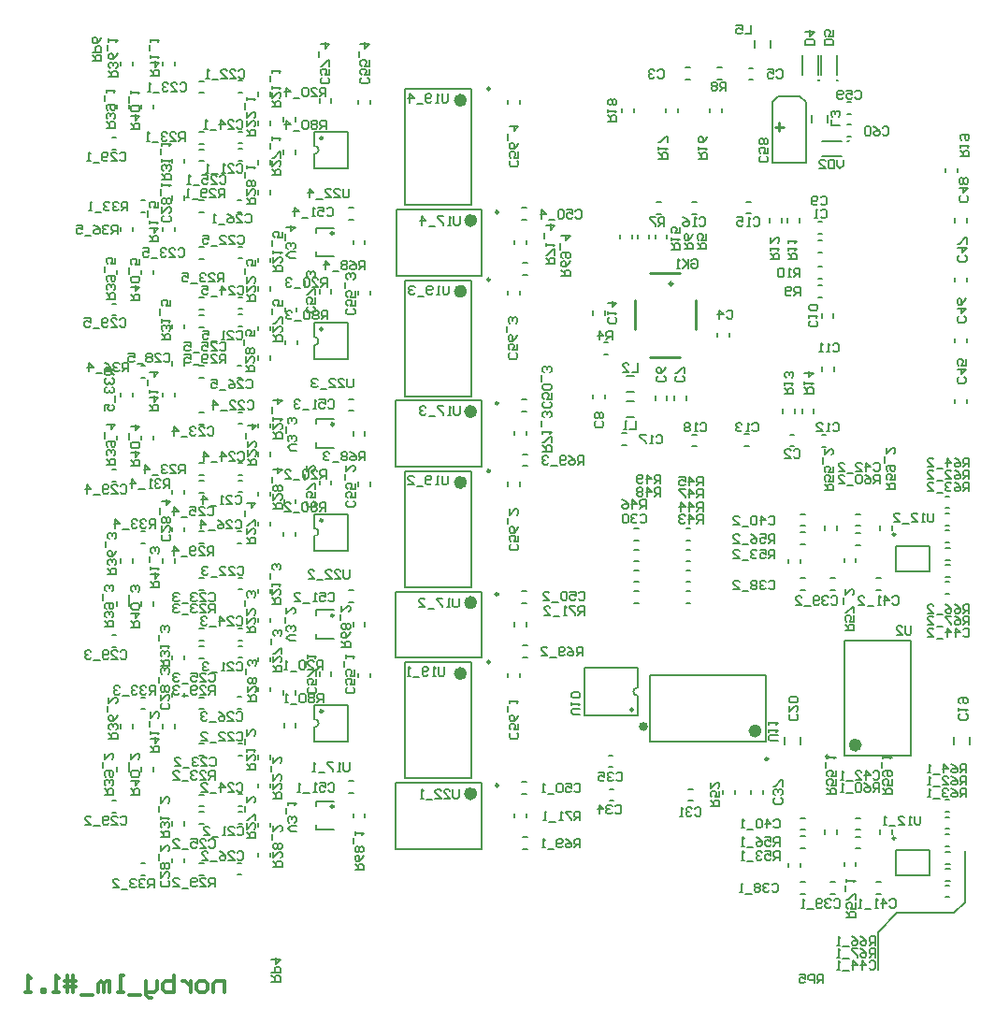
<source format=gbo>
G04*
G04 #@! TF.GenerationSoftware,Altium Limited,Altium Designer,20.1.11 (218)*
G04*
G04 Layer_Color=3707366*
%FSAX42Y42*%
%MOMM*%
G71*
G04*
G04 #@! TF.SameCoordinates,7236F677-8011-49D1-9462-8A3D937FB474*
G04*
G04*
G04 #@! TF.FilePolarity,Positive*
G04*
G01*
G75*
%ADD10C,0.25*%
%ADD11C,0.25*%
%ADD13C,0.60*%
%ADD14C,0.40*%
%ADD15C,0.20*%
%ADD20C,0.15*%
%ADD21C,0.30*%
%ADD22C,0.15*%
%ADD23C,0.16*%
D10*
X011104Y006060D02*
G03*
X011104Y006060I-000012J000000D01*
G01*
X009884Y006507D02*
G03*
X009884Y006507I-000012J000000D01*
G01*
X007172Y010820D02*
G03*
X007172Y010820I-000012J000000D01*
G01*
X007172Y009090D02*
G03*
X007172Y009090I-000012J000000D01*
G01*
Y007360D02*
G03*
X007172Y007360I-000012J000000D01*
G01*
Y005630D02*
G03*
X007172Y005630I-000012J000000D01*
G01*
X011653Y006082D02*
G03*
X011653Y006082I-000012J000000D01*
G01*
X012257Y008095D02*
G03*
X012257Y008095I-000012J000000D01*
G01*
X012257Y005345D02*
G03*
X012257Y005345I-000012J000000D01*
G01*
X008662Y011012D02*
G03*
X008662Y011012I-000012J000000D01*
G01*
X008588Y012129D02*
G03*
X008588Y012129I-000012J000000D01*
G01*
X007073Y011682D02*
G03*
X007073Y011682I-000012J000000D01*
G01*
X008662Y009282D02*
G03*
X008662Y009282I-000012J000000D01*
G01*
X008588Y010400D02*
G03*
X008588Y010400I-000012J000000D01*
G01*
X007073Y009953D02*
G03*
X007073Y009953I-000012J000000D01*
G01*
X008662Y007553D02*
G03*
X008662Y007553I-000012J000000D01*
G01*
X008588Y008669D02*
G03*
X008588Y008669I-000012J000000D01*
G01*
X007073Y008222D02*
G03*
X007073Y008222I-000012J000000D01*
G01*
Y006493D02*
G03*
X007073Y006493I-000012J000000D01*
G01*
X008662Y005822D02*
G03*
X008662Y005822I-000012J000000D01*
G01*
X008588Y006939D02*
G03*
X008588Y006939I-000012J000000D01*
G01*
D11*
X011833Y011655D02*
G03*
X011833Y011655I-000006J000000D01*
G01*
X011731Y012203D02*
G03*
X011731Y012203I-000006J000000D01*
G01*
X011563D02*
G03*
X011563Y012203I-000006J000000D01*
G01*
X010243Y010363D02*
G03*
X010243Y010363I-000015J000000D01*
G01*
X011167Y011782D02*
X011243D01*
X011205Y011744D02*
Y011820D01*
X009903Y009948D02*
Y010211D01*
X010447Y009948D02*
Y010211D01*
X010040Y009700D02*
X010303D01*
X010040Y010456D02*
X010303D01*
D13*
X011018Y006315D02*
G03*
X011018Y006315I-000030J000000D01*
G01*
X011925Y006187D02*
G03*
X011925Y006187I-000030J000000D01*
G01*
X008443Y010937D02*
G03*
X008443Y010937I-000030J000000D01*
G01*
X008350Y012025D02*
G03*
X008350Y012025I-000030J000000D01*
G01*
X008442Y009207D02*
G03*
X008442Y009207I-000030J000000D01*
G01*
X008350Y010295D02*
G03*
X008350Y010295I-000030J000000D01*
G01*
X008442Y007477D02*
G03*
X008442Y007477I-000030J000000D01*
G01*
X008350Y008565D02*
G03*
X008350Y008565I-000030J000000D01*
G01*
X008442Y005747D02*
G03*
X008442Y005747I-000030J000000D01*
G01*
X008350Y006835D02*
G03*
X008350Y006835I-000030J000000D01*
G01*
D14*
X009977Y006375D02*
G03*
X009977Y006375I000000J-000020D01*
G01*
D15*
X009923Y006708D02*
G03*
X009923Y006634I000000J-000037D01*
G01*
X006997Y011536D02*
G03*
X006997Y011612I000000J000038D01*
G01*
X006997Y009806D02*
G03*
X006997Y009882I000000J000038D01*
G01*
Y008076D02*
G03*
X006997Y008152I000000J000038D01*
G01*
Y006346D02*
G03*
X006997Y006422I000000J000038D01*
G01*
X012885Y004765D02*
Y005225D01*
X012785Y004665D02*
X012885Y004765D01*
X012275Y004665D02*
X012785D01*
X012105Y004495D02*
X012275Y004665D01*
X012105Y004155D02*
Y004495D01*
X011595Y011515D02*
X011775D01*
X011595Y011655D02*
X011775D01*
X011503Y011820D02*
Y011890D01*
X011647Y011820D02*
Y011890D01*
X010038Y006215D02*
Y006820D01*
X011088Y006215D02*
Y006820D01*
X010038D02*
X011088D01*
X010038Y006215D02*
X011088D01*
X009923Y006457D02*
Y006634D01*
Y006711D02*
Y006888D01*
X009440Y006457D02*
Y006888D01*
Y006457D02*
X009923D01*
X009440Y006888D02*
X009923D01*
X012790Y006190D02*
Y006260D01*
X012935Y006190D02*
Y006260D01*
X011253Y006190D02*
Y006260D01*
X011397Y006190D02*
Y006260D01*
X007015Y010610D02*
Y010655D01*
Y010825D02*
Y010870D01*
X007178D01*
X007015Y010610D02*
X007178D01*
X007015Y008880D02*
Y008925D01*
Y009095D02*
Y009140D01*
X007178D01*
X007015Y008880D02*
X007178D01*
X007015Y007150D02*
Y007195D01*
Y007365D02*
Y007410D01*
X007178D01*
X007015Y007150D02*
X007178D01*
X007015Y005420D02*
Y005465D01*
Y005635D02*
Y005680D01*
X007178D01*
X007015Y005420D02*
X007178D01*
X009825Y009382D02*
X009894D01*
X009825Y009528D02*
X009894D01*
X009825Y009300D02*
X009894D01*
X009825Y009154D02*
X009894D01*
X011143Y011462D02*
Y012007D01*
X011198Y012062D01*
X011394D01*
X011447Y012008D01*
Y011462D02*
Y012008D01*
X011143Y011462D02*
X011447D01*
X011725Y012255D02*
Y012435D01*
X011585Y012255D02*
Y012435D01*
X011557Y012255D02*
Y012435D01*
X011417Y012255D02*
Y012435D01*
X010982Y012500D02*
Y012570D01*
X011128Y012500D02*
Y012570D01*
X011795Y007136D02*
X012400D01*
X011795Y006087D02*
X012400D01*
Y007136D01*
X011795Y006087D02*
Y007136D01*
X012260Y007990D02*
X012570D01*
X012260Y007760D02*
X012570D01*
X012260D02*
Y007990D01*
X012570Y007760D02*
Y007990D01*
X012570Y005010D02*
Y005240D01*
X012260Y005010D02*
Y005240D01*
Y005010D02*
X012570D01*
X012260Y005240D02*
X012570D01*
X007738Y010437D02*
X008512D01*
X007738Y011037D02*
X008512D01*
X007738Y010437D02*
Y011037D01*
X008512Y010437D02*
Y011037D01*
X008420Y011075D02*
Y012125D01*
X007815Y011075D02*
Y012125D01*
X008420D01*
X007815Y011075D02*
X008420D01*
X006997Y011409D02*
Y011536D01*
Y011409D02*
X007301D01*
X006997Y011739D02*
X007301D01*
X006997Y011612D02*
Y011739D01*
X007301Y011409D02*
Y011739D01*
X007737Y008707D02*
X008512D01*
X007737Y009307D02*
X008512D01*
X007737Y008707D02*
Y009307D01*
X008512Y008707D02*
Y009307D01*
X008420Y009345D02*
Y010395D01*
X007815Y009345D02*
Y010395D01*
X008420D01*
X007815Y009345D02*
X008420D01*
X006997Y009679D02*
Y009806D01*
Y009679D02*
X007301D01*
X006997Y010009D02*
X007301D01*
X006997Y009882D02*
Y010009D01*
X007301Y009679D02*
Y010009D01*
X007737Y006977D02*
X008512D01*
X007737Y007577D02*
X008512D01*
X007737Y006977D02*
Y007577D01*
X008512Y006977D02*
Y007577D01*
X008420Y007615D02*
Y008665D01*
X007815Y007615D02*
Y008665D01*
X008420D01*
X007815Y007615D02*
X008420D01*
X006997Y007949D02*
Y008076D01*
Y007949D02*
X007301D01*
X006997Y008279D02*
X007301D01*
X006997Y008152D02*
Y008279D01*
X007301Y007949D02*
Y008279D01*
X006997Y006219D02*
Y006346D01*
Y006219D02*
X007301D01*
X006997Y006549D02*
X007301D01*
X006997Y006422D02*
Y006549D01*
X007301Y006219D02*
Y006549D01*
X007737Y005247D02*
X008512D01*
X007737Y005847D02*
X008512D01*
X007737Y005247D02*
Y005847D01*
X008512Y005247D02*
Y005847D01*
X008420Y005885D02*
Y006935D01*
X007815Y005885D02*
Y006935D01*
X008420D01*
X007815Y005885D02*
X008420D01*
D20*
X006734Y009815D02*
Y009852D01*
X006842Y009815D02*
Y009852D01*
X006730Y010110D02*
Y010148D01*
X006838Y010110D02*
Y010148D01*
X006720Y008080D02*
Y008118D01*
X006828Y008080D02*
Y008118D01*
X006722Y008375D02*
Y008412D01*
X006830Y008375D02*
Y008412D01*
X006720Y006645D02*
Y006683D01*
X006828Y006645D02*
Y006683D01*
X006722Y006347D02*
Y006385D01*
X006830Y006347D02*
Y006385D01*
X006720Y011538D02*
Y011575D01*
X006828Y011538D02*
Y011575D01*
X006720Y011835D02*
Y011872D01*
X006828Y011835D02*
Y011872D01*
X010365Y007958D02*
X010403D01*
X010365Y007850D02*
X010403D01*
X009895Y008147D02*
X009932D01*
X009895Y008039D02*
X009932D01*
X010365Y008147D02*
X010403D01*
X010365Y008039D02*
X010403D01*
X010365Y007769D02*
X010403D01*
X010365Y007662D02*
X010403D01*
X010365Y007581D02*
X010403D01*
X010365Y007473D02*
X010403D01*
X009895Y007581D02*
X009932D01*
X009895Y007473D02*
X009932D01*
X009895Y007769D02*
X009932D01*
X009895Y007662D02*
X009932D01*
X009895Y007958D02*
X009932D01*
X009895Y007850D02*
X009932D01*
X012800Y010920D02*
Y010958D01*
X012907Y010920D02*
Y010958D01*
X012800Y010380D02*
Y010418D01*
X012907Y010380D02*
Y010418D01*
X012800Y009830D02*
Y009868D01*
X012907Y009830D02*
Y009868D01*
X012800Y009280D02*
Y009318D01*
X012907Y009280D02*
Y009318D01*
X012818Y011372D02*
Y011410D01*
X012710Y011372D02*
Y011410D01*
X010647Y012212D02*
X010685D01*
X010647Y012320D02*
X010685D01*
X010932Y012318D02*
X010970D01*
X010932Y012210D02*
X010970D01*
X005958Y005011D02*
X005995D01*
X005958Y005119D02*
X005995D01*
X010808Y005742D02*
Y005780D01*
X010700Y005742D02*
Y005780D01*
X010385Y005683D02*
X010423D01*
X010385Y005790D02*
X010423D01*
X009668Y005683D02*
X009705D01*
X009668Y005790D02*
X009705D01*
X011400Y005528D02*
X011438D01*
X011400Y005420D02*
X011438D01*
X011622Y005384D02*
Y005421D01*
X011730Y005384D02*
Y005421D01*
X011900Y005528D02*
X011938D01*
X011900Y005420D02*
X011938D01*
X012122Y005382D02*
Y005420D01*
X012230Y005382D02*
Y005420D01*
X012712Y005219D02*
X012750D01*
X012712Y005111D02*
X012750D01*
X012712Y005067D02*
X012750D01*
X012712Y004960D02*
X012750D01*
X012710Y008024D02*
X012748D01*
X012710Y008131D02*
X012748D01*
X012710Y008178D02*
X012748D01*
X012710Y008286D02*
X012748D01*
X012712Y007818D02*
X012750D01*
X012712Y007710D02*
X012750D01*
X012712Y007969D02*
X012750D01*
X012712Y007861D02*
X012750D01*
X012122Y008132D02*
Y008170D01*
X012230Y008132D02*
Y008170D01*
X011672Y007593D02*
X011710D01*
X011672Y007700D02*
X011710D01*
X011402Y007697D02*
X011440D01*
X011402Y007590D02*
X011440D01*
X011900Y008278D02*
X011938D01*
X011900Y008170D02*
X011938D01*
X012085Y007593D02*
X012123D01*
X012085Y007700D02*
X012123D01*
X011400Y008278D02*
X011438D01*
X011400Y008170D02*
X011438D01*
X011622Y008134D02*
Y008171D01*
X011730Y008134D02*
Y008171D01*
X011400Y008111D02*
X011438D01*
X011400Y008003D02*
X011438D01*
X011293Y007832D02*
Y007870D01*
X011400Y007832D02*
Y007870D01*
X006310Y009094D02*
X006348D01*
X006310Y009201D02*
X006348D01*
X005958Y009199D02*
X005995D01*
X005958Y009091D02*
X005995D01*
X006308Y008634D02*
X006345D01*
X006308Y008741D02*
X006345D01*
X005166Y008684D02*
X005203D01*
X005166Y008576D02*
X005203D01*
X006310Y008476D02*
X006348D01*
X006310Y008584D02*
X006348D01*
X005958Y008581D02*
X005995D01*
X005958Y008473D02*
X005995D01*
X006298Y008014D02*
X006335D01*
X006298Y008121D02*
X006335D01*
X005819Y008124D02*
Y008161D01*
X005711Y008124D02*
Y008161D01*
X005539Y008950D02*
Y008987D01*
X005432Y008950D02*
Y008987D01*
X005317Y008950D02*
Y008987D01*
X005210Y008950D02*
Y008987D01*
X005351Y009339D02*
Y009376D01*
X005243Y009339D02*
Y009376D01*
X005731Y009339D02*
Y009376D01*
X005623Y009339D02*
Y009376D01*
X006490Y009061D02*
Y009099D01*
X006598Y009061D02*
Y009099D01*
X006490Y008801D02*
Y008839D01*
X006598Y008801D02*
Y008839D01*
X005958Y008739D02*
X005995D01*
X005958Y008631D02*
X005995D01*
X005821Y008459D02*
Y008496D01*
X005713Y008459D02*
Y008496D01*
X006490Y008444D02*
Y008481D01*
X006598Y008444D02*
Y008481D01*
X006490Y008174D02*
Y008211D01*
X006598Y008174D02*
Y008211D01*
X005958Y008119D02*
X005995D01*
X005958Y008011D02*
X005995D01*
X005428Y008119D02*
X005465D01*
X005428Y008011D02*
X005465D01*
X006310Y012094D02*
X006348D01*
X006310Y012201D02*
X006348D01*
X005958Y012199D02*
X005995D01*
X005958Y012091D02*
X005995D01*
X006308Y011634D02*
X006345D01*
X006308Y011741D02*
X006345D01*
X005166Y011684D02*
X005203D01*
X005166Y011576D02*
X005203D01*
X006310Y011476D02*
X006348D01*
X006310Y011584D02*
X006348D01*
X005958Y011581D02*
X005995D01*
X005958Y011473D02*
X005995D01*
X006298Y011014D02*
X006335D01*
X006298Y011121D02*
X006335D01*
X005819Y011124D02*
Y011161D01*
X005711Y011124D02*
Y011161D01*
X005539Y011950D02*
Y011987D01*
X005432Y011950D02*
Y011987D01*
X005317Y011950D02*
Y011987D01*
X005210Y011950D02*
Y011987D01*
X005351Y012339D02*
Y012376D01*
X005243Y012339D02*
Y012376D01*
X005731Y012339D02*
Y012376D01*
X005623Y012339D02*
Y012376D01*
X006490Y012061D02*
Y012099D01*
X006598Y012061D02*
Y012099D01*
X006490Y011801D02*
Y011839D01*
X006598Y011801D02*
Y011839D01*
X005958Y011739D02*
X005995D01*
X005958Y011631D02*
X005995D01*
X005821Y011459D02*
Y011496D01*
X005713Y011459D02*
Y011496D01*
X006490Y011444D02*
Y011481D01*
X006598Y011444D02*
Y011481D01*
X006490Y011174D02*
Y011211D01*
X006598Y011174D02*
Y011211D01*
X005958Y011119D02*
X005995D01*
X005958Y011011D02*
X005995D01*
X005428Y011119D02*
X005465D01*
X005428Y011011D02*
X005465D01*
X005958Y010081D02*
X005995D01*
X005958Y009973D02*
X005995D01*
X005731Y010839D02*
Y010876D01*
X005623Y010839D02*
Y010876D01*
X006490Y010561D02*
Y010599D01*
X006598Y010561D02*
Y010599D01*
X005958Y010239D02*
X005995D01*
X005958Y010131D02*
X005995D01*
X005821Y009959D02*
Y009996D01*
X005713Y009959D02*
Y009996D01*
X005428Y009619D02*
X005465D01*
X005428Y009511D02*
X005465D01*
X006310Y007084D02*
X006348D01*
X006310Y006976D02*
X006348D01*
X006310Y007701D02*
X006348D01*
X006310Y007594D02*
X006348D01*
X005958Y007591D02*
X005995D01*
X005958Y007699D02*
X005995D01*
X006308Y007241D02*
X006345D01*
X006308Y007134D02*
X006345D01*
X005958Y006973D02*
X005995D01*
X005958Y007081D02*
X005995D01*
X006298Y006621D02*
X006335D01*
X006298Y006514D02*
X006335D01*
X005711Y006624D02*
Y006661D01*
X005819Y006624D02*
Y006661D01*
X005166Y007076D02*
X005203D01*
X005166Y007184D02*
X005203D01*
X006598Y007561D02*
Y007599D01*
X006490Y007561D02*
Y007599D01*
X006598Y007301D02*
Y007339D01*
X006490Y007301D02*
Y007339D01*
X005958Y007131D02*
X005995D01*
X005958Y007239D02*
X005995D01*
X006598Y006944D02*
Y006981D01*
X006490Y006944D02*
Y006981D01*
X006598Y006674D02*
Y006711D01*
X006490Y006674D02*
Y006711D01*
X005958Y006511D02*
X005995D01*
X005958Y006619D02*
X005995D01*
X005713Y006959D02*
Y006996D01*
X005821Y006959D02*
Y006996D01*
X005428Y006511D02*
X005465D01*
X005428Y006619D02*
X005465D01*
X005243Y007839D02*
Y007876D01*
X005351Y007839D02*
Y007876D01*
X005210Y007450D02*
Y007487D01*
X005317Y007450D02*
Y007487D01*
X005432Y007450D02*
Y007487D01*
X005539Y007450D02*
Y007487D01*
X005623Y007839D02*
Y007876D01*
X005731Y007839D02*
Y007876D01*
X006310Y010701D02*
X006348D01*
X006310Y010594D02*
X006348D01*
X005958Y010591D02*
X005995D01*
X005958Y010699D02*
X005995D01*
X006308Y010241D02*
X006345D01*
X006308Y010134D02*
X006345D01*
X005166Y010076D02*
X005203D01*
X005166Y010184D02*
X005203D01*
X006310Y010084D02*
X006348D01*
X006310Y009976D02*
X006348D01*
X006298Y009621D02*
X006335D01*
X006298Y009514D02*
X006335D01*
X005711Y009624D02*
Y009661D01*
X005819Y009624D02*
Y009661D01*
X005432Y010450D02*
Y010487D01*
X005539Y010450D02*
Y010487D01*
X005210Y010450D02*
Y010487D01*
X005317Y010450D02*
Y010487D01*
X005243Y010839D02*
Y010876D01*
X005351Y010839D02*
Y010876D01*
X006598Y010301D02*
Y010339D01*
X006490Y010301D02*
Y010339D01*
X006598Y009944D02*
Y009981D01*
X006490Y009944D02*
Y009981D01*
X006598Y009674D02*
Y009711D01*
X006490Y009674D02*
Y009711D01*
X005958Y009511D02*
X005995D01*
X005958Y009619D02*
X005995D01*
X005243Y006339D02*
Y006376D01*
X005351Y006339D02*
Y006376D01*
X005432Y005950D02*
Y005987D01*
X005539Y005950D02*
Y005987D01*
X005210Y005950D02*
Y005987D01*
X005317Y005950D02*
Y005987D01*
X007457Y010720D02*
Y010758D01*
X007350Y010720D02*
Y010758D01*
X007457Y008990D02*
Y009028D01*
X007350Y008990D02*
Y009028D01*
X007457Y007260D02*
Y007298D01*
X007350Y007260D02*
Y007298D01*
Y005530D02*
Y005568D01*
X007457Y005530D02*
Y005568D01*
X010360Y012320D02*
X010398D01*
X010360Y012212D02*
X010398D01*
X009764Y010770D02*
Y010808D01*
X009871Y010770D02*
Y010808D01*
X011120Y010920D02*
Y010958D01*
X011228Y010920D02*
Y010958D01*
X011280Y010920D02*
Y010958D01*
X011388Y010920D02*
Y010958D01*
X011520Y009192D02*
Y009230D01*
X011412Y009192D02*
Y009230D01*
X011345Y009192D02*
Y009230D01*
X011238Y009192D02*
Y009230D01*
X011557Y010518D02*
X011594D01*
X011557Y010411D02*
X011594D01*
X011557Y010350D02*
X011594D01*
X011557Y010243D02*
X011594D01*
X010084Y010770D02*
Y010808D01*
X010191Y010770D02*
Y010808D01*
X009924Y010770D02*
Y010808D01*
X010031Y010770D02*
Y010808D01*
X010097Y010995D02*
X010135D01*
X010097Y011103D02*
X010135D01*
X011303Y008998D02*
X011340D01*
X011303Y008890D02*
X011340D01*
X011557Y010757D02*
X011594D01*
X011557Y010649D02*
X011594D01*
X010580Y011912D02*
Y011950D01*
X010688Y011912D02*
Y011950D01*
X010180Y011912D02*
Y011950D01*
X010288Y011912D02*
Y011950D01*
X009780Y011912D02*
Y011950D01*
X009888Y011912D02*
Y011950D01*
X010647Y009880D02*
Y009918D01*
X010755Y009880D02*
Y009918D01*
X009620Y009830D02*
X009658D01*
X009620Y009722D02*
X009658D01*
X009630Y009324D02*
Y009362D01*
X009522Y009324D02*
Y009362D01*
X010365Y009312D02*
Y009350D01*
X010257Y009312D02*
Y009350D01*
X010192Y009312D02*
Y009350D01*
X010085Y009312D02*
Y009350D01*
X009782Y009010D02*
X009820D01*
X009782Y008903D02*
X009820D01*
X010420Y008998D02*
X010458D01*
X010420Y008890D02*
X010458D01*
X010420Y010995D02*
X010457D01*
X010420Y011103D02*
X010457D01*
X010912Y011000D02*
X010950D01*
X010912Y011107D02*
X010950D01*
X009630Y010082D02*
Y010120D01*
X009522Y010082D02*
Y010120D01*
X010893Y009000D02*
X010930D01*
X010893Y008893D02*
X010930D01*
X011592Y008888D02*
X011629D01*
X011592Y008995D02*
X011629D01*
X011597Y009575D02*
Y009613D01*
X011704Y009575D02*
Y009613D01*
X011590Y010056D02*
Y010094D01*
X011697Y010056D02*
Y010094D01*
X011557Y010925D02*
X011594D01*
X011557Y010817D02*
X011594D01*
X011820Y011700D02*
X011857D01*
X011820Y011807D02*
X011857D01*
X011820Y011900D02*
X011857D01*
X011820Y012007D02*
X011857D01*
X009660Y006093D02*
X009698D01*
X009660Y005986D02*
X009698D01*
X010952Y005742D02*
Y005780D01*
X011060Y005742D02*
Y005780D01*
X011900Y007842D02*
Y007880D01*
X011793Y007842D02*
Y007880D01*
X012710Y007560D02*
X012747D01*
X012710Y007668D02*
X012747D01*
X011902Y008000D02*
X011940D01*
X011902Y008107D02*
X011940D01*
X012710Y008440D02*
X012748D01*
X012710Y008332D02*
X012748D01*
X012710Y005583D02*
X012748D01*
X012710Y005690D02*
X012748D01*
X012710Y005274D02*
X012748D01*
X012710Y005381D02*
X012748D01*
X012710Y005428D02*
X012748D01*
X012710Y005536D02*
X012748D01*
X012710Y004917D02*
X012747D01*
X012710Y004810D02*
X012747D01*
X012085Y004842D02*
X012123D01*
X012085Y004950D02*
X012123D01*
X011793Y005092D02*
Y005130D01*
X011900Y005092D02*
Y005130D01*
X011902Y005358D02*
X011940D01*
X011902Y005250D02*
X011940D01*
X011400Y005361D02*
X011438D01*
X011400Y005253D02*
X011438D01*
X011293Y005082D02*
Y005120D01*
X011400Y005082D02*
Y005120D01*
X011402Y004947D02*
X011440D01*
X011402Y004840D02*
X011440D01*
X011672Y004842D02*
X011710D01*
X011672Y004950D02*
X011710D01*
X005731Y006339D02*
Y006376D01*
X005623Y006339D02*
Y006376D01*
X005821Y005459D02*
Y005496D01*
X005713Y005459D02*
Y005496D01*
X006310Y005476D02*
X006348D01*
X006310Y005584D02*
X006348D01*
X006310Y006094D02*
X006348D01*
X006310Y006201D02*
X006348D01*
X005958Y006199D02*
X005995D01*
X005958Y006091D02*
X005995D01*
X006308Y005634D02*
X006345D01*
X006308Y005741D02*
X006345D01*
X005958Y005581D02*
X005995D01*
X005958Y005473D02*
X005995D01*
X006298Y005014D02*
X006335D01*
X006298Y005121D02*
X006335D01*
X005819Y005124D02*
Y005161D01*
X005711Y005124D02*
Y005161D01*
X005166Y005684D02*
X005203D01*
X005166Y005576D02*
X005203D01*
X006598Y006061D02*
Y006099D01*
X006490Y006061D02*
Y006099D01*
Y005801D02*
Y005839D01*
X006598Y005801D02*
Y005839D01*
X005958Y005739D02*
X005995D01*
X005958Y005631D02*
X005995D01*
X006490Y005444D02*
Y005481D01*
X006598Y005444D02*
Y005481D01*
X006490Y005174D02*
Y005211D01*
X006598Y005174D02*
Y005211D01*
X005428Y005119D02*
X005465D01*
X005428Y005011D02*
X005465D01*
X008880Y010943D02*
X008918D01*
X008880Y011050D02*
X008918D01*
X007310Y011050D02*
X007348D01*
X007310Y010943D02*
X007348D01*
X007398Y011993D02*
Y012030D01*
X007505Y011993D02*
Y012030D01*
X008750Y011993D02*
Y012030D01*
X008857Y011993D02*
Y012030D01*
X007151Y012005D02*
Y012043D01*
X007043Y012005D02*
Y012043D01*
X008888Y010550D02*
X008925D01*
X008888Y010443D02*
X008925D01*
X008918Y010722D02*
Y010760D01*
X008810Y010722D02*
Y010760D01*
X008880Y009210D02*
X008918D01*
X008880Y009318D02*
X008918D01*
X007310Y009320D02*
X007348D01*
X007310Y009212D02*
X007348D01*
X007398Y010262D02*
Y010300D01*
X007505Y010262D02*
Y010300D01*
X008750Y010262D02*
Y010300D01*
X008857Y010262D02*
Y010300D01*
X007151Y010275D02*
Y010313D01*
X007043Y010275D02*
Y010313D01*
X008888Y008820D02*
X008925D01*
X008888Y008712D02*
X008925D01*
X008918Y008992D02*
Y009030D01*
X008810Y008992D02*
Y009030D01*
X008880Y007475D02*
X008917D01*
X008880Y007582D02*
X008917D01*
X007310Y007590D02*
X007348D01*
X007310Y007482D02*
X007348D01*
X007398Y008532D02*
Y008570D01*
X007505Y008532D02*
Y008570D01*
X008750Y008532D02*
Y008570D01*
X008857Y008532D02*
Y008570D01*
X007151Y008545D02*
Y008583D01*
X007043Y008545D02*
Y008583D01*
X008888Y007090D02*
X008925D01*
X008888Y006982D02*
X008925D01*
X008918Y007262D02*
Y007300D01*
X008810Y007262D02*
Y007300D01*
X008880Y005855D02*
X008917D01*
X008880Y005747D02*
X008917D01*
X007310Y005753D02*
X007348D01*
X007310Y005860D02*
X007348D01*
X007505Y006803D02*
Y006840D01*
X007398Y006803D02*
Y006840D01*
X008857Y006803D02*
Y006840D01*
X008750Y006803D02*
Y006840D01*
X007043Y006815D02*
Y006853D01*
X007151Y006815D02*
Y006853D01*
X008888Y005245D02*
X008925D01*
X008888Y005353D02*
X008925D01*
X008810Y005532D02*
Y005570D01*
X008918Y005532D02*
Y005570D01*
D21*
X006184Y003947D02*
Y004049D01*
X006107D01*
X006082Y004024D01*
Y003947D01*
X006006D02*
X005955D01*
X005930Y003973D01*
Y004024D01*
X005955Y004049D01*
X006006D01*
X006031Y004024D01*
Y003973D01*
X006006Y003947D01*
X005879Y004049D02*
Y003947D01*
Y003998D01*
X005854Y004024D01*
X005828Y004049D01*
X005803D01*
X005727Y004100D02*
Y003947D01*
X005650D01*
X005625Y003973D01*
Y003998D01*
Y004024D01*
X005650Y004049D01*
X005727D01*
X005574D02*
Y003973D01*
X005549Y003947D01*
X005473D01*
Y003922D01*
X005498Y003897D01*
X005523D01*
X005473Y003947D02*
Y004049D01*
X005422Y003922D02*
X005320D01*
X005270Y003947D02*
X005219D01*
X005244D01*
Y004100D01*
X005270D01*
X005143Y003947D02*
Y004049D01*
X005117D01*
X005092Y004024D01*
Y003947D01*
Y004024D01*
X005066Y004049D01*
X005041Y004024D01*
Y003947D01*
X004990Y003922D02*
X004889D01*
X004813Y003947D02*
Y004100D01*
X004762D02*
Y003947D01*
X004838Y004049D02*
X004762D01*
X004736D01*
X004838Y003998D02*
X004736D01*
X004686Y003947D02*
X004635D01*
X004660D01*
Y004100D01*
X004686Y004074D01*
X004559Y003947D02*
Y003973D01*
X004533D01*
Y003947D01*
X004559D01*
X004432D02*
X004381D01*
X004406D01*
Y004100D01*
X004432Y004074D01*
D22*
X006095Y004905D02*
Y004985D01*
X006055D01*
X006042Y004972D01*
Y004945D01*
X006055Y004932D01*
X006095D01*
X006068D02*
X006042Y004905D01*
X005962D02*
X006015D01*
X005962Y004958D01*
Y004972D01*
X005975Y004985D01*
X006002D01*
X006015Y004972D01*
X005935Y004918D02*
X005922Y004905D01*
X005895D01*
X005882Y004918D01*
Y004972D01*
X005895Y004985D01*
X005922D01*
X005935Y004972D01*
Y004958D01*
X005922Y004945D01*
X005882D01*
X005855Y004892D02*
X005802D01*
X005722Y004905D02*
X005775D01*
X005722Y004958D01*
Y004972D01*
X005735Y004985D01*
X005762D01*
X005775Y004972D01*
X010131Y008555D02*
Y008635D01*
X010091D01*
X010078Y008622D01*
Y008595D01*
X010091Y008582D01*
X010131D01*
X010104D02*
X010078Y008555D01*
X010011D02*
Y008635D01*
X010051Y008595D01*
X009998D01*
X009971Y008568D02*
X009958Y008555D01*
X009931D01*
X009918Y008568D01*
Y008622D01*
X009931Y008635D01*
X009958D01*
X009971Y008622D01*
Y008608D01*
X009958Y008595D01*
X009918D01*
X010131Y008438D02*
Y008518D01*
X010091D01*
X010078Y008505D01*
Y008478D01*
X010091Y008465D01*
X010131D01*
X010104D02*
X010078Y008438D01*
X010011D02*
Y008518D01*
X010051Y008478D01*
X009998D01*
X009971Y008505D02*
X009958Y008518D01*
X009931D01*
X009918Y008505D01*
Y008491D01*
X009931Y008478D01*
X009918Y008465D01*
Y008451D01*
X009931Y008438D01*
X009958D01*
X009971Y008451D01*
Y008465D01*
X009958Y008478D01*
X009971Y008491D01*
Y008505D01*
X009958Y008478D02*
X009931D01*
X010515Y008425D02*
Y008505D01*
X010475D01*
X010462Y008492D01*
Y008465D01*
X010475Y008452D01*
X010515D01*
X010488D02*
X010462Y008425D01*
X010395D02*
Y008505D01*
X010435Y008465D01*
X010382D01*
X010355Y008505D02*
X010302D01*
Y008492D01*
X010355Y008438D01*
Y008425D01*
X009999Y008328D02*
Y008408D01*
X009959D01*
X009946Y008395D01*
Y008368D01*
X009959Y008355D01*
X009999D01*
X009973D02*
X009946Y008328D01*
X009879D02*
Y008408D01*
X009919Y008368D01*
X009866D01*
X009786Y008408D02*
X009813Y008395D01*
X009839Y008368D01*
Y008341D01*
X009826Y008328D01*
X009799D01*
X009786Y008341D01*
Y008355D01*
X009799Y008368D01*
X009839D01*
X010515Y008535D02*
Y008615D01*
X010475D01*
X010462Y008602D01*
Y008575D01*
X010475Y008562D01*
X010515D01*
X010488D02*
X010462Y008535D01*
X010395D02*
Y008615D01*
X010435Y008575D01*
X010382D01*
X010302Y008615D02*
X010355D01*
Y008575D01*
X010328Y008588D01*
X010315D01*
X010302Y008575D01*
Y008548D01*
X010315Y008535D01*
X010342D01*
X010355Y008548D01*
X010515Y008305D02*
Y008385D01*
X010475D01*
X010462Y008372D01*
Y008345D01*
X010475Y008332D01*
X010515D01*
X010488D02*
X010462Y008305D01*
X010395D02*
Y008385D01*
X010435Y008345D01*
X010382D01*
X010315Y008305D02*
Y008385D01*
X010355Y008345D01*
X010302D01*
X010515Y008195D02*
Y008275D01*
X010475D01*
X010462Y008262D01*
Y008235D01*
X010475Y008222D01*
X010515D01*
X010488D02*
X010462Y008195D01*
X010395D02*
Y008275D01*
X010435Y008235D01*
X010382D01*
X010355Y008262D02*
X010342Y008275D01*
X010315D01*
X010302Y008262D01*
Y008248D01*
X010315Y008235D01*
X010328D01*
X010315D01*
X010302Y008222D01*
Y008208D01*
X010315Y008195D01*
X010342D01*
X010355Y008208D01*
X009948Y008265D02*
X009961Y008278D01*
X009988D01*
X010001Y008265D01*
Y008211D01*
X009988Y008198D01*
X009961D01*
X009948Y008211D01*
X009921Y008265D02*
X009908Y008278D01*
X009881D01*
X009868Y008265D01*
Y008251D01*
X009881Y008238D01*
X009894D01*
X009881D01*
X009868Y008225D01*
Y008211D01*
X009881Y008198D01*
X009908D01*
X009921Y008211D01*
X009841Y008265D02*
X009828Y008278D01*
X009801D01*
X009788Y008265D01*
Y008211D01*
X009801Y008198D01*
X009828D01*
X009841Y008211D01*
Y008265D01*
X005515Y007615D02*
X005595D01*
Y007655D01*
X005582Y007668D01*
X005555D01*
X005542Y007655D01*
Y007615D01*
Y007642D02*
X005515Y007668D01*
Y007735D02*
X005595D01*
X005555Y007695D01*
Y007748D01*
X005515Y007775D02*
Y007802D01*
Y007788D01*
X005595D01*
X005582Y007775D01*
X005502Y007842D02*
Y007895D01*
X005582Y007922D02*
X005595Y007935D01*
Y007962D01*
X005582Y007975D01*
X005568D01*
X005555Y007962D01*
Y007948D01*
Y007962D01*
X005542Y007975D01*
X005528D01*
X005515Y007962D01*
Y007935D01*
X005528Y007922D01*
X005337Y007255D02*
X005417D01*
Y007295D01*
X005404Y007308D01*
X005377D01*
X005364Y007295D01*
Y007255D01*
Y007282D02*
X005337Y007308D01*
Y007375D02*
X005417D01*
X005377Y007335D01*
Y007388D01*
X005404Y007415D02*
X005417Y007428D01*
Y007455D01*
X005404Y007468D01*
X005350D01*
X005337Y007455D01*
Y007428D01*
X005350Y007415D01*
X005404D01*
X005324Y007495D02*
Y007548D01*
X005404Y007575D02*
X005417Y007588D01*
Y007615D01*
X005404Y007628D01*
X005390D01*
X005377Y007615D01*
Y007602D01*
Y007615D01*
X005364Y007628D01*
X005350D01*
X005337Y007615D01*
Y007588D01*
X005350Y007575D01*
X005100Y007260D02*
X005180D01*
Y007300D01*
X005167Y007313D01*
X005140D01*
X005127Y007300D01*
Y007260D01*
Y007287D02*
X005100Y007313D01*
X005167Y007340D02*
X005180Y007353D01*
Y007380D01*
X005167Y007393D01*
X005154D01*
X005140Y007380D01*
Y007367D01*
Y007380D01*
X005127Y007393D01*
X005114D01*
X005100Y007380D01*
Y007353D01*
X005114Y007340D01*
Y007420D02*
X005100Y007433D01*
Y007460D01*
X005114Y007473D01*
X005167D01*
X005180Y007460D01*
Y007433D01*
X005167Y007420D01*
X005154D01*
X005140Y007433D01*
Y007473D01*
X005087Y007500D02*
Y007553D01*
X005167Y007580D02*
X005180Y007593D01*
Y007620D01*
X005167Y007633D01*
X005154D01*
X005140Y007620D01*
Y007607D01*
Y007620D01*
X005127Y007633D01*
X005114D01*
X005100Y007620D01*
Y007593D01*
X005114Y007580D01*
X005125Y007735D02*
X005205D01*
Y007775D01*
X005192Y007788D01*
X005165D01*
X005152Y007775D01*
Y007735D01*
Y007762D02*
X005125Y007788D01*
X005192Y007815D02*
X005205Y007828D01*
Y007855D01*
X005192Y007868D01*
X005178D01*
X005165Y007855D01*
Y007842D01*
Y007855D01*
X005152Y007868D01*
X005138D01*
X005125Y007855D01*
Y007828D01*
X005138Y007815D01*
X005205Y007948D02*
X005192Y007922D01*
X005165Y007895D01*
X005138D01*
X005125Y007908D01*
Y007935D01*
X005138Y007948D01*
X005152D01*
X005165Y007935D01*
Y007895D01*
X005112Y007975D02*
Y008028D01*
X005192Y008055D02*
X005205Y008068D01*
Y008095D01*
X005192Y008108D01*
X005178D01*
X005165Y008095D01*
Y008082D01*
Y008095D01*
X005152Y008108D01*
X005138D01*
X005125Y008095D01*
Y008068D01*
X005138Y008055D01*
X005556Y006645D02*
Y006725D01*
X005516D01*
X005503Y006712D01*
Y006685D01*
X005516Y006672D01*
X005556D01*
X005530D02*
X005503Y006645D01*
X005476Y006712D02*
X005463Y006725D01*
X005436D01*
X005423Y006712D01*
Y006698D01*
X005436Y006685D01*
X005450D01*
X005436D01*
X005423Y006672D01*
Y006658D01*
X005436Y006645D01*
X005463D01*
X005476Y006658D01*
X005396Y006712D02*
X005383Y006725D01*
X005356D01*
X005343Y006712D01*
Y006698D01*
X005356Y006685D01*
X005370D01*
X005356D01*
X005343Y006672D01*
Y006658D01*
X005356Y006645D01*
X005383D01*
X005396Y006658D01*
X005317Y006632D02*
X005263D01*
X005237Y006712D02*
X005223Y006725D01*
X005197D01*
X005183Y006712D01*
Y006698D01*
X005197Y006685D01*
X005210D01*
X005197D01*
X005183Y006672D01*
Y006658D01*
X005197Y006645D01*
X005223D01*
X005237Y006658D01*
X005605Y006905D02*
X005685D01*
Y006945D01*
X005672Y006958D01*
X005645D01*
X005632Y006945D01*
Y006905D01*
Y006932D02*
X005605Y006958D01*
X005672Y006985D02*
X005685Y006998D01*
Y007025D01*
X005672Y007038D01*
X005658D01*
X005645Y007025D01*
Y007012D01*
Y007025D01*
X005632Y007038D01*
X005618D01*
X005605Y007025D01*
Y006998D01*
X005618Y006985D01*
X005605Y007065D02*
Y007092D01*
Y007078D01*
X005685D01*
X005672Y007065D01*
X005592Y007132D02*
Y007185D01*
X005672Y007212D02*
X005685Y007225D01*
Y007252D01*
X005672Y007265D01*
X005658D01*
X005645Y007252D01*
Y007238D01*
Y007252D01*
X005632Y007265D01*
X005618D01*
X005605Y007252D01*
Y007225D01*
X005618Y007212D01*
X006095Y006645D02*
Y006725D01*
X006055D01*
X006042Y006712D01*
Y006685D01*
X006055Y006672D01*
X006095D01*
X006068D02*
X006042Y006645D01*
X005962D02*
X006015D01*
X005962Y006698D01*
Y006712D01*
X005975Y006725D01*
X006002D01*
X006015Y006712D01*
X005935Y006658D02*
X005922Y006645D01*
X005895D01*
X005882Y006658D01*
Y006712D01*
X005895Y006725D01*
X005922D01*
X005935Y006712D01*
Y006698D01*
X005922Y006685D01*
X005882D01*
X005855Y006632D02*
X005802D01*
X005775Y006712D02*
X005762Y006725D01*
X005735D01*
X005722Y006712D01*
Y006698D01*
X005735Y006685D01*
X005748D01*
X005735D01*
X005722Y006672D01*
Y006658D01*
X005735Y006645D01*
X005762D01*
X005775Y006658D01*
X006395Y006585D02*
X006475D01*
Y006625D01*
X006462Y006638D01*
X006435D01*
X006422Y006625D01*
Y006585D01*
Y006612D02*
X006395Y006638D01*
Y006718D02*
Y006665D01*
X006448Y006718D01*
X006462D01*
X006475Y006705D01*
Y006678D01*
X006462Y006665D01*
Y006745D02*
X006475Y006758D01*
Y006785D01*
X006462Y006798D01*
X006448D01*
X006435Y006785D01*
X006422Y006798D01*
X006408D01*
X006395Y006785D01*
Y006758D01*
X006408Y006745D01*
X006422D01*
X006435Y006758D01*
X006448Y006745D01*
X006462D01*
X006435Y006758D02*
Y006785D01*
X006382Y006825D02*
Y006878D01*
X006462Y006905D02*
X006475Y006918D01*
Y006945D01*
X006462Y006958D01*
X006448D01*
X006435Y006945D01*
Y006932D01*
Y006945D01*
X006422Y006958D01*
X006408D01*
X006395Y006945D01*
Y006918D01*
X006408Y006905D01*
X006624Y006855D02*
X006704D01*
Y006895D01*
X006690Y006908D01*
X006664D01*
X006650Y006895D01*
Y006855D01*
Y006882D02*
X006624Y006908D01*
Y006988D02*
Y006935D01*
X006677Y006988D01*
X006690D01*
X006704Y006975D01*
Y006948D01*
X006690Y006935D01*
X006704Y007015D02*
Y007068D01*
X006690D01*
X006637Y007015D01*
X006624D01*
X006610Y007095D02*
Y007148D01*
X006690Y007175D02*
X006704Y007188D01*
Y007215D01*
X006690Y007228D01*
X006677D01*
X006664Y007215D01*
Y007202D01*
Y007215D01*
X006650Y007228D01*
X006637D01*
X006624Y007215D01*
Y007188D01*
X006637Y007175D01*
X006095Y007385D02*
Y007465D01*
X006055D01*
X006042Y007452D01*
Y007425D01*
X006055Y007412D01*
X006095D01*
X006068D02*
X006042Y007385D01*
X005962D02*
X006015D01*
X005962Y007438D01*
Y007452D01*
X005975Y007465D01*
X006002D01*
X006015Y007452D01*
X005935D02*
X005922Y007465D01*
X005895D01*
X005882Y007452D01*
Y007438D01*
X005895Y007425D01*
X005908D01*
X005895D01*
X005882Y007412D01*
Y007398D01*
X005895Y007385D01*
X005922D01*
X005935Y007398D01*
X005855Y007372D02*
X005802D01*
X005775Y007452D02*
X005762Y007465D01*
X005735D01*
X005722Y007452D01*
Y007438D01*
X005735Y007425D01*
X005748D01*
X005735D01*
X005722Y007412D01*
Y007398D01*
X005735Y007385D01*
X005762D01*
X005775Y007398D01*
X006385Y007205D02*
X006465D01*
Y007245D01*
X006452Y007258D01*
X006425D01*
X006412Y007245D01*
Y007205D01*
Y007232D02*
X006385Y007258D01*
Y007338D02*
Y007285D01*
X006438Y007338D01*
X006452D01*
X006465Y007325D01*
Y007298D01*
X006452Y007285D01*
X006385Y007418D02*
Y007365D01*
X006438Y007418D01*
X006452D01*
X006465Y007405D01*
Y007378D01*
X006452Y007365D01*
X006372Y007445D02*
Y007498D01*
X006452Y007525D02*
X006465Y007538D01*
Y007565D01*
X006452Y007578D01*
X006438D01*
X006425Y007565D01*
Y007552D01*
Y007565D01*
X006412Y007578D01*
X006398D01*
X006385Y007565D01*
Y007538D01*
X006398Y007525D01*
X006615Y007465D02*
X006695D01*
Y007505D01*
X006682Y007518D01*
X006655D01*
X006642Y007505D01*
Y007465D01*
Y007492D02*
X006615Y007518D01*
Y007598D02*
Y007545D01*
X006668Y007598D01*
X006682D01*
X006695Y007585D01*
Y007558D01*
X006682Y007545D01*
X006615Y007625D02*
Y007652D01*
Y007638D01*
X006695D01*
X006682Y007625D01*
X006602Y007692D02*
Y007745D01*
X006682Y007772D02*
X006695Y007785D01*
Y007812D01*
X006682Y007825D01*
X006668D01*
X006655Y007812D01*
Y007798D01*
Y007812D01*
X006642Y007825D01*
X006628D01*
X006615Y007812D01*
Y007785D01*
X006628Y007772D01*
X005242Y007032D02*
X005255Y007045D01*
X005282D01*
X005295Y007032D01*
Y006978D01*
X005282Y006965D01*
X005255D01*
X005242Y006978D01*
X005162Y006965D02*
X005215D01*
X005162Y007018D01*
Y007032D01*
X005175Y007045D01*
X005202D01*
X005215Y007032D01*
X005135Y006978D02*
X005122Y006965D01*
X005095D01*
X005082Y006978D01*
Y007032D01*
X005095Y007045D01*
X005122D01*
X005135Y007032D01*
Y007018D01*
X005122Y007005D01*
X005082D01*
X005055Y006952D02*
X005002D01*
X004975Y007032D02*
X004962Y007045D01*
X004935D01*
X004922Y007032D01*
Y007018D01*
X004935Y007005D01*
X004948D01*
X004935D01*
X004922Y006992D01*
Y006978D01*
X004935Y006965D01*
X004962D01*
X004975Y006978D01*
X005672Y006564D02*
X005685Y006551D01*
Y006524D01*
X005672Y006511D01*
X005618D01*
X005605Y006524D01*
Y006551D01*
X005618Y006564D01*
X005605Y006644D02*
Y006591D01*
X005658Y006644D01*
X005672D01*
X005685Y006631D01*
Y006604D01*
X005672Y006591D01*
Y006671D02*
X005685Y006684D01*
Y006711D01*
X005672Y006724D01*
X005658D01*
X005645Y006711D01*
X005632Y006724D01*
X005618D01*
X005605Y006711D01*
Y006684D01*
X005618Y006671D01*
X005632D01*
X005645Y006684D01*
X005658Y006671D01*
X005672D01*
X005645Y006684D02*
Y006711D01*
X005592Y006751D02*
Y006804D01*
X005672Y006831D02*
X005685Y006844D01*
Y006871D01*
X005672Y006884D01*
X005658D01*
X005645Y006871D01*
Y006858D01*
Y006871D01*
X005632Y006884D01*
X005618D01*
X005605Y006871D01*
Y006844D01*
X005618Y006831D01*
X006292Y006472D02*
X006305Y006485D01*
X006332D01*
X006345Y006472D01*
Y006418D01*
X006332Y006405D01*
X006305D01*
X006292Y006418D01*
X006212Y006405D02*
X006265D01*
X006212Y006458D01*
Y006472D01*
X006225Y006485D01*
X006252D01*
X006265Y006472D01*
X006132Y006485D02*
X006159Y006472D01*
X006185Y006445D01*
Y006418D01*
X006172Y006405D01*
X006145D01*
X006132Y006418D01*
Y006432D01*
X006145Y006445D01*
X006185D01*
X006106Y006392D02*
X006052D01*
X006026Y006472D02*
X006012Y006485D01*
X005986D01*
X005972Y006472D01*
Y006458D01*
X005986Y006445D01*
X005999D01*
X005986D01*
X005972Y006432D01*
Y006418D01*
X005986Y006405D01*
X006012D01*
X006026Y006418D01*
X006042Y006827D02*
X006055Y006840D01*
X006082D01*
X006095Y006827D01*
Y006773D01*
X006082Y006760D01*
X006055D01*
X006042Y006773D01*
X005962Y006760D02*
X006015D01*
X005962Y006813D01*
Y006827D01*
X005975Y006840D01*
X006002D01*
X006015Y006827D01*
X005882Y006840D02*
X005935D01*
Y006800D01*
X005908Y006813D01*
X005895D01*
X005882Y006800D01*
Y006773D01*
X005895Y006760D01*
X005922D01*
X005935Y006773D01*
X005855Y006747D02*
X005802D01*
X005775Y006827D02*
X005762Y006840D01*
X005735D01*
X005722Y006827D01*
Y006813D01*
X005735Y006800D01*
X005748D01*
X005735D01*
X005722Y006787D01*
Y006773D01*
X005735Y006760D01*
X005762D01*
X005775Y006773D01*
X006292Y007338D02*
X006305Y007351D01*
X006332D01*
X006345Y007338D01*
Y007284D01*
X006332Y007271D01*
X006305D01*
X006292Y007284D01*
X006212Y007271D02*
X006265D01*
X006212Y007324D01*
Y007338D01*
X006225Y007351D01*
X006252D01*
X006265Y007338D01*
X006145Y007271D02*
Y007351D01*
X006185Y007311D01*
X006132D01*
X006106Y007258D02*
X006052D01*
X006026Y007338D02*
X006012Y007351D01*
X005986D01*
X005972Y007338D01*
Y007324D01*
X005986Y007311D01*
X005999D01*
X005986D01*
X005972Y007298D01*
Y007284D01*
X005986Y007271D01*
X006012D01*
X006026Y007284D01*
X006042Y007554D02*
X006055Y007567D01*
X006082D01*
X006095Y007554D01*
Y007500D01*
X006082Y007487D01*
X006055D01*
X006042Y007500D01*
X005962Y007487D02*
X006015D01*
X005962Y007540D01*
Y007554D01*
X005975Y007567D01*
X006002D01*
X006015Y007554D01*
X005935D02*
X005922Y007567D01*
X005895D01*
X005882Y007554D01*
Y007540D01*
X005895Y007527D01*
X005908D01*
X005895D01*
X005882Y007514D01*
Y007500D01*
X005895Y007487D01*
X005922D01*
X005935Y007500D01*
X005855Y007474D02*
X005802D01*
X005775Y007554D02*
X005762Y007567D01*
X005735D01*
X005722Y007554D01*
Y007540D01*
X005735Y007527D01*
X005748D01*
X005735D01*
X005722Y007514D01*
Y007500D01*
X005735Y007487D01*
X005762D01*
X005775Y007500D01*
X006302Y007792D02*
X006315Y007805D01*
X006342D01*
X006355Y007792D01*
Y007738D01*
X006342Y007725D01*
X006315D01*
X006302Y007738D01*
X006222Y007725D02*
X006275D01*
X006222Y007778D01*
Y007792D01*
X006235Y007805D01*
X006262D01*
X006275Y007792D01*
X006142Y007725D02*
X006195D01*
X006142Y007778D01*
Y007792D01*
X006155Y007805D01*
X006182D01*
X006195Y007792D01*
X006115Y007712D02*
X006062D01*
X006035Y007792D02*
X006022Y007805D01*
X005995D01*
X005982Y007792D01*
Y007778D01*
X005995Y007765D01*
X006008D01*
X005995D01*
X005982Y007752D01*
Y007738D01*
X005995Y007725D01*
X006022D01*
X006035Y007738D01*
X006292Y006925D02*
X006305Y006938D01*
X006332D01*
X006345Y006925D01*
Y006872D01*
X006332Y006858D01*
X006305D01*
X006292Y006872D01*
X006212Y006858D02*
X006265D01*
X006212Y006912D01*
Y006925D01*
X006225Y006938D01*
X006252D01*
X006265Y006925D01*
X006185Y006858D02*
X006158D01*
X006172D01*
Y006938D01*
X006185Y006925D01*
X006118Y006845D02*
X006065D01*
X006038Y006925D02*
X006025Y006938D01*
X005998D01*
X005985Y006925D01*
Y006912D01*
X005998Y006898D01*
X006012D01*
X005998D01*
X005985Y006885D01*
Y006872D01*
X005998Y006858D01*
X006025D01*
X006038Y006872D01*
X005181Y009588D02*
X005101D01*
Y009548D01*
X005115Y009535D01*
X005141D01*
X005155Y009548D01*
Y009588D01*
Y009562D02*
X005181Y009535D01*
X005115Y009508D02*
X005101Y009495D01*
Y009468D01*
X005115Y009455D01*
X005128D01*
X005141Y009468D01*
Y009482D01*
Y009468D01*
X005155Y009455D01*
X005168D01*
X005181Y009468D01*
Y009495D01*
X005168Y009508D01*
X005115Y009428D02*
X005101Y009415D01*
Y009388D01*
X005115Y009375D01*
X005128D01*
X005141Y009388D01*
Y009402D01*
Y009388D01*
X005155Y009375D01*
X005168D01*
X005181Y009388D01*
Y009415D01*
X005168Y009428D01*
X005195Y009348D02*
Y009295D01*
X005101Y009215D02*
Y009269D01*
X005141D01*
X005128Y009242D01*
Y009229D01*
X005141Y009215D01*
X005168D01*
X005181Y009229D01*
Y009255D01*
X005168Y009269D01*
X006195Y009645D02*
Y009725D01*
X006155D01*
X006142Y009712D01*
Y009685D01*
X006155Y009672D01*
X006195D01*
X006168D02*
X006142Y009645D01*
X006062D02*
X006115D01*
X006062Y009698D01*
Y009712D01*
X006075Y009725D01*
X006102D01*
X006115Y009712D01*
X006035Y009658D02*
X006022Y009645D01*
X005995D01*
X005982Y009658D01*
Y009712D01*
X005995Y009725D01*
X006022D01*
X006035Y009712D01*
Y009698D01*
X006022Y009685D01*
X005982D01*
X005955Y009632D02*
X005902D01*
X005822Y009725D02*
X005875D01*
Y009685D01*
X005848Y009698D01*
X005835D01*
X005822Y009685D01*
Y009658D01*
X005835Y009645D01*
X005862D01*
X005875Y009658D01*
X006375Y009569D02*
X006455D01*
Y009609D01*
X006442Y009623D01*
X006415D01*
X006402Y009609D01*
Y009569D01*
Y009596D02*
X006375Y009623D01*
Y009703D02*
Y009649D01*
X006428Y009703D01*
X006442D01*
X006455Y009689D01*
Y009663D01*
X006442Y009649D01*
Y009729D02*
X006455Y009743D01*
Y009769D01*
X006442Y009783D01*
X006428D01*
X006415Y009769D01*
X006402Y009783D01*
X006388D01*
X006375Y009769D01*
Y009743D01*
X006388Y009729D01*
X006402D01*
X006415Y009743D01*
X006428Y009729D01*
X006442D01*
X006415Y009743D02*
Y009769D01*
X006362Y009809D02*
Y009863D01*
X006455Y009943D02*
Y009889D01*
X006415D01*
X006428Y009916D01*
Y009929D01*
X006415Y009943D01*
X006388D01*
X006375Y009929D01*
Y009903D01*
X006388Y009889D01*
X006625Y009845D02*
X006705D01*
Y009885D01*
X006692Y009898D01*
X006665D01*
X006652Y009885D01*
Y009845D01*
Y009872D02*
X006625Y009898D01*
Y009978D02*
Y009925D01*
X006678Y009978D01*
X006692D01*
X006705Y009965D01*
Y009938D01*
X006692Y009925D01*
X006705Y010005D02*
Y010058D01*
X006692D01*
X006638Y010005D01*
X006625D01*
X006612Y010085D02*
Y010138D01*
X006705Y010218D02*
Y010165D01*
X006665D01*
X006678Y010192D01*
Y010205D01*
X006665Y010218D01*
X006638D01*
X006625Y010205D01*
Y010178D01*
X006638Y010165D01*
X005615Y009855D02*
X005695D01*
Y009895D01*
X005682Y009908D01*
X005655D01*
X005642Y009895D01*
Y009855D01*
Y009882D02*
X005615Y009908D01*
X005682Y009935D02*
X005695Y009948D01*
Y009975D01*
X005682Y009988D01*
X005668D01*
X005655Y009975D01*
Y009962D01*
Y009975D01*
X005642Y009988D01*
X005628D01*
X005615Y009975D01*
Y009948D01*
X005628Y009935D01*
X005615Y010015D02*
Y010042D01*
Y010028D01*
X005695D01*
X005682Y010015D01*
X005602Y010082D02*
Y010135D01*
X005695Y010215D02*
Y010162D01*
X005655D01*
X005668Y010188D01*
Y010202D01*
X005655Y010215D01*
X005628D01*
X005615Y010202D01*
Y010175D01*
X005628Y010162D01*
X006175Y010380D02*
Y010459D01*
X006135D01*
X006122Y010446D01*
Y010420D01*
X006135Y010406D01*
X006175D01*
X006148D02*
X006122Y010380D01*
X006042D02*
X006095D01*
X006042Y010433D01*
Y010446D01*
X006055Y010459D01*
X006082D01*
X006095Y010446D01*
X006015D02*
X006002Y010459D01*
X005975D01*
X005962Y010446D01*
Y010433D01*
X005975Y010420D01*
X005988D01*
X005975D01*
X005962Y010406D01*
Y010393D01*
X005975Y010380D01*
X006002D01*
X006015Y010393D01*
X005935Y010366D02*
X005882D01*
X005802Y010459D02*
X005855D01*
Y010420D01*
X005828Y010433D01*
X005815D01*
X005802Y010420D01*
Y010393D01*
X005815Y010380D01*
X005842D01*
X005855Y010393D01*
X006385Y010209D02*
X006465D01*
Y010249D01*
X006452Y010262D01*
X006425D01*
X006412Y010249D01*
Y010209D01*
Y010236D02*
X006385Y010262D01*
Y010342D02*
Y010289D01*
X006438Y010342D01*
X006452D01*
X006465Y010329D01*
Y010302D01*
X006452Y010289D01*
X006385Y010422D02*
Y010369D01*
X006438Y010422D01*
X006452D01*
X006465Y010409D01*
Y010382D01*
X006452Y010369D01*
X006372Y010449D02*
Y010502D01*
X006465Y010582D02*
Y010529D01*
X006425D01*
X006438Y010555D01*
Y010569D01*
X006425Y010582D01*
X006398D01*
X006385Y010569D01*
Y010542D01*
X006398Y010529D01*
X006625Y010475D02*
X006705D01*
Y010515D01*
X006692Y010528D01*
X006665D01*
X006652Y010515D01*
Y010475D01*
Y010502D02*
X006625Y010528D01*
Y010608D02*
Y010555D01*
X006678Y010608D01*
X006692D01*
X006705Y010595D01*
Y010568D01*
X006692Y010555D01*
X006625Y010635D02*
Y010662D01*
Y010648D01*
X006705D01*
X006692Y010635D01*
X006612Y010702D02*
Y010755D01*
X006705Y010835D02*
Y010782D01*
X006665D01*
X006678Y010808D01*
Y010822D01*
X006665Y010835D01*
X006638D01*
X006625Y010822D01*
Y010795D01*
X006638Y010782D01*
X005505Y010745D02*
X005585D01*
Y010785D01*
X005572Y010798D01*
X005545D01*
X005532Y010785D01*
Y010745D01*
Y010772D02*
X005505Y010798D01*
Y010865D02*
X005585D01*
X005545Y010825D01*
Y010878D01*
X005505Y010905D02*
Y010932D01*
Y010918D01*
X005585D01*
X005572Y010905D01*
X005492Y010972D02*
Y011025D01*
X005585Y011105D02*
Y011052D01*
X005545D01*
X005558Y011078D01*
Y011092D01*
X005545Y011105D01*
X005518D01*
X005505Y011092D01*
Y011065D01*
X005518Y011052D01*
X005215Y010815D02*
Y010895D01*
X005175D01*
X005162Y010882D01*
Y010855D01*
X005175Y010842D01*
X005215D01*
X005188D02*
X005162Y010815D01*
X005135Y010882D02*
X005122Y010895D01*
X005095D01*
X005082Y010882D01*
Y010868D01*
X005095Y010855D01*
X005108D01*
X005095D01*
X005082Y010842D01*
Y010828D01*
X005095Y010815D01*
X005122D01*
X005135Y010828D01*
X005002Y010895D02*
X005028Y010882D01*
X005055Y010855D01*
Y010828D01*
X005042Y010815D01*
X005015D01*
X005002Y010828D01*
Y010842D01*
X005015Y010855D01*
X005055D01*
X004975Y010802D02*
X004922D01*
X004842Y010895D02*
X004895D01*
Y010855D01*
X004868Y010868D01*
X004855D01*
X004842Y010855D01*
Y010828D01*
X004855Y010815D01*
X004882D01*
X004895Y010828D01*
X005556Y008152D02*
Y008232D01*
X005516D01*
X005503Y008219D01*
Y008192D01*
X005516Y008179D01*
X005556D01*
X005530D02*
X005503Y008152D01*
X005476Y008219D02*
X005463Y008232D01*
X005436D01*
X005423Y008219D01*
Y008206D01*
X005436Y008192D01*
X005450D01*
X005436D01*
X005423Y008179D01*
Y008166D01*
X005436Y008152D01*
X005463D01*
X005476Y008166D01*
X005396Y008219D02*
X005383Y008232D01*
X005356D01*
X005343Y008219D01*
Y008206D01*
X005356Y008192D01*
X005370D01*
X005356D01*
X005343Y008179D01*
Y008166D01*
X005356Y008152D01*
X005383D01*
X005396Y008166D01*
X005317Y008139D02*
X005263D01*
X005197Y008152D02*
Y008232D01*
X005237Y008192D01*
X005183D01*
X006085Y007905D02*
Y007985D01*
X006045D01*
X006032Y007972D01*
Y007945D01*
X006045Y007932D01*
X006085D01*
X006058D02*
X006032Y007905D01*
X005952D02*
X006005D01*
X005952Y007958D01*
Y007972D01*
X005965Y007985D01*
X005992D01*
X006005Y007972D01*
X005925Y007918D02*
X005912Y007905D01*
X005885D01*
X005872Y007918D01*
Y007972D01*
X005885Y007985D01*
X005912D01*
X005925Y007972D01*
Y007958D01*
X005912Y007945D01*
X005872D01*
X005845Y007892D02*
X005792D01*
X005725Y007905D02*
Y007985D01*
X005765Y007945D01*
X005712D01*
X006625Y008325D02*
X006705D01*
Y008365D01*
X006692Y008378D01*
X006665D01*
X006652Y008365D01*
Y008325D01*
Y008352D02*
X006625Y008378D01*
Y008458D02*
Y008405D01*
X006678Y008458D01*
X006692D01*
X006705Y008445D01*
Y008418D01*
X006692Y008405D01*
Y008485D02*
X006705Y008498D01*
Y008525D01*
X006692Y008538D01*
X006678D01*
X006665Y008525D01*
X006652Y008538D01*
X006638D01*
X006625Y008525D01*
Y008498D01*
X006638Y008485D01*
X006652D01*
X006665Y008498D01*
X006678Y008485D01*
X006692D01*
X006665Y008498D02*
Y008525D01*
X006612Y008565D02*
Y008618D01*
X006625Y008685D02*
X006705D01*
X006665Y008645D01*
Y008698D01*
X006385Y008015D02*
X006465D01*
Y008055D01*
X006452Y008068D01*
X006425D01*
X006412Y008055D01*
Y008015D01*
Y008042D02*
X006385Y008068D01*
Y008148D02*
Y008095D01*
X006438Y008148D01*
X006452D01*
X006465Y008135D01*
Y008108D01*
X006452Y008095D01*
X006465Y008175D02*
Y008228D01*
X006452D01*
X006398Y008175D01*
X006385D01*
X006372Y008255D02*
Y008308D01*
X006385Y008375D02*
X006465D01*
X006425Y008335D01*
Y008388D01*
X005688Y008515D02*
Y008595D01*
X005648D01*
X005635Y008582D01*
Y008555D01*
X005648Y008542D01*
X005688D01*
X005662D02*
X005635Y008515D01*
X005608Y008582D02*
X005595Y008595D01*
X005568D01*
X005555Y008582D01*
Y008568D01*
X005568Y008555D01*
X005582D01*
X005568D01*
X005555Y008542D01*
Y008528D01*
X005568Y008515D01*
X005595D01*
X005608Y008528D01*
X005528Y008515D02*
X005502D01*
X005515D01*
Y008595D01*
X005528Y008582D01*
X005462Y008502D02*
X005408D01*
X005342Y008515D02*
Y008595D01*
X005382Y008555D01*
X005328D01*
X005825Y008645D02*
Y008725D01*
X005785D01*
X005772Y008712D01*
Y008685D01*
X005785Y008672D01*
X005825D01*
X005798D02*
X005772Y008645D01*
X005692D02*
X005745D01*
X005692Y008698D01*
Y008712D01*
X005705Y008725D01*
X005732D01*
X005745Y008712D01*
X005665D02*
X005652Y008725D01*
X005625D01*
X005612Y008712D01*
Y008698D01*
X005625Y008685D01*
X005638D01*
X005625D01*
X005612Y008672D01*
Y008658D01*
X005625Y008645D01*
X005652D01*
X005665Y008658D01*
X005585Y008632D02*
X005532D01*
X005465Y008645D02*
Y008725D01*
X005505Y008685D01*
X005452D01*
X006395Y008722D02*
X006475D01*
Y008762D01*
X006462Y008776D01*
X006435D01*
X006422Y008762D01*
Y008722D01*
Y008749D02*
X006395Y008776D01*
Y008856D02*
Y008802D01*
X006448Y008856D01*
X006462D01*
X006475Y008842D01*
Y008816D01*
X006462Y008802D01*
X006395Y008936D02*
Y008882D01*
X006448Y008936D01*
X006462D01*
X006475Y008922D01*
Y008896D01*
X006462Y008882D01*
X006382Y008962D02*
Y009016D01*
X006395Y009082D02*
X006475D01*
X006435Y009042D01*
Y009095D01*
X006625Y008965D02*
X006705D01*
Y009005D01*
X006692Y009018D01*
X006665D01*
X006652Y009005D01*
Y008965D01*
Y008992D02*
X006625Y009018D01*
Y009098D02*
Y009045D01*
X006678Y009098D01*
X006692D01*
X006705Y009085D01*
Y009058D01*
X006692Y009045D01*
X006625Y009125D02*
Y009152D01*
Y009138D01*
X006705D01*
X006692Y009125D01*
X006612Y009192D02*
Y009245D01*
X006625Y009312D02*
X006705D01*
X006665Y009272D01*
Y009325D01*
X005505Y009215D02*
X005585D01*
Y009255D01*
X005572Y009268D01*
X005545D01*
X005532Y009255D01*
Y009215D01*
Y009242D02*
X005505Y009268D01*
Y009335D02*
X005585D01*
X005545Y009295D01*
Y009348D01*
X005505Y009375D02*
Y009402D01*
Y009388D01*
X005585D01*
X005572Y009375D01*
X005492Y009442D02*
Y009495D01*
X005505Y009562D02*
X005585D01*
X005545Y009522D01*
Y009575D01*
X005313Y009569D02*
Y009649D01*
X005273D01*
X005260Y009636D01*
Y009609D01*
X005273Y009596D01*
X005313D01*
X005287D02*
X005260Y009569D01*
X005233Y009636D02*
X005220Y009649D01*
X005193D01*
X005180Y009636D01*
Y009623D01*
X005193Y009609D01*
X005207D01*
X005193D01*
X005180Y009596D01*
Y009583D01*
X005193Y009569D01*
X005220D01*
X005233Y009583D01*
X005100Y009649D02*
X005127Y009636D01*
X005154Y009609D01*
Y009583D01*
X005140Y009569D01*
X005114D01*
X005100Y009583D01*
Y009596D01*
X005114Y009609D01*
X005154D01*
X005074Y009556D02*
X005020D01*
X004954Y009569D02*
Y009649D01*
X004994Y009609D01*
X004940D01*
X005305Y011025D02*
Y011105D01*
X005265D01*
X005252Y011092D01*
Y011065D01*
X005265Y011052D01*
X005305D01*
X005278D02*
X005252Y011025D01*
X005225Y011092D02*
X005212Y011105D01*
X005185D01*
X005172Y011092D01*
Y011078D01*
X005185Y011065D01*
X005198D01*
X005185D01*
X005172Y011052D01*
Y011038D01*
X005185Y011025D01*
X005212D01*
X005225Y011038D01*
X005145Y011092D02*
X005132Y011105D01*
X005105D01*
X005092Y011092D01*
Y011078D01*
X005105Y011065D01*
X005118D01*
X005105D01*
X005092Y011052D01*
Y011038D01*
X005105Y011025D01*
X005132D01*
X005145Y011038D01*
X005065Y011012D02*
X005012D01*
X004985Y011025D02*
X004958D01*
X004972D01*
Y011105D01*
X004985Y011092D01*
X006185Y011145D02*
Y011225D01*
X006145D01*
X006132Y011212D01*
Y011185D01*
X006145Y011172D01*
X006185D01*
X006158D02*
X006132Y011145D01*
X006052D02*
X006105D01*
X006052Y011198D01*
Y011212D01*
X006065Y011225D01*
X006092D01*
X006105Y011212D01*
X006025Y011158D02*
X006012Y011145D01*
X005985D01*
X005972Y011158D01*
Y011212D01*
X005985Y011225D01*
X006012D01*
X006025Y011212D01*
Y011198D01*
X006012Y011185D01*
X005972D01*
X005945Y011132D02*
X005892D01*
X005865Y011145D02*
X005838D01*
X005852D01*
Y011225D01*
X005865Y011212D01*
X006385Y011085D02*
X006465D01*
Y011125D01*
X006452Y011138D01*
X006425D01*
X006412Y011125D01*
Y011085D01*
Y011112D02*
X006385Y011138D01*
Y011218D02*
Y011165D01*
X006438Y011218D01*
X006452D01*
X006465Y011205D01*
Y011178D01*
X006452Y011165D01*
Y011245D02*
X006465Y011258D01*
Y011285D01*
X006452Y011298D01*
X006438D01*
X006425Y011285D01*
X006412Y011298D01*
X006398D01*
X006385Y011285D01*
Y011258D01*
X006398Y011245D01*
X006412D01*
X006425Y011258D01*
X006438Y011245D01*
X006452D01*
X006425Y011258D02*
Y011285D01*
X006372Y011325D02*
Y011378D01*
X006385Y011405D02*
Y011432D01*
Y011418D01*
X006465D01*
X006452Y011405D01*
X006615Y011345D02*
X006695D01*
Y011385D01*
X006682Y011398D01*
X006655D01*
X006642Y011385D01*
Y011345D01*
Y011372D02*
X006615Y011398D01*
Y011478D02*
Y011425D01*
X006668Y011478D01*
X006682D01*
X006695Y011465D01*
Y011438D01*
X006682Y011425D01*
X006695Y011505D02*
Y011558D01*
X006682D01*
X006628Y011505D01*
X006615D01*
X006602Y011585D02*
Y011638D01*
X006615Y011665D02*
Y011692D01*
Y011678D01*
X006695D01*
X006682Y011665D01*
X005618Y011305D02*
X005698D01*
Y011345D01*
X005685Y011358D01*
X005658D01*
X005645Y011345D01*
Y011305D01*
Y011332D02*
X005618Y011358D01*
X005685Y011385D02*
X005698Y011398D01*
Y011425D01*
X005685Y011438D01*
X005672D01*
X005658Y011425D01*
Y011412D01*
Y011425D01*
X005645Y011438D01*
X005632D01*
X005618Y011425D01*
Y011398D01*
X005632Y011385D01*
X005618Y011465D02*
Y011492D01*
Y011478D01*
X005698D01*
X005685Y011465D01*
X005605Y011532D02*
Y011585D01*
X005618Y011612D02*
Y011638D01*
Y011625D01*
X005698D01*
X005685Y011612D01*
X005825Y011655D02*
Y011735D01*
X005785D01*
X005772Y011722D01*
Y011695D01*
X005785Y011682D01*
X005825D01*
X005798D02*
X005772Y011655D01*
X005692D02*
X005745D01*
X005692Y011708D01*
Y011722D01*
X005705Y011735D01*
X005732D01*
X005745Y011722D01*
X005665D02*
X005652Y011735D01*
X005625D01*
X005612Y011722D01*
Y011708D01*
X005625Y011695D01*
X005638D01*
X005625D01*
X005612Y011682D01*
Y011668D01*
X005625Y011655D01*
X005652D01*
X005665Y011668D01*
X005585Y011642D02*
X005532D01*
X005505Y011655D02*
X005478D01*
X005492D01*
Y011735D01*
X005505Y011722D01*
X006385Y011705D02*
X006465D01*
Y011745D01*
X006452Y011758D01*
X006425D01*
X006412Y011745D01*
Y011705D01*
Y011732D02*
X006385Y011758D01*
Y011838D02*
Y011785D01*
X006439Y011838D01*
X006452D01*
X006465Y011825D01*
Y011798D01*
X006452Y011785D01*
X006385Y011918D02*
Y011865D01*
X006439Y011918D01*
X006452D01*
X006465Y011905D01*
Y011878D01*
X006452Y011865D01*
X006372Y011945D02*
Y011998D01*
X006385Y012025D02*
Y012052D01*
Y012038D01*
X006465D01*
X006452Y012025D01*
X006615Y011965D02*
X006695D01*
Y012005D01*
X006682Y012018D01*
X006655D01*
X006642Y012005D01*
Y011965D01*
Y011992D02*
X006615Y012018D01*
Y012098D02*
Y012045D01*
X006668Y012098D01*
X006682D01*
X006695Y012085D01*
Y012058D01*
X006682Y012045D01*
X006615Y012125D02*
Y012152D01*
Y012138D01*
X006695D01*
X006682Y012125D01*
X006602Y012192D02*
Y012245D01*
X006615Y012272D02*
Y012298D01*
Y012285D01*
X006695D01*
X006682Y012272D01*
X005515Y012245D02*
X005595D01*
Y012285D01*
X005582Y012298D01*
X005555D01*
X005542Y012285D01*
Y012245D01*
Y012272D02*
X005515Y012298D01*
Y012365D02*
X005595D01*
X005555Y012325D01*
Y012378D01*
X005515Y012405D02*
Y012432D01*
Y012418D01*
X005595D01*
X005582Y012405D01*
X005502Y012472D02*
Y012525D01*
X005515Y012552D02*
Y012578D01*
Y012565D01*
X005595D01*
X005582Y012552D01*
X005135Y012235D02*
X005215D01*
Y012275D01*
X005202Y012288D01*
X005175D01*
X005162Y012275D01*
Y012235D01*
Y012262D02*
X005135Y012288D01*
X005202Y012315D02*
X005215Y012328D01*
Y012355D01*
X005202Y012368D01*
X005188D01*
X005175Y012355D01*
Y012342D01*
Y012355D01*
X005162Y012368D01*
X005148D01*
X005135Y012355D01*
Y012328D01*
X005148Y012315D01*
X005215Y012448D02*
X005202Y012422D01*
X005175Y012395D01*
X005148D01*
X005135Y012408D01*
Y012435D01*
X005148Y012448D01*
X005162D01*
X005175Y012435D01*
Y012395D01*
X005122Y012475D02*
Y012528D01*
X005135Y012555D02*
Y012582D01*
Y012568D01*
X005215D01*
X005202Y012555D01*
X005115Y010225D02*
X005195D01*
Y010265D01*
X005182Y010278D01*
X005155D01*
X005142Y010265D01*
Y010225D01*
Y010252D02*
X005115Y010278D01*
X005182Y010305D02*
X005195Y010318D01*
Y010345D01*
X005182Y010358D01*
X005168D01*
X005155Y010345D01*
Y010332D01*
Y010345D01*
X005142Y010358D01*
X005128D01*
X005115Y010345D01*
Y010318D01*
X005128Y010305D01*
Y010385D02*
X005115Y010398D01*
Y010425D01*
X005128Y010438D01*
X005182D01*
X005195Y010425D01*
Y010398D01*
X005182Y010385D01*
X005168D01*
X005155Y010398D01*
Y010438D01*
X005102Y010465D02*
Y010518D01*
X005195Y010598D02*
Y010545D01*
X005155D01*
X005168Y010572D01*
Y010585D01*
X005155Y010598D01*
X005128D01*
X005115Y010585D01*
Y010558D01*
X005128Y010545D01*
X005335Y010215D02*
X005415D01*
Y010255D01*
X005402Y010268D01*
X005375D01*
X005362Y010255D01*
Y010215D01*
Y010242D02*
X005335Y010268D01*
Y010335D02*
X005415D01*
X005375Y010295D01*
Y010348D01*
X005402Y010375D02*
X005415Y010388D01*
Y010415D01*
X005402Y010428D01*
X005348D01*
X005335Y010415D01*
Y010388D01*
X005348Y010375D01*
X005402D01*
X005322Y010455D02*
Y010508D01*
X005415Y010588D02*
Y010535D01*
X005375D01*
X005388Y010562D01*
Y010575D01*
X005375Y010588D01*
X005348D01*
X005335Y010575D01*
Y010548D01*
X005348Y010535D01*
X005115Y008725D02*
X005195D01*
Y008765D01*
X005182Y008778D01*
X005155D01*
X005142Y008765D01*
Y008725D01*
Y008752D02*
X005115Y008778D01*
X005182Y008805D02*
X005195Y008818D01*
Y008845D01*
X005182Y008858D01*
X005168D01*
X005155Y008845D01*
Y008832D01*
Y008845D01*
X005142Y008858D01*
X005128D01*
X005115Y008845D01*
Y008818D01*
X005128Y008805D01*
Y008885D02*
X005115Y008898D01*
Y008925D01*
X005128Y008938D01*
X005182D01*
X005195Y008925D01*
Y008898D01*
X005182Y008885D01*
X005168D01*
X005155Y008898D01*
Y008938D01*
X005102Y008965D02*
Y009018D01*
X005115Y009085D02*
X005195D01*
X005155Y009045D01*
Y009098D01*
X005335Y008715D02*
X005415D01*
Y008755D01*
X005402Y008768D01*
X005375D01*
X005362Y008755D01*
Y008715D01*
Y008742D02*
X005335Y008768D01*
Y008835D02*
X005415D01*
X005375Y008795D01*
Y008848D01*
X005402Y008875D02*
X005415Y008888D01*
Y008915D01*
X005402Y008928D01*
X005348D01*
X005335Y008915D01*
Y008888D01*
X005348Y008875D01*
X005402D01*
X005322Y008955D02*
Y009008D01*
X005335Y009075D02*
X005415D01*
X005375Y009035D01*
Y009088D01*
X005114Y011775D02*
X005194D01*
Y011815D01*
X005181Y011828D01*
X005154D01*
X005141Y011815D01*
Y011775D01*
Y011802D02*
X005114Y011828D01*
X005181Y011855D02*
X005194Y011868D01*
Y011895D01*
X005181Y011908D01*
X005168D01*
X005154Y011895D01*
Y011882D01*
Y011895D01*
X005141Y011908D01*
X005128D01*
X005114Y011895D01*
Y011868D01*
X005128Y011855D01*
Y011935D02*
X005114Y011948D01*
Y011975D01*
X005128Y011988D01*
X005181D01*
X005194Y011975D01*
Y011948D01*
X005181Y011935D01*
X005168D01*
X005154Y011948D01*
Y011988D01*
X005101Y012015D02*
Y012068D01*
X005114Y012095D02*
Y012122D01*
Y012108D01*
X005194D01*
X005181Y012095D01*
X005335Y011763D02*
X005415D01*
Y011803D01*
X005402Y011817D01*
X005375D01*
X005362Y011803D01*
Y011763D01*
Y011790D02*
X005335Y011817D01*
Y011883D02*
X005415D01*
X005375Y011843D01*
Y011897D01*
X005402Y011923D02*
X005415Y011937D01*
Y011963D01*
X005402Y011977D01*
X005348D01*
X005335Y011963D01*
Y011937D01*
X005348Y011923D01*
X005402D01*
X005322Y012003D02*
Y012057D01*
X005335Y012083D02*
Y012110D01*
Y012097D01*
X005415D01*
X005402Y012083D01*
X005635Y009722D02*
X005648Y009735D01*
X005675D01*
X005688Y009722D01*
Y009668D01*
X005675Y009655D01*
X005648D01*
X005635Y009668D01*
X005555Y009655D02*
X005608D01*
X005555Y009708D01*
Y009722D01*
X005568Y009735D01*
X005595D01*
X005608Y009722D01*
X005528D02*
X005515Y009735D01*
X005488D01*
X005475Y009722D01*
Y009708D01*
X005488Y009695D01*
X005475Y009682D01*
Y009668D01*
X005488Y009655D01*
X005515D01*
X005528Y009668D01*
Y009682D01*
X005515Y009695D01*
X005528Y009708D01*
Y009722D01*
X005515Y009695D02*
X005488D01*
X005448Y009642D02*
X005395D01*
X005315Y009735D02*
X005368D01*
Y009695D01*
X005342Y009708D01*
X005328D01*
X005315Y009695D01*
Y009668D01*
X005328Y009655D01*
X005355D01*
X005368Y009668D01*
X006382Y009483D02*
X006395Y009496D01*
X006422D01*
X006435Y009483D01*
Y009429D01*
X006422Y009416D01*
X006395D01*
X006382Y009429D01*
X006302Y009416D02*
X006355D01*
X006302Y009469D01*
Y009483D01*
X006315Y009496D01*
X006342D01*
X006355Y009483D01*
X006222Y009496D02*
X006248Y009483D01*
X006275Y009456D01*
Y009429D01*
X006262Y009416D01*
X006235D01*
X006222Y009429D01*
Y009443D01*
X006235Y009456D01*
X006275D01*
X006195Y009403D02*
X006142D01*
X006062Y009496D02*
X006115D01*
Y009456D01*
X006088Y009469D01*
X006075D01*
X006062Y009456D01*
Y009429D01*
X006075Y009416D01*
X006102D01*
X006115Y009429D01*
X006142Y009822D02*
X006155Y009835D01*
X006182D01*
X006195Y009822D01*
Y009768D01*
X006182Y009755D01*
X006155D01*
X006142Y009768D01*
X006062Y009755D02*
X006115D01*
X006062Y009808D01*
Y009822D01*
X006075Y009835D01*
X006102D01*
X006115Y009822D01*
X005982Y009835D02*
X006035D01*
Y009795D01*
X006008Y009808D01*
X005995D01*
X005982Y009795D01*
Y009768D01*
X005995Y009755D01*
X006022D01*
X006035Y009768D01*
X005955Y009742D02*
X005902D01*
X005822Y009835D02*
X005875D01*
Y009795D01*
X005848Y009808D01*
X005835D01*
X005822Y009795D01*
Y009768D01*
X005835Y009755D01*
X005862D01*
X005875Y009768D01*
X006292Y009925D02*
X006305Y009938D01*
X006332D01*
X006345Y009925D01*
Y009872D01*
X006332Y009858D01*
X006305D01*
X006292Y009872D01*
X006212Y009858D02*
X006265D01*
X006212Y009912D01*
Y009925D01*
X006225Y009938D01*
X006252D01*
X006265Y009925D01*
X006185Y009858D02*
X006158D01*
X006172D01*
Y009938D01*
X006185Y009925D01*
X006118Y009845D02*
X006065D01*
X005985Y009938D02*
X006038D01*
Y009898D01*
X006012Y009912D01*
X005998D01*
X005985Y009898D01*
Y009872D01*
X005998Y009858D01*
X006025D01*
X006038Y009872D01*
X005236Y010040D02*
X005249Y010053D01*
X005276D01*
X005289Y010040D01*
Y009987D01*
X005276Y009973D01*
X005249D01*
X005236Y009987D01*
X005156Y009973D02*
X005209D01*
X005156Y010027D01*
Y010040D01*
X005169Y010053D01*
X005196D01*
X005209Y010040D01*
X005129Y009987D02*
X005116Y009973D01*
X005089D01*
X005076Y009987D01*
Y010040D01*
X005089Y010053D01*
X005116D01*
X005129Y010040D01*
Y010027D01*
X005116Y010013D01*
X005076D01*
X005049Y009960D02*
X004996D01*
X004916Y010053D02*
X004969D01*
Y010013D01*
X004942Y010027D01*
X004929D01*
X004916Y010013D01*
Y009987D01*
X004929Y009973D01*
X004956D01*
X004969Y009987D01*
X006302Y010332D02*
X006315Y010345D01*
X006342D01*
X006355Y010332D01*
Y010278D01*
X006342Y010265D01*
X006315D01*
X006302Y010278D01*
X006222Y010265D02*
X006275D01*
X006222Y010318D01*
Y010332D01*
X006235Y010345D01*
X006262D01*
X006275Y010332D01*
X006155Y010265D02*
Y010345D01*
X006195Y010305D01*
X006142D01*
X006115Y010252D02*
X006062D01*
X005982Y010345D02*
X006035D01*
Y010305D01*
X006008Y010318D01*
X005995D01*
X005982Y010305D01*
Y010278D01*
X005995Y010265D01*
X006022D01*
X006035Y010278D01*
X005765Y010672D02*
X005778Y010685D01*
X005805D01*
X005818Y010672D01*
Y010618D01*
X005805Y010605D01*
X005778D01*
X005765Y010618D01*
X005685Y010605D02*
X005738D01*
X005685Y010658D01*
Y010672D01*
X005698Y010685D01*
X005725D01*
X005738Y010672D01*
X005658D02*
X005645Y010685D01*
X005618D01*
X005605Y010672D01*
Y010658D01*
X005618Y010645D01*
X005632D01*
X005618D01*
X005605Y010632D01*
Y010618D01*
X005618Y010605D01*
X005645D01*
X005658Y010618D01*
X005578Y010592D02*
X005525D01*
X005445Y010685D02*
X005498D01*
Y010645D01*
X005472Y010658D01*
X005458D01*
X005445Y010645D01*
Y010618D01*
X005458Y010605D01*
X005485D01*
X005498Y010618D01*
X006305Y010789D02*
X006318Y010802D01*
X006345D01*
X006358Y010789D01*
Y010736D01*
X006345Y010722D01*
X006318D01*
X006305Y010736D01*
X006225Y010722D02*
X006278D01*
X006225Y010776D01*
Y010789D01*
X006238Y010802D01*
X006265D01*
X006278Y010789D01*
X006145Y010722D02*
X006198D01*
X006145Y010776D01*
Y010789D01*
X006158Y010802D01*
X006185D01*
X006198Y010789D01*
X006118Y010709D02*
X006065D01*
X005985Y010802D02*
X006038D01*
Y010762D01*
X006012Y010776D01*
X005998D01*
X005985Y010762D01*
Y010736D01*
X005998Y010722D01*
X006025D01*
X006038Y010736D01*
X005682Y008091D02*
X005695Y008077D01*
Y008051D01*
X005682Y008037D01*
X005628D01*
X005615Y008051D01*
Y008077D01*
X005628Y008091D01*
X005615Y008171D02*
Y008117D01*
X005668Y008171D01*
X005682D01*
X005695Y008157D01*
Y008131D01*
X005682Y008117D01*
Y008197D02*
X005695Y008211D01*
Y008237D01*
X005682Y008251D01*
X005668D01*
X005655Y008237D01*
X005642Y008251D01*
X005628D01*
X005615Y008237D01*
Y008211D01*
X005628Y008197D01*
X005642D01*
X005655Y008211D01*
X005668Y008197D01*
X005682D01*
X005655Y008211D02*
Y008237D01*
X005602Y008277D02*
Y008331D01*
X005615Y008397D02*
X005695D01*
X005655Y008357D01*
Y008411D01*
X006282Y008212D02*
X006295Y008225D01*
X006322D01*
X006335Y008212D01*
Y008158D01*
X006322Y008145D01*
X006295D01*
X006282Y008158D01*
X006202Y008145D02*
X006255D01*
X006202Y008198D01*
Y008212D01*
X006215Y008225D01*
X006242D01*
X006255Y008212D01*
X006122Y008225D02*
X006148Y008212D01*
X006175Y008185D01*
Y008158D01*
X006162Y008145D01*
X006135D01*
X006122Y008158D01*
Y008172D01*
X006135Y008185D01*
X006175D01*
X006095Y008132D02*
X006042D01*
X005975Y008145D02*
Y008225D01*
X006015Y008185D01*
X005962D01*
X006032Y008332D02*
X006045Y008345D01*
X006072D01*
X006085Y008332D01*
Y008278D01*
X006072Y008265D01*
X006045D01*
X006032Y008278D01*
X005952Y008265D02*
X006005D01*
X005952Y008318D01*
Y008332D01*
X005965Y008345D01*
X005992D01*
X006005Y008332D01*
X005872Y008345D02*
X005925D01*
Y008305D01*
X005898Y008318D01*
X005885D01*
X005872Y008305D01*
Y008278D01*
X005885Y008265D01*
X005912D01*
X005925Y008278D01*
X005845Y008252D02*
X005792D01*
X005725Y008265D02*
Y008345D01*
X005765Y008305D01*
X005712D01*
X006282Y008435D02*
X006295Y008448D01*
X006322D01*
X006335Y008435D01*
Y008382D01*
X006322Y008368D01*
X006295D01*
X006282Y008382D01*
X006202Y008368D02*
X006255D01*
X006202Y008422D01*
Y008435D01*
X006215Y008448D01*
X006242D01*
X006255Y008435D01*
X006175Y008368D02*
X006149D01*
X006162D01*
Y008448D01*
X006175Y008435D01*
X006109Y008355D02*
X006056D01*
X005989Y008368D02*
Y008448D01*
X006029Y008408D01*
X005976D01*
X005242Y008532D02*
X005255Y008545D01*
X005282D01*
X005295Y008532D01*
Y008478D01*
X005282Y008465D01*
X005255D01*
X005242Y008478D01*
X005162Y008465D02*
X005215D01*
X005162Y008518D01*
Y008532D01*
X005175Y008545D01*
X005202D01*
X005215Y008532D01*
X005135Y008478D02*
X005122Y008465D01*
X005095D01*
X005082Y008478D01*
Y008532D01*
X005095Y008545D01*
X005122D01*
X005135Y008532D01*
Y008518D01*
X005122Y008505D01*
X005082D01*
X005055Y008452D02*
X005002D01*
X004935Y008465D02*
Y008545D01*
X004975Y008505D01*
X004922D01*
X006305Y008828D02*
X006318Y008842D01*
X006345D01*
X006358Y008828D01*
Y008775D01*
X006345Y008762D01*
X006318D01*
X006305Y008775D01*
X006225Y008762D02*
X006278D01*
X006225Y008815D01*
Y008828D01*
X006238Y008842D01*
X006265D01*
X006278Y008828D01*
X006158Y008762D02*
Y008842D01*
X006198Y008802D01*
X006145D01*
X006118Y008748D02*
X006065D01*
X005998Y008762D02*
Y008842D01*
X006038Y008802D01*
X005985D01*
X006032Y009057D02*
X006045Y009070D01*
X006072D01*
X006085Y009057D01*
Y009003D01*
X006072Y008990D01*
X006045D01*
X006032Y009003D01*
X005952Y008990D02*
X006005D01*
X005952Y009043D01*
Y009057D01*
X005965Y009070D01*
X005992D01*
X006005Y009057D01*
X005925D02*
X005912Y009070D01*
X005885D01*
X005872Y009057D01*
Y009043D01*
X005885Y009030D01*
X005898D01*
X005885D01*
X005872Y009017D01*
Y009003D01*
X005885Y008990D01*
X005912D01*
X005925Y009003D01*
X005845Y008977D02*
X005792D01*
X005725Y008990D02*
Y009070D01*
X005765Y009030D01*
X005712D01*
X006392Y009292D02*
X006405Y009305D01*
X006432D01*
X006445Y009292D01*
Y009238D01*
X006432Y009225D01*
X006405D01*
X006392Y009238D01*
X006312Y009225D02*
X006365D01*
X006312Y009278D01*
Y009292D01*
X006325Y009305D01*
X006352D01*
X006365Y009292D01*
X006232Y009225D02*
X006285D01*
X006232Y009278D01*
Y009292D01*
X006245Y009305D01*
X006272D01*
X006285Y009292D01*
X006205Y009212D02*
X006152D01*
X006085Y009225D02*
Y009305D01*
X006125Y009265D01*
X006072D01*
X005685Y010978D02*
X005698Y010965D01*
Y010938D01*
X005685Y010925D01*
X005632D01*
X005618Y010938D01*
Y010965D01*
X005632Y010978D01*
X005618Y011058D02*
Y011005D01*
X005672Y011058D01*
X005685D01*
X005698Y011045D01*
Y011018D01*
X005685Y011005D01*
Y011085D02*
X005698Y011098D01*
Y011125D01*
X005685Y011138D01*
X005672D01*
X005658Y011125D01*
X005645Y011138D01*
X005632D01*
X005618Y011125D01*
Y011098D01*
X005632Y011085D01*
X005645D01*
X005658Y011098D01*
X005672Y011085D01*
X005685D01*
X005658Y011098D02*
Y011125D01*
X005605Y011165D02*
Y011218D01*
X005618Y011245D02*
Y011272D01*
Y011258D01*
X005698D01*
X005685Y011245D01*
X006372Y010983D02*
X006385Y010996D01*
X006412D01*
X006425Y010983D01*
Y010929D01*
X006412Y010916D01*
X006385D01*
X006372Y010929D01*
X006292Y010916D02*
X006345D01*
X006292Y010969D01*
Y010983D01*
X006305Y010996D01*
X006332D01*
X006345Y010983D01*
X006212Y010996D02*
X006238Y010983D01*
X006265Y010956D01*
Y010929D01*
X006252Y010916D01*
X006225D01*
X006212Y010929D01*
Y010943D01*
X006225Y010956D01*
X006265D01*
X006185Y010903D02*
X006132D01*
X006105Y010916D02*
X006078D01*
X006092D01*
Y010996D01*
X006105Y010983D01*
X006142Y011332D02*
X006155Y011345D01*
X006182D01*
X006195Y011332D01*
Y011278D01*
X006182Y011265D01*
X006155D01*
X006142Y011278D01*
X006062Y011265D02*
X006115D01*
X006062Y011318D01*
Y011332D01*
X006075Y011345D01*
X006102D01*
X006115Y011332D01*
X005982Y011345D02*
X006035D01*
Y011305D01*
X006008Y011318D01*
X005995D01*
X005982Y011305D01*
Y011278D01*
X005995Y011265D01*
X006022D01*
X006035Y011278D01*
X005955Y011252D02*
X005902D01*
X005875Y011265D02*
X005848D01*
X005862D01*
Y011345D01*
X005875Y011332D01*
X006295Y011435D02*
X006308Y011448D01*
X006335D01*
X006348Y011435D01*
Y011382D01*
X006335Y011368D01*
X006308D01*
X006295Y011382D01*
X006215Y011368D02*
X006268D01*
X006215Y011422D01*
Y011435D01*
X006228Y011448D01*
X006255D01*
X006268Y011435D01*
X006188Y011368D02*
X006161D01*
X006175D01*
Y011448D01*
X006188Y011435D01*
X006121Y011355D02*
X006068D01*
X006041Y011368D02*
X006015D01*
X006028D01*
Y011448D01*
X006041Y011435D01*
X005236Y011540D02*
X005249Y011553D01*
X005276D01*
X005289Y011540D01*
Y011487D01*
X005276Y011473D01*
X005249D01*
X005236Y011487D01*
X005156Y011473D02*
X005209D01*
X005156Y011527D01*
Y011540D01*
X005169Y011553D01*
X005196D01*
X005209Y011540D01*
X005129Y011487D02*
X005116Y011473D01*
X005089D01*
X005076Y011487D01*
Y011540D01*
X005089Y011553D01*
X005116D01*
X005129Y011540D01*
Y011527D01*
X005116Y011513D01*
X005076D01*
X005049Y011460D02*
X004996D01*
X004969Y011473D02*
X004942D01*
X004956D01*
Y011553D01*
X004969Y011540D01*
X006295Y011832D02*
X006308Y011845D01*
X006335D01*
X006348Y011832D01*
Y011778D01*
X006335Y011765D01*
X006308D01*
X006295Y011778D01*
X006215Y011765D02*
X006268D01*
X006215Y011818D01*
Y011832D01*
X006228Y011845D01*
X006255D01*
X006268Y011832D01*
X006148Y011765D02*
Y011845D01*
X006188Y011805D01*
X006135D01*
X006108Y011752D02*
X006055D01*
X006028Y011765D02*
X006001D01*
X006015D01*
Y011845D01*
X006028Y011832D01*
X005782Y012172D02*
X005795Y012185D01*
X005822D01*
X005835Y012172D01*
Y012118D01*
X005822Y012105D01*
X005795D01*
X005782Y012118D01*
X005702Y012105D02*
X005755D01*
X005702Y012158D01*
Y012172D01*
X005715Y012185D01*
X005742D01*
X005755Y012172D01*
X005675D02*
X005662Y012185D01*
X005635D01*
X005622Y012172D01*
Y012158D01*
X005635Y012145D01*
X005648D01*
X005635D01*
X005622Y012132D01*
Y012118D01*
X005635Y012105D01*
X005662D01*
X005675Y012118D01*
X005595Y012092D02*
X005542D01*
X005515Y012105D02*
X005488D01*
X005502D01*
Y012185D01*
X005515Y012172D01*
X006312Y012292D02*
X006325Y012305D01*
X006352D01*
X006365Y012292D01*
Y012238D01*
X006352Y012225D01*
X006325D01*
X006312Y012238D01*
X006232Y012225D02*
X006285D01*
X006232Y012278D01*
Y012292D01*
X006245Y012305D01*
X006272D01*
X006285Y012292D01*
X006152Y012225D02*
X006205D01*
X006152Y012278D01*
Y012292D01*
X006165Y012305D01*
X006192D01*
X006205Y012292D01*
X006125Y012212D02*
X006072D01*
X006045Y012225D02*
X006018D01*
X006032D01*
Y012305D01*
X006045Y012292D01*
X009655Y011835D02*
X009735D01*
Y011875D01*
X009722Y011888D01*
X009695D01*
X009682Y011875D01*
Y011835D01*
Y011862D02*
X009655Y011888D01*
Y011915D02*
Y011942D01*
Y011928D01*
X009735D01*
X009722Y011915D01*
Y011982D02*
X009735Y011995D01*
Y012022D01*
X009722Y012035D01*
X009708D01*
X009695Y012022D01*
X009682Y012035D01*
X009668D01*
X009655Y012022D01*
Y011995D01*
X009668Y011982D01*
X009682D01*
X009695Y011995D01*
X009708Y011982D01*
X009722D01*
X009695Y011995D02*
Y012022D01*
X010115Y011495D02*
X010195D01*
Y011535D01*
X010182Y011548D01*
X010155D01*
X010142Y011535D01*
Y011495D01*
Y011522D02*
X010115Y011548D01*
Y011575D02*
Y011602D01*
Y011588D01*
X010195D01*
X010182Y011575D01*
X010195Y011642D02*
Y011695D01*
X010182D01*
X010128Y011642D01*
X010115D01*
X010475Y011495D02*
X010555D01*
Y011535D01*
X010542Y011548D01*
X010515D01*
X010502Y011535D01*
Y011495D01*
Y011522D02*
X010475Y011548D01*
Y011575D02*
Y011602D01*
Y011588D01*
X010555D01*
X010542Y011575D01*
X010555Y011695D02*
X010542Y011668D01*
X010515Y011642D01*
X010488D01*
X010475Y011655D01*
Y011682D01*
X010488Y011695D01*
X010502D01*
X010515Y011682D01*
Y011642D01*
X010492Y009092D02*
X010505Y009105D01*
X010532D01*
X010545Y009092D01*
Y009038D01*
X010532Y009025D01*
X010505D01*
X010492Y009038D01*
X010465Y009025D02*
X010438D01*
X010452D01*
Y009105D01*
X010465Y009092D01*
X010398D02*
X010385Y009105D01*
X010358D01*
X010345Y009092D01*
Y009078D01*
X010358Y009065D01*
X010345Y009052D01*
Y009038D01*
X010358Y009025D01*
X010385D01*
X010398Y009038D01*
Y009052D01*
X010385Y009065D01*
X010398Y009078D01*
Y009092D01*
X010385Y009065D02*
X010358D01*
X010092Y008982D02*
X010105Y008995D01*
X010132D01*
X010145Y008982D01*
Y008928D01*
X010132Y008915D01*
X010105D01*
X010092Y008928D01*
X010065Y008915D02*
X010038D01*
X010052D01*
Y008995D01*
X010065Y008982D01*
X009998Y008995D02*
X009945D01*
Y008982D01*
X009998Y008928D01*
Y008915D01*
X011785Y011485D02*
Y011432D01*
X011758Y011405D01*
X011732Y011432D01*
Y011485D01*
X011705D02*
Y011405D01*
X011665D01*
X011652Y011418D01*
Y011472D01*
X011665Y011485D01*
X011705D01*
X011572Y011405D02*
X011625D01*
X011572Y011458D01*
Y011472D01*
X011585Y011485D01*
X011612D01*
X011625Y011472D01*
X010950Y012705D02*
Y012625D01*
X010897D01*
X010817Y012705D02*
X010870D01*
Y012665D01*
X010843Y012678D01*
X010830D01*
X010817Y012665D01*
Y012638D01*
X010830Y012625D01*
X010857D01*
X010870Y012638D01*
X011755Y011795D02*
X011675D01*
Y011848D01*
X011742Y011875D02*
X011755Y011888D01*
Y011915D01*
X011742Y011928D01*
X011728D01*
X011715Y011915D01*
Y011902D01*
Y011915D01*
X011702Y011928D01*
X011688D01*
X011675Y011915D01*
Y011888D01*
X011688Y011875D01*
X011695Y012525D02*
X011615D01*
Y012565D01*
X011628Y012578D01*
X011682D01*
X011695Y012565D01*
Y012525D01*
Y012658D02*
Y012605D01*
X011655D01*
X011668Y012632D01*
Y012645D01*
X011655Y012658D01*
X011628D01*
X011615Y012645D01*
Y012618D01*
X011628Y012605D01*
X011525Y012525D02*
X011445D01*
Y012565D01*
X011458Y012578D01*
X011512D01*
X011525Y012565D01*
Y012525D01*
X011445Y012645D02*
X011525D01*
X011485Y012605D01*
Y012658D01*
X012142Y011772D02*
X012155Y011785D01*
X012182D01*
X012195Y011772D01*
Y011718D01*
X012182Y011705D01*
X012155D01*
X012142Y011718D01*
X012062Y011785D02*
X012088Y011772D01*
X012115Y011745D01*
Y011718D01*
X012102Y011705D01*
X012075D01*
X012062Y011718D01*
Y011732D01*
X012075Y011745D01*
X012115D01*
X012035Y011772D02*
X012022Y011785D01*
X011995D01*
X011982Y011772D01*
Y011718D01*
X011995Y011705D01*
X012022D01*
X012035Y011718D01*
Y011772D01*
X011893Y012102D02*
X011907Y012115D01*
X011933D01*
X011947Y012102D01*
Y012048D01*
X011933Y012035D01*
X011907D01*
X011893Y012048D01*
X011813Y012115D02*
X011867D01*
Y012075D01*
X011840Y012088D01*
X011827D01*
X011813Y012075D01*
Y012048D01*
X011827Y012035D01*
X011853D01*
X011867Y012048D01*
X011787D02*
X011773Y012035D01*
X011747D01*
X011733Y012048D01*
Y012102D01*
X011747Y012115D01*
X011773D01*
X011787Y012102D01*
Y012088D01*
X011773Y012075D01*
X011733D01*
X011092Y011518D02*
X011105Y011505D01*
Y011478D01*
X011092Y011465D01*
X011038D01*
X011025Y011478D01*
Y011505D01*
X011038Y011518D01*
X011105Y011598D02*
Y011545D01*
X011065D01*
X011078Y011572D01*
Y011585D01*
X011065Y011598D01*
X011038D01*
X011025Y011585D01*
Y011558D01*
X011038Y011545D01*
X011092Y011625D02*
X011105Y011638D01*
Y011665D01*
X011092Y011678D01*
X011078D01*
X011065Y011665D01*
X011052Y011678D01*
X011038D01*
X011025Y011665D01*
Y011638D01*
X011038Y011625D01*
X011052D01*
X011065Y011638D01*
X011078Y011625D01*
X011092D01*
X011065Y011638D02*
Y011665D01*
X012605Y008285D02*
Y008218D01*
X012592Y008205D01*
X012565D01*
X012552Y008218D01*
Y008285D01*
X012525Y008205D02*
X012498D01*
X012512D01*
Y008285D01*
X012525Y008272D01*
X012405Y008205D02*
X012458D01*
X012405Y008258D01*
Y008272D01*
X012418Y008285D01*
X012445D01*
X012458Y008272D01*
X012378Y008192D02*
X012325D01*
X012245Y008205D02*
X012298D01*
X012245Y008258D01*
Y008272D01*
X012258Y008285D01*
X012285D01*
X012298Y008272D01*
X012925Y007275D02*
Y007355D01*
X012885D01*
X012872Y007342D01*
Y007315D01*
X012885Y007302D01*
X012925D01*
X012898D02*
X012872Y007275D01*
X012792Y007355D02*
X012818Y007342D01*
X012845Y007315D01*
Y007288D01*
X012832Y007275D01*
X012805D01*
X012792Y007288D01*
Y007302D01*
X012805Y007315D01*
X012845D01*
X012765Y007355D02*
X012712D01*
Y007342D01*
X012765Y007288D01*
Y007275D01*
X012685Y007262D02*
X012632D01*
X012552Y007275D02*
X012605D01*
X012552Y007328D01*
Y007342D01*
X012565Y007355D01*
X012592D01*
X012605Y007342D01*
X012925Y007380D02*
Y007460D01*
X012885D01*
X012872Y007447D01*
Y007420D01*
X012885Y007407D01*
X012925D01*
X012898D02*
X012872Y007380D01*
X012792Y007460D02*
X012818Y007447D01*
X012845Y007420D01*
Y007393D01*
X012832Y007380D01*
X012805D01*
X012792Y007393D01*
Y007407D01*
X012805Y007420D01*
X012845D01*
X012712Y007460D02*
X012738Y007447D01*
X012765Y007420D01*
Y007393D01*
X012752Y007380D01*
X012725D01*
X012712Y007393D01*
Y007407D01*
X012725Y007420D01*
X012765D01*
X012685Y007367D02*
X012632D01*
X012552Y007380D02*
X012605D01*
X012552Y007433D01*
Y007447D01*
X012565Y007460D01*
X012592D01*
X012605Y007447D01*
X012925Y008705D02*
Y008785D01*
X012885D01*
X012872Y008772D01*
Y008745D01*
X012885Y008732D01*
X012925D01*
X012898D02*
X012872Y008705D01*
X012792Y008785D02*
X012818Y008772D01*
X012845Y008745D01*
Y008718D01*
X012832Y008705D01*
X012805D01*
X012792Y008718D01*
Y008732D01*
X012805Y008745D01*
X012845D01*
X012725Y008705D02*
Y008785D01*
X012765Y008745D01*
X012712D01*
X012685Y008692D02*
X012632D01*
X012552Y008705D02*
X012605D01*
X012552Y008758D01*
Y008772D01*
X012565Y008785D01*
X012592D01*
X012605Y008772D01*
X012925Y008485D02*
Y008565D01*
X012885D01*
X012872Y008552D01*
Y008525D01*
X012885Y008512D01*
X012925D01*
X012898D02*
X012872Y008485D01*
X012792Y008565D02*
X012818Y008552D01*
X012845Y008525D01*
Y008498D01*
X012832Y008485D01*
X012805D01*
X012792Y008498D01*
Y008512D01*
X012805Y008525D01*
X012845D01*
X012765Y008552D02*
X012752Y008565D01*
X012725D01*
X012712Y008552D01*
Y008538D01*
X012725Y008525D01*
X012738D01*
X012725D01*
X012712Y008512D01*
Y008498D01*
X012725Y008485D01*
X012752D01*
X012765Y008498D01*
X012685Y008472D02*
X012632D01*
X012552Y008485D02*
X012605D01*
X012552Y008538D01*
Y008552D01*
X012565Y008565D01*
X012592D01*
X012605Y008552D01*
X012925Y008595D02*
Y008675D01*
X012885D01*
X012872Y008662D01*
Y008635D01*
X012885Y008622D01*
X012925D01*
X012898D02*
X012872Y008595D01*
X012792Y008675D02*
X012818Y008662D01*
X012845Y008635D01*
Y008608D01*
X012832Y008595D01*
X012805D01*
X012792Y008608D01*
Y008622D01*
X012805Y008635D01*
X012845D01*
X012712Y008595D02*
X012765D01*
X012712Y008648D01*
Y008662D01*
X012725Y008675D01*
X012752D01*
X012765Y008662D01*
X012685Y008582D02*
X012632D01*
X012552Y008595D02*
X012605D01*
X012552Y008648D01*
Y008662D01*
X012565Y008675D01*
X012592D01*
X012605Y008662D01*
X012115Y008555D02*
Y008635D01*
X012075D01*
X012062Y008622D01*
Y008595D01*
X012075Y008582D01*
X012115D01*
X012088D02*
X012062Y008555D01*
X011982Y008635D02*
X012008Y008622D01*
X012035Y008595D01*
Y008568D01*
X012022Y008555D01*
X011995D01*
X011982Y008568D01*
Y008582D01*
X011995Y008595D01*
X012035D01*
X011955Y008622D02*
X011942Y008635D01*
X011915D01*
X011902Y008622D01*
Y008568D01*
X011915Y008555D01*
X011942D01*
X011955Y008568D01*
Y008622D01*
X011875Y008542D02*
X011822D01*
X011742Y008555D02*
X011795D01*
X011742Y008608D01*
Y008622D01*
X011755Y008635D01*
X011782D01*
X011795Y008622D01*
X012175Y008505D02*
X012255D01*
Y008545D01*
X012242Y008558D01*
X012215D01*
X012202Y008545D01*
Y008505D01*
Y008532D02*
X012175Y008558D01*
X012255Y008638D02*
Y008585D01*
X012215D01*
X012228Y008612D01*
Y008625D01*
X012215Y008638D01*
X012188D01*
X012175Y008625D01*
Y008598D01*
X012188Y008585D01*
Y008665D02*
X012175Y008678D01*
Y008705D01*
X012188Y008718D01*
X012242D01*
X012255Y008705D01*
Y008678D01*
X012242Y008665D01*
X012228D01*
X012215Y008678D01*
Y008718D01*
X012162Y008745D02*
Y008798D01*
X012175Y008878D02*
Y008825D01*
X012228Y008878D01*
X012242D01*
X012255Y008865D01*
Y008838D01*
X012242Y008825D01*
X011805Y007225D02*
X011885D01*
Y007265D01*
X011872Y007278D01*
X011845D01*
X011832Y007265D01*
Y007225D01*
Y007252D02*
X011805Y007278D01*
X011885Y007358D02*
Y007305D01*
X011845D01*
X011858Y007332D01*
Y007345D01*
X011845Y007358D01*
X011818D01*
X011805Y007345D01*
Y007318D01*
X011818Y007305D01*
X011885Y007385D02*
Y007438D01*
X011872D01*
X011818Y007385D01*
X011805D01*
X011792Y007465D02*
Y007518D01*
X011805Y007598D02*
Y007545D01*
X011858Y007598D01*
X011872D01*
X011885Y007585D01*
Y007558D01*
X011872Y007545D01*
X011165Y008015D02*
Y008095D01*
X011125D01*
X011112Y008082D01*
Y008055D01*
X011125Y008042D01*
X011165D01*
X011138D02*
X011112Y008015D01*
X011032Y008095D02*
X011085D01*
Y008055D01*
X011058Y008068D01*
X011045D01*
X011032Y008055D01*
Y008028D01*
X011045Y008015D01*
X011072D01*
X011085Y008028D01*
X010952Y008095D02*
X010978Y008082D01*
X011005Y008055D01*
Y008028D01*
X010992Y008015D01*
X010965D01*
X010952Y008028D01*
Y008042D01*
X010965Y008055D01*
X011005D01*
X010925Y008002D02*
X010872D01*
X010792Y008015D02*
X010845D01*
X010792Y008068D01*
Y008082D01*
X010805Y008095D01*
X010832D01*
X010845Y008082D01*
X011615Y008495D02*
X011695D01*
Y008535D01*
X011682Y008548D01*
X011655D01*
X011642Y008535D01*
Y008495D01*
Y008522D02*
X011615Y008548D01*
X011695Y008628D02*
Y008575D01*
X011655D01*
X011668Y008602D01*
Y008615D01*
X011655Y008628D01*
X011628D01*
X011615Y008615D01*
Y008588D01*
X011628Y008575D01*
X011695Y008708D02*
Y008655D01*
X011655D01*
X011668Y008682D01*
Y008695D01*
X011655Y008708D01*
X011628D01*
X011615Y008695D01*
Y008668D01*
X011628Y008655D01*
X011602Y008735D02*
Y008788D01*
X011615Y008868D02*
Y008815D01*
X011668Y008868D01*
X011682D01*
X011695Y008855D01*
Y008828D01*
X011682Y008815D01*
X011165Y007875D02*
Y007955D01*
X011125D01*
X011112Y007942D01*
Y007915D01*
X011125Y007902D01*
X011165D01*
X011138D02*
X011112Y007875D01*
X011032Y007955D02*
X011085D01*
Y007915D01*
X011058Y007928D01*
X011045D01*
X011032Y007915D01*
Y007888D01*
X011045Y007875D01*
X011072D01*
X011085Y007888D01*
X011005Y007942D02*
X010992Y007955D01*
X010965D01*
X010952Y007942D01*
Y007928D01*
X010965Y007915D01*
X010978D01*
X010965D01*
X010952Y007902D01*
Y007888D01*
X010965Y007875D01*
X010992D01*
X011005Y007888D01*
X010925Y007862D02*
X010872D01*
X010792Y007875D02*
X010845D01*
X010792Y007928D01*
Y007942D01*
X010805Y007955D01*
X010832D01*
X010845Y007942D01*
X012872Y007232D02*
X012885Y007245D01*
X012912D01*
X012925Y007232D01*
Y007178D01*
X012912Y007165D01*
X012885D01*
X012872Y007178D01*
X012805Y007165D02*
Y007245D01*
X012845Y007205D01*
X012792D01*
X012725Y007165D02*
Y007245D01*
X012765Y007205D01*
X012712D01*
X012685Y007152D02*
X012632D01*
X012552Y007165D02*
X012605D01*
X012552Y007218D01*
Y007232D01*
X012565Y007245D01*
X012592D01*
X012605Y007232D01*
X012062Y008732D02*
X012075Y008745D01*
X012102D01*
X012115Y008732D01*
Y008678D01*
X012102Y008665D01*
X012075D01*
X012062Y008678D01*
X011995Y008665D02*
Y008745D01*
X012035Y008705D01*
X011982D01*
X011902Y008665D02*
X011955D01*
X011902Y008718D01*
Y008732D01*
X011915Y008745D01*
X011942D01*
X011955Y008732D01*
X011875Y008652D02*
X011822D01*
X011742Y008665D02*
X011795D01*
X011742Y008718D01*
Y008732D01*
X011755Y008745D01*
X011782D01*
X011795Y008732D01*
X012232Y007522D02*
X012245Y007535D01*
X012272D01*
X012285Y007522D01*
Y007468D01*
X012272Y007455D01*
X012245D01*
X012232Y007468D01*
X012165Y007455D02*
Y007535D01*
X012205Y007495D01*
X012152D01*
X012125Y007455D02*
X012098D01*
X012112D01*
Y007535D01*
X012125Y007522D01*
X012058Y007442D02*
X012005D01*
X011925Y007455D02*
X011978D01*
X011925Y007508D01*
Y007522D01*
X011938Y007535D01*
X011965D01*
X011978Y007522D01*
X011112Y008248D02*
X011125Y008261D01*
X011152D01*
X011165Y008248D01*
Y008194D01*
X011152Y008181D01*
X011125D01*
X011112Y008194D01*
X011045Y008181D02*
Y008261D01*
X011085Y008221D01*
X011032D01*
X011005Y008248D02*
X010992Y008261D01*
X010965D01*
X010952Y008248D01*
Y008194D01*
X010965Y008181D01*
X010992D01*
X011005Y008194D01*
Y008248D01*
X010925Y008168D02*
X010872D01*
X010792Y008181D02*
X010845D01*
X010792Y008234D01*
Y008248D01*
X010805Y008261D01*
X010832D01*
X010845Y008248D01*
X011677Y007522D02*
X011690Y007535D01*
X011717D01*
X011730Y007522D01*
Y007468D01*
X011717Y007455D01*
X011690D01*
X011677Y007468D01*
X011650Y007522D02*
X011637Y007535D01*
X011610D01*
X011597Y007522D01*
Y007508D01*
X011610Y007495D01*
X011623D01*
X011610D01*
X011597Y007482D01*
Y007468D01*
X011610Y007455D01*
X011637D01*
X011650Y007468D01*
X011570D02*
X011557Y007455D01*
X011530D01*
X011517Y007468D01*
Y007522D01*
X011530Y007535D01*
X011557D01*
X011570Y007522D01*
Y007508D01*
X011557Y007495D01*
X011517D01*
X011490Y007442D02*
X011437D01*
X011357Y007455D02*
X011410D01*
X011357Y007508D01*
Y007522D01*
X011370Y007535D01*
X011397D01*
X011410Y007522D01*
X011112Y007662D02*
X011125Y007675D01*
X011152D01*
X011165Y007662D01*
Y007608D01*
X011152Y007595D01*
X011125D01*
X011112Y007608D01*
X011085Y007662D02*
X011072Y007675D01*
X011045D01*
X011032Y007662D01*
Y007648D01*
X011045Y007635D01*
X011058D01*
X011045D01*
X011032Y007622D01*
Y007608D01*
X011045Y007595D01*
X011072D01*
X011085Y007608D01*
X011005Y007662D02*
X010992Y007675D01*
X010965D01*
X010952Y007662D01*
Y007648D01*
X010965Y007635D01*
X010952Y007622D01*
Y007608D01*
X010965Y007595D01*
X010992D01*
X011005Y007608D01*
Y007622D01*
X010992Y007635D01*
X011005Y007648D01*
Y007662D01*
X010992Y007635D02*
X010965D01*
X010925Y007582D02*
X010872D01*
X010792Y007595D02*
X010845D01*
X010792Y007648D01*
Y007662D01*
X010805Y007675D01*
X010832D01*
X010845Y007662D01*
X012075Y004265D02*
Y004345D01*
X012035D01*
X012022Y004332D01*
Y004305D01*
X012035Y004292D01*
X012075D01*
X012048D02*
X012022Y004265D01*
X011942Y004345D02*
X011968Y004332D01*
X011995Y004305D01*
Y004278D01*
X011982Y004265D01*
X011955D01*
X011942Y004278D01*
Y004292D01*
X011955Y004305D01*
X011995D01*
X011915Y004345D02*
X011862D01*
Y004332D01*
X011915Y004278D01*
Y004265D01*
X011835Y004252D02*
X011782D01*
X011755Y004265D02*
X011728D01*
X011742D01*
Y004345D01*
X011755Y004332D01*
X012075Y004375D02*
Y004455D01*
X012035D01*
X012022Y004442D01*
Y004415D01*
X012035Y004402D01*
X012075D01*
X012048D02*
X012022Y004375D01*
X011942Y004455D02*
X011968Y004442D01*
X011995Y004415D01*
Y004388D01*
X011982Y004375D01*
X011955D01*
X011942Y004388D01*
Y004402D01*
X011955Y004415D01*
X011995D01*
X011862Y004455D02*
X011888Y004442D01*
X011915Y004415D01*
Y004388D01*
X011902Y004375D01*
X011875D01*
X011862Y004388D01*
Y004402D01*
X011875Y004415D01*
X011915D01*
X011835Y004362D02*
X011782D01*
X011755Y004375D02*
X011728D01*
X011742D01*
Y004455D01*
X011755Y004442D01*
X012485Y005545D02*
Y005478D01*
X012472Y005465D01*
X012445D01*
X012432Y005478D01*
Y005545D01*
X012405Y005465D02*
X012378D01*
X012392D01*
Y005545D01*
X012405Y005532D01*
X012285Y005465D02*
X012338D01*
X012285Y005518D01*
Y005532D01*
X012298Y005545D01*
X012325D01*
X012338Y005532D01*
X012258Y005452D02*
X012205D01*
X012178Y005465D02*
X012152D01*
X012165D01*
Y005545D01*
X012178Y005532D01*
X012898Y005935D02*
Y006015D01*
X012858D01*
X012845Y006002D01*
Y005975D01*
X012858Y005962D01*
X012898D01*
X012872D02*
X012845Y005935D01*
X012765Y006015D02*
X012792Y006002D01*
X012818Y005975D01*
Y005948D01*
X012805Y005935D01*
X012778D01*
X012765Y005948D01*
Y005962D01*
X012778Y005975D01*
X012818D01*
X012698Y005935D02*
Y006015D01*
X012738Y005975D01*
X012685D01*
X012658Y005922D02*
X012605D01*
X012578Y005935D02*
X012552D01*
X012565D01*
Y006015D01*
X012578Y006002D01*
X012898Y005715D02*
Y005795D01*
X012858D01*
X012845Y005782D01*
Y005755D01*
X012858Y005742D01*
X012898D01*
X012872D02*
X012845Y005715D01*
X012765Y005795D02*
X012792Y005782D01*
X012818Y005755D01*
Y005728D01*
X012805Y005715D01*
X012778D01*
X012765Y005728D01*
Y005742D01*
X012778Y005755D01*
X012818D01*
X012738Y005782D02*
X012725Y005795D01*
X012698D01*
X012685Y005782D01*
Y005768D01*
X012698Y005755D01*
X012712D01*
X012698D01*
X012685Y005742D01*
Y005728D01*
X012698Y005715D01*
X012725D01*
X012738Y005728D01*
X012658Y005702D02*
X012605D01*
X012578Y005715D02*
X012552D01*
X012565D01*
Y005795D01*
X012578Y005782D01*
X012022Y004222D02*
X012035Y004235D01*
X012062D01*
X012075Y004222D01*
Y004168D01*
X012062Y004155D01*
X012035D01*
X012022Y004168D01*
X011955Y004155D02*
Y004235D01*
X011995Y004195D01*
X011942D01*
X011875Y004155D02*
Y004235D01*
X011915Y004195D01*
X011862D01*
X011835Y004142D02*
X011782D01*
X011755Y004155D02*
X011728D01*
X011742D01*
Y004235D01*
X011755Y004222D01*
X012110Y005765D02*
Y005845D01*
X012070D01*
X012057Y005832D01*
Y005805D01*
X012070Y005792D01*
X012110D01*
X012083D02*
X012057Y005765D01*
X011977Y005845D02*
X012003Y005832D01*
X012030Y005805D01*
Y005778D01*
X012017Y005765D01*
X011990D01*
X011977Y005778D01*
Y005792D01*
X011990Y005805D01*
X012030D01*
X011950Y005832D02*
X011937Y005845D01*
X011910D01*
X011897Y005832D01*
Y005778D01*
X011910Y005765D01*
X011937D01*
X011950Y005778D01*
Y005832D01*
X011870Y005752D02*
X011817D01*
X011790Y005765D02*
X011763D01*
X011777D01*
Y005845D01*
X011790Y005832D01*
X012145Y005742D02*
X012225D01*
Y005782D01*
X012212Y005796D01*
X012185D01*
X012172Y005782D01*
Y005742D01*
Y005769D02*
X012145Y005796D01*
X012225Y005876D02*
Y005822D01*
X012185D01*
X012198Y005849D01*
Y005862D01*
X012185Y005876D01*
X012158D01*
X012145Y005862D01*
Y005836D01*
X012158Y005822D01*
Y005902D02*
X012145Y005916D01*
Y005942D01*
X012158Y005956D01*
X012212D01*
X012225Y005942D01*
Y005916D01*
X012212Y005902D01*
X012198D01*
X012185Y005916D01*
Y005956D01*
X012132Y005982D02*
Y006036D01*
X012145Y006062D02*
Y006089D01*
Y006076D01*
X012225D01*
X012212Y006062D01*
X012057Y005942D02*
X012070Y005955D01*
X012097D01*
X012110Y005942D01*
Y005888D01*
X012097Y005875D01*
X012070D01*
X012057Y005888D01*
X011990Y005875D02*
Y005955D01*
X012030Y005915D01*
X011977D01*
X011897Y005875D02*
X011950D01*
X011897Y005928D01*
Y005942D01*
X011910Y005955D01*
X011937D01*
X011950Y005942D01*
X011870Y005862D02*
X011817D01*
X011790Y005875D02*
X011763D01*
X011777D01*
Y005955D01*
X011790Y005942D01*
X005515Y006125D02*
X005595D01*
Y006165D01*
X005582Y006178D01*
X005555D01*
X005542Y006165D01*
Y006125D01*
Y006152D02*
X005515Y006178D01*
Y006245D02*
X005595D01*
X005555Y006205D01*
Y006258D01*
X005515Y006285D02*
Y006312D01*
Y006298D01*
X005595D01*
X005582Y006285D01*
X005502Y006352D02*
Y006405D01*
X005515Y006485D02*
Y006432D01*
X005568Y006485D01*
X005582D01*
X005595Y006472D01*
Y006445D01*
X005582Y006432D01*
X005335Y005739D02*
X005415D01*
Y005779D01*
X005402Y005792D01*
X005375D01*
X005362Y005779D01*
Y005739D01*
Y005765D02*
X005335Y005792D01*
Y005859D02*
X005415D01*
X005375Y005819D01*
Y005872D01*
X005402Y005899D02*
X005415Y005912D01*
Y005939D01*
X005402Y005952D01*
X005348D01*
X005335Y005939D01*
Y005912D01*
X005348Y005899D01*
X005402D01*
X005322Y005979D02*
Y006032D01*
X005335Y006112D02*
Y006059D01*
X005388Y006112D01*
X005402D01*
X005415Y006099D01*
Y006072D01*
X005402Y006059D01*
X005098Y005739D02*
X005178D01*
Y005779D01*
X005165Y005792D01*
X005138D01*
X005125Y005779D01*
Y005739D01*
Y005765D02*
X005098Y005792D01*
X005165Y005819D02*
X005178Y005832D01*
Y005859D01*
X005165Y005872D01*
X005152D01*
X005138Y005859D01*
Y005845D01*
Y005859D01*
X005125Y005872D01*
X005112D01*
X005098Y005859D01*
Y005832D01*
X005112Y005819D01*
Y005899D02*
X005098Y005912D01*
Y005939D01*
X005112Y005952D01*
X005165D01*
X005178Y005939D01*
Y005912D01*
X005165Y005899D01*
X005152D01*
X005138Y005912D01*
Y005952D01*
X005085Y005979D02*
Y006032D01*
X005098Y006112D02*
Y006059D01*
X005152Y006112D01*
X005165D01*
X005178Y006099D01*
Y006072D01*
X005165Y006059D01*
X005135Y006245D02*
X005215D01*
Y006285D01*
X005202Y006298D01*
X005175D01*
X005162Y006285D01*
Y006245D01*
Y006272D02*
X005135Y006298D01*
X005202Y006325D02*
X005215Y006338D01*
Y006365D01*
X005202Y006378D01*
X005188D01*
X005175Y006365D01*
Y006352D01*
Y006365D01*
X005162Y006378D01*
X005148D01*
X005135Y006365D01*
Y006338D01*
X005148Y006325D01*
X005215Y006458D02*
X005202Y006432D01*
X005175Y006405D01*
X005148D01*
X005135Y006418D01*
Y006445D01*
X005148Y006458D01*
X005162D01*
X005175Y006445D01*
Y006405D01*
X005122Y006485D02*
Y006538D01*
X005135Y006618D02*
Y006565D01*
X005188Y006618D01*
X005202D01*
X005215Y006605D01*
Y006578D01*
X005202Y006565D01*
X005545Y004895D02*
Y004975D01*
X005505D01*
X005492Y004962D01*
Y004935D01*
X005505Y004922D01*
X005545D01*
X005518D02*
X005492Y004895D01*
X005465Y004962D02*
X005452Y004975D01*
X005425D01*
X005412Y004962D01*
Y004948D01*
X005425Y004935D01*
X005438D01*
X005425D01*
X005412Y004922D01*
Y004908D01*
X005425Y004895D01*
X005452D01*
X005465Y004908D01*
X005385Y004962D02*
X005372Y004975D01*
X005345D01*
X005332Y004962D01*
Y004948D01*
X005345Y004935D01*
X005358D01*
X005345D01*
X005332Y004922D01*
Y004908D01*
X005345Y004895D01*
X005372D01*
X005385Y004908D01*
X005305Y004882D02*
X005252D01*
X005172Y004895D02*
X005225D01*
X005172Y004948D01*
Y004962D01*
X005185Y004975D01*
X005212D01*
X005225Y004962D01*
X005605Y005355D02*
X005685D01*
Y005395D01*
X005672Y005408D01*
X005645D01*
X005632Y005395D01*
Y005355D01*
Y005382D02*
X005605Y005408D01*
X005672Y005435D02*
X005685Y005448D01*
Y005475D01*
X005672Y005488D01*
X005658D01*
X005645Y005475D01*
Y005462D01*
Y005475D01*
X005632Y005488D01*
X005618D01*
X005605Y005475D01*
Y005448D01*
X005618Y005435D01*
X005605Y005515D02*
Y005542D01*
Y005528D01*
X005685D01*
X005672Y005515D01*
X005592Y005582D02*
Y005635D01*
X005605Y005715D02*
Y005662D01*
X005658Y005715D01*
X005672D01*
X005685Y005702D01*
Y005675D01*
X005672Y005662D01*
X006625Y005085D02*
X006705D01*
Y005125D01*
X006692Y005138D01*
X006665D01*
X006652Y005125D01*
Y005085D01*
Y005112D02*
X006625Y005138D01*
Y005218D02*
Y005165D01*
X006678Y005218D01*
X006692D01*
X006705Y005205D01*
Y005178D01*
X006692Y005165D01*
Y005245D02*
X006705Y005258D01*
Y005285D01*
X006692Y005298D01*
X006678D01*
X006665Y005285D01*
X006652Y005298D01*
X006638D01*
X006625Y005285D01*
Y005258D01*
X006638Y005245D01*
X006652D01*
X006665Y005258D01*
X006678Y005245D01*
X006692D01*
X006665Y005258D02*
Y005285D01*
X006612Y005325D02*
Y005378D01*
X006625Y005458D02*
Y005405D01*
X006678Y005458D01*
X006692D01*
X006705Y005445D01*
Y005418D01*
X006692Y005405D01*
X006385Y005345D02*
X006465D01*
Y005385D01*
X006452Y005398D01*
X006425D01*
X006412Y005385D01*
Y005345D01*
Y005372D02*
X006385Y005398D01*
Y005478D02*
Y005425D01*
X006438Y005478D01*
X006452D01*
X006465Y005465D01*
Y005438D01*
X006452Y005425D01*
X006465Y005505D02*
Y005558D01*
X006452D01*
X006398Y005505D01*
X006385D01*
X006372Y005585D02*
Y005638D01*
X006385Y005718D02*
Y005665D01*
X006438Y005718D01*
X006452D01*
X006465Y005705D01*
Y005678D01*
X006452Y005665D01*
X006095Y005875D02*
Y005955D01*
X006055D01*
X006042Y005942D01*
Y005915D01*
X006055Y005902D01*
X006095D01*
X006068D02*
X006042Y005875D01*
X005962D02*
X006015D01*
X005962Y005928D01*
Y005942D01*
X005975Y005955D01*
X006002D01*
X006015Y005942D01*
X005935D02*
X005922Y005955D01*
X005895D01*
X005882Y005942D01*
Y005928D01*
X005895Y005915D01*
X005908D01*
X005895D01*
X005882Y005902D01*
Y005888D01*
X005895Y005875D01*
X005922D01*
X005935Y005888D01*
X005855Y005862D02*
X005802D01*
X005722Y005875D02*
X005775D01*
X005722Y005928D01*
Y005942D01*
X005735Y005955D01*
X005762D01*
X005775Y005942D01*
X006624Y005705D02*
X006704D01*
Y005745D01*
X006690Y005758D01*
X006664D01*
X006650Y005745D01*
Y005705D01*
Y005732D02*
X006624Y005758D01*
Y005838D02*
Y005785D01*
X006677Y005838D01*
X006690D01*
X006704Y005825D01*
Y005798D01*
X006690Y005785D01*
X006624Y005918D02*
Y005865D01*
X006677Y005918D01*
X006690D01*
X006704Y005905D01*
Y005878D01*
X006690Y005865D01*
X006610Y005945D02*
Y005998D01*
X006624Y006078D02*
Y006025D01*
X006677Y006078D01*
X006690D01*
X006704Y006065D01*
Y006038D01*
X006690Y006025D01*
X006385Y005965D02*
X006465D01*
Y006005D01*
X006452Y006018D01*
X006425D01*
X006412Y006005D01*
Y005965D01*
Y005992D02*
X006385Y006018D01*
Y006098D02*
Y006045D01*
X006438Y006098D01*
X006452D01*
X006465Y006085D01*
Y006058D01*
X006452Y006045D01*
X006385Y006125D02*
Y006152D01*
Y006138D01*
X006465D01*
X006452Y006125D01*
X006372Y006192D02*
Y006245D01*
X006385Y006325D02*
Y006272D01*
X006438Y006325D01*
X006452D01*
X006465Y006312D01*
Y006285D01*
X006452Y006272D01*
X005242Y005532D02*
X005255Y005545D01*
X005282D01*
X005295Y005532D01*
Y005478D01*
X005282Y005465D01*
X005255D01*
X005242Y005478D01*
X005162Y005465D02*
X005215D01*
X005162Y005518D01*
Y005532D01*
X005175Y005545D01*
X005202D01*
X005215Y005532D01*
X005135Y005478D02*
X005122Y005465D01*
X005095D01*
X005082Y005478D01*
Y005532D01*
X005095Y005545D01*
X005122D01*
X005135Y005532D01*
Y005518D01*
X005122Y005505D01*
X005082D01*
X005055Y005452D02*
X005002D01*
X004922Y005465D02*
X004975D01*
X004922Y005518D01*
Y005532D01*
X004935Y005545D01*
X004962D01*
X004975Y005532D01*
X005672Y004958D02*
X005685Y004945D01*
Y004918D01*
X005672Y004905D01*
X005618D01*
X005605Y004918D01*
Y004945D01*
X005618Y004958D01*
X005605Y005038D02*
Y004985D01*
X005658Y005038D01*
X005672D01*
X005685Y005025D01*
Y004998D01*
X005672Y004985D01*
Y005065D02*
X005685Y005078D01*
Y005105D01*
X005672Y005118D01*
X005658D01*
X005645Y005105D01*
X005632Y005118D01*
X005618D01*
X005605Y005105D01*
Y005078D01*
X005618Y005065D01*
X005632D01*
X005645Y005078D01*
X005658Y005065D01*
X005672D01*
X005645Y005078D02*
Y005105D01*
X005592Y005145D02*
Y005198D01*
X005605Y005278D02*
Y005225D01*
X005658Y005278D01*
X005672D01*
X005685Y005265D01*
Y005238D01*
X005672Y005225D01*
X006300Y005212D02*
X006313Y005225D01*
X006340D01*
X006353Y005212D01*
Y005158D01*
X006340Y005145D01*
X006313D01*
X006300Y005158D01*
X006220Y005145D02*
X006273D01*
X006220Y005198D01*
Y005212D01*
X006233Y005225D01*
X006260D01*
X006273Y005212D01*
X006140Y005225D02*
X006166Y005212D01*
X006193Y005185D01*
Y005158D01*
X006180Y005145D01*
X006153D01*
X006140Y005158D01*
Y005172D01*
X006153Y005185D01*
X006193D01*
X006113Y005132D02*
X006060D01*
X005980Y005145D02*
X006033D01*
X005980Y005198D01*
Y005212D01*
X005993Y005225D01*
X006020D01*
X006033Y005212D01*
X006042Y005322D02*
X006055Y005335D01*
X006082D01*
X006095Y005322D01*
Y005268D01*
X006082Y005255D01*
X006055D01*
X006042Y005268D01*
X005962Y005255D02*
X006015D01*
X005962Y005308D01*
Y005322D01*
X005975Y005335D01*
X006002D01*
X006015Y005322D01*
X005882Y005335D02*
X005935D01*
Y005295D01*
X005908Y005308D01*
X005895D01*
X005882Y005295D01*
Y005268D01*
X005895Y005255D01*
X005922D01*
X005935Y005268D01*
X005855Y005242D02*
X005802D01*
X005722Y005255D02*
X005775D01*
X005722Y005308D01*
Y005322D01*
X005735Y005335D01*
X005762D01*
X005775Y005322D01*
X006295Y005832D02*
X006308Y005845D01*
X006335D01*
X006348Y005832D01*
Y005778D01*
X006335Y005765D01*
X006308D01*
X006295Y005778D01*
X006215Y005765D02*
X006268D01*
X006215Y005818D01*
Y005832D01*
X006228Y005845D01*
X006255D01*
X006268Y005832D01*
X006148Y005765D02*
Y005845D01*
X006188Y005805D01*
X006135D01*
X006108Y005752D02*
X006055D01*
X005975Y005765D02*
X006028D01*
X005975Y005818D01*
Y005832D01*
X005988Y005845D01*
X006015D01*
X006028Y005832D01*
X006052Y006062D02*
X006065Y006075D01*
X006092D01*
X006105Y006062D01*
Y006008D01*
X006092Y005995D01*
X006065D01*
X006052Y006008D01*
X005972Y005995D02*
X006025D01*
X005972Y006048D01*
Y006062D01*
X005985Y006075D01*
X006012D01*
X006025Y006062D01*
X005945D02*
X005932Y006075D01*
X005905D01*
X005892Y006062D01*
Y006048D01*
X005905Y006035D01*
X005918D01*
X005905D01*
X005892Y006022D01*
Y006008D01*
X005905Y005995D01*
X005932D01*
X005945Y006008D01*
X005865Y005982D02*
X005812D01*
X005732Y005995D02*
X005785D01*
X005732Y006048D01*
Y006062D01*
X005745Y006075D01*
X005772D01*
X005785Y006062D01*
X006295Y006292D02*
X006308Y006305D01*
X006335D01*
X006348Y006292D01*
Y006238D01*
X006335Y006225D01*
X006308D01*
X006295Y006238D01*
X006215Y006225D02*
X006268D01*
X006215Y006278D01*
Y006292D01*
X006228Y006305D01*
X006255D01*
X006268Y006292D01*
X006135Y006225D02*
X006188D01*
X006135Y006278D01*
Y006292D01*
X006148Y006305D01*
X006175D01*
X006188Y006292D01*
X006108Y006212D02*
X006055D01*
X005975Y006225D02*
X006028D01*
X005975Y006278D01*
Y006292D01*
X005988Y006305D01*
X006015D01*
X006028Y006292D01*
X006300Y005436D02*
X006313Y005449D01*
X006340D01*
X006353Y005436D01*
Y005382D01*
X006340Y005369D01*
X006313D01*
X006300Y005382D01*
X006220Y005369D02*
X006273D01*
X006220Y005422D01*
Y005436D01*
X006233Y005449D01*
X006260D01*
X006273Y005436D01*
X006193Y005369D02*
X006166D01*
X006180D01*
Y005449D01*
X006193Y005436D01*
X006126Y005356D02*
X006073D01*
X005993Y005369D02*
X006046D01*
X005993Y005422D01*
Y005436D01*
X006006Y005449D01*
X006033D01*
X006046Y005436D01*
X006825Y010599D02*
X006772D01*
X006745Y010625D01*
X006772Y010652D01*
X006825D01*
X006812Y010679D02*
X006825Y010692D01*
Y010719D01*
X006812Y010732D01*
X006798D01*
X006785Y010719D01*
Y010705D01*
Y010719D01*
X006772Y010732D01*
X006758D01*
X006745Y010719D01*
Y010692D01*
X006758Y010679D01*
X006732Y010759D02*
Y010812D01*
X006745Y010879D02*
X006825D01*
X006785Y010839D01*
Y010892D01*
X006835Y008855D02*
X006782D01*
X006755Y008882D01*
X006782Y008908D01*
X006835D01*
X006822Y008935D02*
X006835Y008948D01*
Y008975D01*
X006822Y008988D01*
X006808D01*
X006795Y008975D01*
Y008962D01*
Y008975D01*
X006782Y008988D01*
X006768D01*
X006755Y008975D01*
Y008948D01*
X006768Y008935D01*
X006742Y009015D02*
Y009068D01*
X006822Y009095D02*
X006835Y009108D01*
Y009135D01*
X006822Y009148D01*
X006808D01*
X006795Y009135D01*
Y009122D01*
Y009135D01*
X006782Y009148D01*
X006768D01*
X006755Y009135D01*
Y009108D01*
X006768Y009095D01*
X006825Y007134D02*
X006772D01*
X006745Y007160D01*
X006772Y007187D01*
X006825D01*
X006812Y007214D02*
X006825Y007227D01*
Y007254D01*
X006812Y007267D01*
X006798D01*
X006785Y007254D01*
Y007240D01*
Y007254D01*
X006772Y007267D01*
X006758D01*
X006745Y007254D01*
Y007227D01*
X006758Y007214D01*
X006732Y007294D02*
Y007347D01*
X006745Y007427D02*
Y007374D01*
X006798Y007427D01*
X006812D01*
X006825Y007414D01*
Y007387D01*
X006812Y007374D01*
X007310Y011225D02*
Y011158D01*
X007297Y011145D01*
X007270D01*
X007257Y011158D01*
Y011225D01*
X007177Y011145D02*
X007230D01*
X007177Y011198D01*
Y011212D01*
X007190Y011225D01*
X007217D01*
X007230Y011212D01*
X007097Y011145D02*
X007150D01*
X007097Y011198D01*
Y011212D01*
X007110Y011225D01*
X007137D01*
X007150Y011212D01*
X007070Y011132D02*
X007017D01*
X006950Y011145D02*
Y011225D01*
X006990Y011185D01*
X006937D01*
X007348Y009505D02*
Y009438D01*
X007334Y009425D01*
X007308D01*
X007294Y009438D01*
Y009505D01*
X007214Y009425D02*
X007268D01*
X007214Y009478D01*
Y009492D01*
X007228Y009505D01*
X007254D01*
X007268Y009492D01*
X007134Y009425D02*
X007188D01*
X007134Y009478D01*
Y009492D01*
X007148Y009505D01*
X007174D01*
X007188Y009492D01*
X007108Y009412D02*
X007054D01*
X007028Y009492D02*
X007014Y009505D01*
X006988D01*
X006974Y009492D01*
Y009478D01*
X006988Y009465D01*
X007001D01*
X006988D01*
X006974Y009452D01*
Y009438D01*
X006988Y009425D01*
X007014D01*
X007028Y009438D01*
X007315Y007775D02*
Y007708D01*
X007302Y007695D01*
X007275D01*
X007262Y007708D01*
Y007775D01*
X007182Y007695D02*
X007235D01*
X007182Y007748D01*
Y007762D01*
X007195Y007775D01*
X007222D01*
X007235Y007762D01*
X007102Y007695D02*
X007155D01*
X007102Y007748D01*
Y007762D01*
X007115Y007775D01*
X007142D01*
X007155Y007762D01*
X007075Y007682D02*
X007022D01*
X006942Y007695D02*
X006995D01*
X006942Y007748D01*
Y007762D01*
X006955Y007775D01*
X006982D01*
X006995Y007762D01*
X008205Y012085D02*
Y012018D01*
X008192Y012005D01*
X008165D01*
X008152Y012018D01*
Y012085D01*
X008125Y012005D02*
X008098D01*
X008112D01*
Y012085D01*
X008125Y012072D01*
X008058Y012018D02*
X008045Y012005D01*
X008018D01*
X008005Y012018D01*
Y012072D01*
X008018Y012085D01*
X008045D01*
X008058Y012072D01*
Y012058D01*
X008045Y012045D01*
X008005D01*
X007978Y011992D02*
X007925D01*
X007858Y012005D02*
Y012085D01*
X007898Y012045D01*
X007845D01*
X008215Y010345D02*
Y010278D01*
X008202Y010265D01*
X008175D01*
X008162Y010278D01*
Y010345D01*
X008135Y010265D02*
X008108D01*
X008122D01*
Y010345D01*
X008135Y010332D01*
X008068Y010278D02*
X008055Y010265D01*
X008028D01*
X008015Y010278D01*
Y010332D01*
X008028Y010345D01*
X008055D01*
X008068Y010332D01*
Y010318D01*
X008055Y010305D01*
X008015D01*
X007988Y010252D02*
X007935D01*
X007908Y010332D02*
X007895Y010345D01*
X007868D01*
X007855Y010332D01*
Y010318D01*
X007868Y010305D01*
X007882D01*
X007868D01*
X007855Y010292D01*
Y010278D01*
X007868Y010265D01*
X007895D01*
X007908Y010278D01*
X008205Y008625D02*
Y008558D01*
X008192Y008545D01*
X008165D01*
X008152Y008558D01*
Y008625D01*
X008125Y008545D02*
X008098D01*
X008112D01*
Y008625D01*
X008125Y008612D01*
X008058Y008558D02*
X008045Y008545D01*
X008018D01*
X008005Y008558D01*
Y008612D01*
X008018Y008625D01*
X008045D01*
X008058Y008612D01*
Y008598D01*
X008045Y008585D01*
X008005D01*
X007978Y008532D02*
X007925D01*
X007845Y008545D02*
X007898D01*
X007845Y008598D01*
Y008612D01*
X007858Y008625D01*
X007885D01*
X007898Y008612D01*
X008315Y010975D02*
Y010908D01*
X008302Y010895D01*
X008275D01*
X008262Y010908D01*
Y010975D01*
X008235Y010895D02*
X008208D01*
X008222D01*
Y010975D01*
X008235Y010962D01*
X008168Y010975D02*
X008115D01*
Y010962D01*
X008168Y010908D01*
Y010895D01*
X008088Y010882D02*
X008035D01*
X007968Y010895D02*
Y010975D01*
X008008Y010935D01*
X007955D01*
X008315Y009255D02*
Y009188D01*
X008302Y009175D01*
X008275D01*
X008262Y009188D01*
Y009255D01*
X008235Y009175D02*
X008208D01*
X008222D01*
Y009255D01*
X008235Y009242D01*
X008168Y009255D02*
X008115D01*
Y009242D01*
X008168Y009188D01*
Y009175D01*
X008088Y009162D02*
X008035D01*
X008008Y009242D02*
X007995Y009255D01*
X007968D01*
X007955Y009242D01*
Y009228D01*
X007968Y009215D01*
X007982D01*
X007968D01*
X007955Y009202D01*
Y009188D01*
X007968Y009175D01*
X007995D01*
X008008Y009188D01*
X008305Y007515D02*
Y007448D01*
X008292Y007435D01*
X008265D01*
X008252Y007448D01*
Y007515D01*
X008225Y007435D02*
X008198D01*
X008212D01*
Y007515D01*
X008225Y007502D01*
X008158Y007515D02*
X008105D01*
Y007502D01*
X008158Y007448D01*
Y007435D01*
X008078Y007422D02*
X008025D01*
X007945Y007435D02*
X007998D01*
X007945Y007488D01*
Y007502D01*
X007958Y007515D01*
X007985D01*
X007998Y007502D01*
X009095Y010545D02*
X009175D01*
Y010585D01*
X009162Y010598D01*
X009135D01*
X009122Y010585D01*
Y010545D01*
Y010572D02*
X009095Y010598D01*
X009175Y010625D02*
Y010678D01*
X009162D01*
X009108Y010625D01*
X009095D01*
Y010705D02*
Y010732D01*
Y010718D01*
X009175D01*
X009162Y010705D01*
X009082Y010772D02*
Y010825D01*
X009095Y010892D02*
X009175D01*
X009135Y010852D01*
Y010905D01*
X009065Y008845D02*
X009145D01*
Y008885D01*
X009132Y008898D01*
X009105D01*
X009092Y008885D01*
Y008845D01*
Y008872D02*
X009065Y008898D01*
X009145Y008925D02*
Y008978D01*
X009132D01*
X009078Y008925D01*
X009065D01*
Y009005D02*
Y009032D01*
Y009018D01*
X009145D01*
X009132Y009005D01*
X009052Y009072D02*
Y009125D01*
X009132Y009152D02*
X009145Y009165D01*
Y009192D01*
X009132Y009205D01*
X009118D01*
X009105Y009192D01*
Y009178D01*
Y009192D01*
X009092Y009205D01*
X009078D01*
X009065Y009192D01*
Y009165D01*
X009078Y009152D01*
X009440Y007365D02*
Y007445D01*
X009400D01*
X009387Y007432D01*
Y007405D01*
X009400Y007392D01*
X009440D01*
X009414D02*
X009387Y007365D01*
X009360Y007445D02*
X009307D01*
Y007432D01*
X009360Y007378D01*
Y007365D01*
X009280D02*
X009254D01*
X009267D01*
Y007445D01*
X009280Y007432D01*
X009214Y007352D02*
X009160D01*
X009080Y007365D02*
X009134D01*
X009080Y007418D01*
Y007432D01*
X009094Y007445D01*
X009120D01*
X009134Y007432D01*
X009235Y010435D02*
X009315D01*
Y010475D01*
X009302Y010488D01*
X009275D01*
X009262Y010475D01*
Y010435D01*
Y010462D02*
X009235Y010488D01*
X009315Y010568D02*
X009302Y010542D01*
X009275Y010515D01*
X009248D01*
X009235Y010528D01*
Y010555D01*
X009248Y010568D01*
X009262D01*
X009275Y010555D01*
Y010515D01*
X009248Y010595D02*
X009235Y010608D01*
Y010635D01*
X009248Y010648D01*
X009302D01*
X009315Y010635D01*
Y010608D01*
X009302Y010595D01*
X009288D01*
X009275Y010608D01*
Y010648D01*
X009222Y010675D02*
Y010728D01*
X009235Y010795D02*
X009315D01*
X009275Y010755D01*
Y010808D01*
X009435Y008725D02*
Y008805D01*
X009395D01*
X009382Y008792D01*
Y008765D01*
X009395Y008752D01*
X009435D01*
X009408D02*
X009382Y008725D01*
X009302Y008805D02*
X009328Y008792D01*
X009355Y008765D01*
Y008738D01*
X009342Y008725D01*
X009315D01*
X009302Y008738D01*
Y008752D01*
X009315Y008765D01*
X009355D01*
X009275Y008738D02*
X009262Y008725D01*
X009235D01*
X009222Y008738D01*
Y008792D01*
X009235Y008805D01*
X009262D01*
X009275Y008792D01*
Y008778D01*
X009262Y008765D01*
X009222D01*
X009195Y008712D02*
X009142D01*
X009115Y008792D02*
X009102Y008805D01*
X009075D01*
X009062Y008792D01*
Y008778D01*
X009075Y008765D01*
X009088D01*
X009075D01*
X009062Y008752D01*
Y008738D01*
X009075Y008725D01*
X009102D01*
X009115Y008738D01*
X009425Y006995D02*
Y007075D01*
X009385D01*
X009372Y007062D01*
Y007035D01*
X009385Y007022D01*
X009425D01*
X009398D02*
X009372Y006995D01*
X009292Y007075D02*
X009318Y007062D01*
X009345Y007035D01*
Y007008D01*
X009332Y006995D01*
X009305D01*
X009292Y007008D01*
Y007022D01*
X009305Y007035D01*
X009345D01*
X009265Y007008D02*
X009252Y006995D01*
X009225D01*
X009212Y007008D01*
Y007062D01*
X009225Y007075D01*
X009252D01*
X009265Y007062D01*
Y007048D01*
X009252Y007035D01*
X009212D01*
X009185Y006982D02*
X009132D01*
X009052Y006995D02*
X009105D01*
X009052Y007048D01*
Y007062D01*
X009065Y007075D01*
X009092D01*
X009105Y007062D01*
X007455Y010493D02*
Y010573D01*
X007415D01*
X007402Y010559D01*
Y010533D01*
X007415Y010519D01*
X007455D01*
X007428D02*
X007402Y010493D01*
X007322Y010573D02*
X007348Y010559D01*
X007375Y010533D01*
Y010506D01*
X007362Y010493D01*
X007335D01*
X007322Y010506D01*
Y010519D01*
X007335Y010533D01*
X007375D01*
X007295Y010559D02*
X007282Y010573D01*
X007255D01*
X007242Y010559D01*
Y010546D01*
X007255Y010533D01*
X007242Y010519D01*
Y010506D01*
X007255Y010493D01*
X007282D01*
X007295Y010506D01*
Y010519D01*
X007282Y010533D01*
X007295Y010546D01*
Y010559D01*
X007282Y010533D02*
X007255D01*
X007215Y010479D02*
X007162D01*
X007095Y010493D02*
Y010573D01*
X007135Y010533D01*
X007082D01*
X007455Y008763D02*
Y008843D01*
X007415D01*
X007402Y008829D01*
Y008803D01*
X007415Y008789D01*
X007455D01*
X007428D02*
X007402Y008763D01*
X007322Y008843D02*
X007348Y008829D01*
X007375Y008803D01*
Y008776D01*
X007362Y008763D01*
X007335D01*
X007322Y008776D01*
Y008789D01*
X007335Y008803D01*
X007375D01*
X007295Y008829D02*
X007282Y008843D01*
X007255D01*
X007242Y008829D01*
Y008816D01*
X007255Y008803D01*
X007242Y008789D01*
Y008776D01*
X007255Y008763D01*
X007282D01*
X007295Y008776D01*
Y008789D01*
X007282Y008803D01*
X007295Y008816D01*
Y008829D01*
X007282Y008803D02*
X007255D01*
X007215Y008749D02*
X007162D01*
X007135Y008829D02*
X007122Y008843D01*
X007095D01*
X007082Y008829D01*
Y008816D01*
X007095Y008803D01*
X007108D01*
X007095D01*
X007082Y008789D01*
Y008776D01*
X007095Y008763D01*
X007122D01*
X007135Y008776D01*
X007245Y007075D02*
X007325D01*
Y007115D01*
X007312Y007128D01*
X007285D01*
X007272Y007115D01*
Y007075D01*
Y007102D02*
X007245Y007128D01*
X007325Y007208D02*
X007312Y007182D01*
X007285Y007155D01*
X007258D01*
X007245Y007168D01*
Y007195D01*
X007258Y007208D01*
X007272D01*
X007285Y007195D01*
Y007155D01*
X007312Y007235D02*
X007325Y007248D01*
Y007275D01*
X007312Y007288D01*
X007298D01*
X007285Y007275D01*
X007272Y007288D01*
X007258D01*
X007245Y007275D01*
Y007248D01*
X007258Y007235D01*
X007272D01*
X007285Y007248D01*
X007298Y007235D01*
X007312D01*
X007285Y007248D02*
Y007275D01*
X007232Y007315D02*
Y007368D01*
X007245Y007448D02*
Y007395D01*
X007298Y007448D01*
X007312D01*
X007325Y007435D01*
Y007408D01*
X007312Y007395D01*
X007122Y012228D02*
X007135Y012215D01*
Y012188D01*
X007122Y012175D01*
X007068D01*
X007055Y012188D01*
Y012215D01*
X007068Y012228D01*
X007135Y012308D02*
Y012255D01*
X007095D01*
X007108Y012282D01*
Y012295D01*
X007095Y012308D01*
X007068D01*
X007055Y012295D01*
Y012268D01*
X007068Y012255D01*
X007135Y012335D02*
Y012388D01*
X007122D01*
X007068Y012335D01*
X007055D01*
X007042Y012415D02*
Y012468D01*
X007055Y012535D02*
X007135D01*
X007095Y012495D01*
Y012548D01*
X006992Y010156D02*
X007005Y010142D01*
Y010116D01*
X006992Y010102D01*
X006938D01*
X006925Y010116D01*
Y010142D01*
X006938Y010156D01*
X007005Y010236D02*
Y010182D01*
X006965D01*
X006978Y010209D01*
Y010222D01*
X006965Y010236D01*
X006938D01*
X006925Y010222D01*
Y010196D01*
X006938Y010182D01*
X007005Y010262D02*
Y010316D01*
X006992D01*
X006938Y010262D01*
X006925D01*
X006912Y010342D02*
Y010396D01*
X006992Y010422D02*
X007005Y010436D01*
Y010462D01*
X006992Y010476D01*
X006978D01*
X006965Y010462D01*
Y010449D01*
Y010462D01*
X006952Y010476D01*
X006938D01*
X006925Y010462D01*
Y010436D01*
X006938Y010422D01*
X006992Y008398D02*
X007005Y008385D01*
Y008358D01*
X006992Y008345D01*
X006938D01*
X006925Y008358D01*
Y008385D01*
X006938Y008398D01*
X007005Y008478D02*
Y008425D01*
X006965D01*
X006978Y008452D01*
Y008465D01*
X006965Y008478D01*
X006938D01*
X006925Y008465D01*
Y008438D01*
X006938Y008425D01*
X007005Y008505D02*
Y008558D01*
X006992D01*
X006938Y008505D01*
X006925D01*
X006912Y008585D02*
Y008638D01*
X006925Y008718D02*
Y008665D01*
X006978Y008718D01*
X006992D01*
X007005Y008705D01*
Y008678D01*
X006992Y008665D01*
X008832Y011478D02*
X008845Y011465D01*
Y011438D01*
X008832Y011425D01*
X008778D01*
X008765Y011438D01*
Y011465D01*
X008778Y011478D01*
X008845Y011558D02*
Y011505D01*
X008805D01*
X008818Y011532D01*
Y011545D01*
X008805Y011558D01*
X008778D01*
X008765Y011545D01*
Y011518D01*
X008778Y011505D01*
X008845Y011638D02*
X008832Y011612D01*
X008805Y011585D01*
X008778D01*
X008765Y011598D01*
Y011625D01*
X008778Y011638D01*
X008792D01*
X008805Y011625D01*
Y011585D01*
X008752Y011665D02*
Y011718D01*
X008765Y011785D02*
X008845D01*
X008805Y011745D01*
Y011798D01*
X008822Y009738D02*
X008835Y009725D01*
Y009698D01*
X008822Y009685D01*
X008768D01*
X008755Y009698D01*
Y009725D01*
X008768Y009738D01*
X008835Y009818D02*
Y009765D01*
X008795D01*
X008808Y009792D01*
Y009805D01*
X008795Y009818D01*
X008768D01*
X008755Y009805D01*
Y009778D01*
X008768Y009765D01*
X008835Y009898D02*
X008822Y009872D01*
X008795Y009845D01*
X008768D01*
X008755Y009858D01*
Y009885D01*
X008768Y009898D01*
X008782D01*
X008795Y009885D01*
Y009845D01*
X008742Y009925D02*
Y009978D01*
X008822Y010005D02*
X008835Y010018D01*
Y010045D01*
X008822Y010058D01*
X008808D01*
X008795Y010045D01*
Y010032D01*
Y010045D01*
X008782Y010058D01*
X008768D01*
X008755Y010045D01*
Y010018D01*
X008768Y010005D01*
X008832Y008003D02*
X008845Y007989D01*
Y007963D01*
X008832Y007950D01*
X008778D01*
X008765Y007963D01*
Y007989D01*
X008778Y008003D01*
X008845Y008083D02*
Y008029D01*
X008805D01*
X008818Y008056D01*
Y008069D01*
X008805Y008083D01*
X008778D01*
X008765Y008069D01*
Y008043D01*
X008778Y008029D01*
X008845Y008163D02*
X008832Y008136D01*
X008805Y008109D01*
X008778D01*
X008765Y008123D01*
Y008149D01*
X008778Y008163D01*
X008792D01*
X008805Y008149D01*
Y008109D01*
X008752Y008189D02*
Y008243D01*
X008765Y008323D02*
Y008269D01*
X008818Y008323D01*
X008832D01*
X008845Y008309D01*
Y008283D01*
X008832Y008269D01*
X007482Y012228D02*
X007495Y012215D01*
Y012188D01*
X007482Y012175D01*
X007428D01*
X007415Y012188D01*
Y012215D01*
X007428Y012228D01*
X007495Y012308D02*
Y012255D01*
X007455D01*
X007468Y012282D01*
Y012295D01*
X007455Y012308D01*
X007428D01*
X007415Y012295D01*
Y012268D01*
X007428Y012255D01*
X007495Y012388D02*
Y012335D01*
X007455D01*
X007468Y012362D01*
Y012375D01*
X007455Y012388D01*
X007428D01*
X007415Y012375D01*
Y012348D01*
X007428Y012335D01*
X007402Y012415D02*
Y012468D01*
X007415Y012535D02*
X007495D01*
X007455Y012495D01*
Y012548D01*
X007352Y010137D02*
X007365Y010124D01*
Y010097D01*
X007352Y010084D01*
X007298D01*
X007285Y010097D01*
Y010124D01*
X007298Y010137D01*
X007365Y010217D02*
Y010164D01*
X007325D01*
X007338Y010190D01*
Y010204D01*
X007325Y010217D01*
X007298D01*
X007285Y010204D01*
Y010177D01*
X007298Y010164D01*
X007365Y010297D02*
Y010244D01*
X007325D01*
X007338Y010270D01*
Y010283D01*
X007325Y010297D01*
X007298D01*
X007285Y010283D01*
Y010257D01*
X007298Y010244D01*
X007272Y010323D02*
Y010377D01*
X007352Y010403D02*
X007365Y010417D01*
Y010443D01*
X007352Y010457D01*
X007338D01*
X007325Y010443D01*
Y010430D01*
Y010443D01*
X007312Y010457D01*
X007298D01*
X007285Y010443D01*
Y010417D01*
X007298Y010403D01*
X007352Y008398D02*
X007365Y008385D01*
Y008358D01*
X007352Y008345D01*
X007298D01*
X007285Y008358D01*
Y008385D01*
X007298Y008398D01*
X007365Y008478D02*
Y008425D01*
X007325D01*
X007338Y008452D01*
Y008465D01*
X007325Y008478D01*
X007298D01*
X007285Y008465D01*
Y008438D01*
X007298Y008425D01*
X007365Y008558D02*
Y008505D01*
X007325D01*
X007338Y008532D01*
Y008545D01*
X007325Y008558D01*
X007298D01*
X007285Y008545D01*
Y008518D01*
X007298Y008505D01*
X007272Y008585D02*
Y008638D01*
X007285Y008718D02*
Y008665D01*
X007338Y008718D01*
X007352D01*
X007365Y008705D01*
Y008678D01*
X007352Y008665D01*
X007112Y011042D02*
X007125Y011055D01*
X007152D01*
X007165Y011042D01*
Y010988D01*
X007152Y010975D01*
X007125D01*
X007112Y010988D01*
X007032Y011055D02*
X007085D01*
Y011015D01*
X007058Y011028D01*
X007045D01*
X007032Y011015D01*
Y010988D01*
X007045Y010975D01*
X007072D01*
X007085Y010988D01*
X007005Y010975D02*
X006978D01*
X006992D01*
Y011055D01*
X007005Y011042D01*
X006938Y010962D02*
X006885D01*
X006818Y010975D02*
Y011055D01*
X006858Y011015D01*
X006805D01*
X007122Y009302D02*
X007135Y009315D01*
X007162D01*
X007175Y009302D01*
Y009248D01*
X007162Y009235D01*
X007135D01*
X007122Y009248D01*
X007042Y009315D02*
X007095D01*
Y009275D01*
X007068Y009288D01*
X007055D01*
X007042Y009275D01*
Y009248D01*
X007055Y009235D01*
X007082D01*
X007095Y009248D01*
X007015Y009235D02*
X006988D01*
X007002D01*
Y009315D01*
X007015Y009302D01*
X006948Y009222D02*
X006895D01*
X006868Y009302D02*
X006855Y009315D01*
X006828D01*
X006815Y009302D01*
Y009288D01*
X006828Y009275D01*
X006842D01*
X006828D01*
X006815Y009262D01*
Y009248D01*
X006828Y009235D01*
X006855D01*
X006868Y009248D01*
X007124Y007554D02*
X007138Y007567D01*
X007164D01*
X007178Y007554D01*
Y007500D01*
X007164Y007487D01*
X007138D01*
X007124Y007500D01*
X007044Y007567D02*
X007098D01*
Y007527D01*
X007071Y007540D01*
X007058D01*
X007044Y007527D01*
Y007500D01*
X007058Y007487D01*
X007084D01*
X007098Y007500D01*
X007018Y007487D02*
X006991D01*
X007004D01*
Y007567D01*
X007018Y007554D01*
X006951Y007474D02*
X006898D01*
X006818Y007487D02*
X006871D01*
X006818Y007540D01*
Y007554D01*
X006831Y007567D01*
X006858D01*
X006871Y007554D01*
X009361Y011020D02*
X009375Y011034D01*
X009401D01*
X009415Y011020D01*
Y010967D01*
X009401Y010954D01*
X009375D01*
X009361Y010967D01*
X009282Y011034D02*
X009335D01*
Y010994D01*
X009308Y011007D01*
X009295D01*
X009282Y010994D01*
Y010967D01*
X009295Y010954D01*
X009321D01*
X009335Y010967D01*
X009255Y011020D02*
X009242Y011034D01*
X009215D01*
X009202Y011020D01*
Y010967D01*
X009215Y010954D01*
X009242D01*
X009255Y010967D01*
Y011020D01*
X009175Y010940D02*
X009122D01*
X009055Y010954D02*
Y011034D01*
X009095Y010994D01*
X009042D01*
X009131Y009295D02*
X009145Y009281D01*
Y009255D01*
X009131Y009241D01*
X009078D01*
X009065Y009255D01*
Y009281D01*
X009078Y009295D01*
X009145Y009375D02*
Y009321D01*
X009105D01*
X009118Y009348D01*
Y009361D01*
X009105Y009375D01*
X009078D01*
X009065Y009361D01*
Y009335D01*
X009078Y009321D01*
X009131Y009401D02*
X009145Y009415D01*
Y009441D01*
X009131Y009454D01*
X009078D01*
X009065Y009441D01*
Y009415D01*
X009078Y009401D01*
X009131D01*
X009051Y009481D02*
Y009534D01*
X009131Y009561D02*
X009145Y009574D01*
Y009601D01*
X009131Y009614D01*
X009118D01*
X009105Y009601D01*
Y009588D01*
Y009601D01*
X009091Y009614D01*
X009078D01*
X009065Y009601D01*
Y009574D01*
X009078Y009561D01*
X009391Y007563D02*
X009405Y007576D01*
X009431D01*
X009445Y007563D01*
Y007510D01*
X009431Y007496D01*
X009405D01*
X009391Y007510D01*
X009311Y007576D02*
X009365D01*
Y007536D01*
X009338Y007550D01*
X009325D01*
X009311Y007536D01*
Y007510D01*
X009325Y007496D01*
X009351D01*
X009365Y007510D01*
X009285Y007563D02*
X009271Y007576D01*
X009245D01*
X009231Y007563D01*
Y007510D01*
X009245Y007496D01*
X009271D01*
X009285Y007510D01*
Y007563D01*
X009205Y007483D02*
X009151D01*
X009071Y007496D02*
X009125D01*
X009071Y007550D01*
Y007563D01*
X009085Y007576D01*
X009111D01*
X009125Y007563D01*
X006835Y005405D02*
X006782D01*
X006755Y005432D01*
X006782Y005458D01*
X006835D01*
X006822Y005485D02*
X006835Y005498D01*
Y005525D01*
X006822Y005538D01*
X006808D01*
X006795Y005525D01*
Y005512D01*
Y005525D01*
X006782Y005538D01*
X006768D01*
X006755Y005525D01*
Y005498D01*
X006768Y005485D01*
X006742Y005565D02*
Y005618D01*
X006755Y005645D02*
Y005672D01*
Y005658D01*
X006835D01*
X006822Y005645D01*
X008305Y005785D02*
Y005718D01*
X008292Y005705D01*
X008265D01*
X008252Y005718D01*
Y005785D01*
X008172Y005705D02*
X008225D01*
X008172Y005758D01*
Y005772D01*
X008185Y005785D01*
X008212D01*
X008225Y005772D01*
X008092Y005705D02*
X008145D01*
X008092Y005758D01*
Y005772D01*
X008105Y005785D01*
X008132D01*
X008145Y005772D01*
X008065Y005692D02*
X008012D01*
X007985Y005705D02*
X007958D01*
X007972D01*
Y005785D01*
X007985Y005772D01*
X008175Y006895D02*
Y006828D01*
X008162Y006815D01*
X008135D01*
X008122Y006828D01*
Y006895D01*
X008095Y006815D02*
X008068D01*
X008082D01*
Y006895D01*
X008095Y006882D01*
X008028Y006828D02*
X008015Y006815D01*
X007988D01*
X007975Y006828D01*
Y006882D01*
X007988Y006895D01*
X008015D01*
X008028Y006882D01*
Y006868D01*
X008015Y006855D01*
X007975D01*
X007948Y006802D02*
X007895D01*
X007868Y006815D02*
X007842D01*
X007855D01*
Y006895D01*
X007868Y006882D01*
X007315Y006030D02*
Y005963D01*
X007302Y005950D01*
X007275D01*
X007262Y005963D01*
Y006030D01*
X007235Y005950D02*
X007208D01*
X007222D01*
Y006030D01*
X007235Y006016D01*
X007168Y006030D02*
X007115D01*
Y006016D01*
X007168Y005963D01*
Y005950D01*
X007088Y005936D02*
X007035D01*
X007008Y005950D02*
X006982D01*
X006995D01*
Y006030D01*
X007008Y006016D01*
X009405Y005505D02*
Y005585D01*
X009365D01*
X009352Y005572D01*
Y005545D01*
X009365Y005532D01*
X009405D01*
X009378D02*
X009352Y005505D01*
X009325Y005585D02*
X009272D01*
Y005572D01*
X009325Y005518D01*
Y005505D01*
X009245D02*
X009218D01*
X009232D01*
Y005585D01*
X009245Y005572D01*
X009178Y005492D02*
X009125D01*
X009098Y005505D02*
X009072D01*
X009085D01*
Y005585D01*
X009098Y005572D01*
X009405Y005258D02*
Y005337D01*
X009365D01*
X009351Y005324D01*
Y005297D01*
X009365Y005284D01*
X009405D01*
X009378D02*
X009351Y005258D01*
X009271Y005337D02*
X009298Y005324D01*
X009325Y005297D01*
Y005271D01*
X009311Y005258D01*
X009285D01*
X009271Y005271D01*
Y005284D01*
X009285Y005297D01*
X009325D01*
X009245Y005271D02*
X009231Y005258D01*
X009205D01*
X009191Y005271D01*
Y005324D01*
X009205Y005337D01*
X009231D01*
X009245Y005324D01*
Y005311D01*
X009231Y005297D01*
X009191D01*
X009165Y005244D02*
X009111D01*
X009085Y005258D02*
X009058D01*
X009071D01*
Y005337D01*
X009085Y005324D01*
X007365Y005055D02*
X007445D01*
Y005095D01*
X007432Y005108D01*
X007405D01*
X007392Y005095D01*
Y005055D01*
Y005082D02*
X007365Y005108D01*
X007445Y005188D02*
X007432Y005162D01*
X007405Y005135D01*
X007378D01*
X007365Y005148D01*
Y005175D01*
X007378Y005188D01*
X007392D01*
X007405Y005175D01*
Y005135D01*
X007432Y005215D02*
X007445Y005228D01*
Y005255D01*
X007432Y005268D01*
X007418D01*
X007405Y005255D01*
X007392Y005268D01*
X007378D01*
X007365Y005255D01*
Y005228D01*
X007378Y005215D01*
X007392D01*
X007405Y005228D01*
X007418Y005215D01*
X007432D01*
X007405Y005228D02*
Y005255D01*
X007352Y005295D02*
Y005348D01*
X007365Y005375D02*
Y005402D01*
Y005388D01*
X007445D01*
X007432Y005375D01*
X007002Y006708D02*
X007015Y006695D01*
Y006668D01*
X007002Y006655D01*
X006948D01*
X006935Y006668D01*
Y006695D01*
X006948Y006708D01*
X007015Y006788D02*
Y006735D01*
X006975D01*
X006988Y006762D01*
Y006775D01*
X006975Y006788D01*
X006948D01*
X006935Y006775D01*
Y006748D01*
X006948Y006735D01*
X007015Y006815D02*
Y006868D01*
X007002D01*
X006948Y006815D01*
X006935D01*
X006922Y006895D02*
Y006948D01*
X006935Y006975D02*
Y007002D01*
Y006988D01*
X007015D01*
X007002Y006975D01*
X008832Y006298D02*
X008845Y006285D01*
Y006258D01*
X008832Y006245D01*
X008778D01*
X008765Y006258D01*
Y006285D01*
X008778Y006298D01*
X008845Y006378D02*
Y006325D01*
X008805D01*
X008818Y006352D01*
Y006365D01*
X008805Y006378D01*
X008778D01*
X008765Y006365D01*
Y006338D01*
X008778Y006325D01*
X008845Y006458D02*
X008832Y006432D01*
X008805Y006405D01*
X008778D01*
X008765Y006418D01*
Y006445D01*
X008778Y006458D01*
X008792D01*
X008805Y006445D01*
Y006405D01*
X008752Y006485D02*
Y006538D01*
X008765Y006565D02*
Y006592D01*
Y006578D01*
X008845D01*
X008832Y006565D01*
X007349Y006708D02*
X007363Y006695D01*
Y006668D01*
X007349Y006655D01*
X007296D01*
X007283Y006668D01*
Y006695D01*
X007296Y006708D01*
X007363Y006788D02*
Y006735D01*
X007323D01*
X007336Y006762D01*
Y006775D01*
X007323Y006788D01*
X007296D01*
X007283Y006775D01*
Y006748D01*
X007296Y006735D01*
X007363Y006868D02*
Y006815D01*
X007323D01*
X007336Y006842D01*
Y006855D01*
X007323Y006868D01*
X007296D01*
X007283Y006855D01*
Y006828D01*
X007296Y006815D01*
X007269Y006895D02*
Y006948D01*
X007283Y006975D02*
Y007002D01*
Y006988D01*
X007363D01*
X007349Y006975D01*
X007124Y005832D02*
X007138Y005845D01*
X007164D01*
X007178Y005832D01*
Y005778D01*
X007164Y005765D01*
X007138D01*
X007124Y005778D01*
X007044Y005845D02*
X007098D01*
Y005805D01*
X007071Y005818D01*
X007058D01*
X007044Y005805D01*
Y005778D01*
X007058Y005765D01*
X007084D01*
X007098Y005778D01*
X007018Y005765D02*
X006991D01*
X007004D01*
Y005845D01*
X007018Y005832D01*
X006951Y005752D02*
X006898D01*
X006871Y005765D02*
X006844D01*
X006858D01*
Y005845D01*
X006871Y005832D01*
X009351Y005825D02*
X009365Y005839D01*
X009391D01*
X009405Y005825D01*
Y005772D01*
X009391Y005759D01*
X009365D01*
X009351Y005772D01*
X009271Y005839D02*
X009325D01*
Y005799D01*
X009298Y005812D01*
X009285D01*
X009271Y005799D01*
Y005772D01*
X009285Y005759D01*
X009311D01*
X009325Y005772D01*
X009245Y005825D02*
X009231Y005839D01*
X009205D01*
X009191Y005825D01*
Y005772D01*
X009205Y005759D01*
X009231D01*
X009245Y005772D01*
Y005825D01*
X009165Y005745D02*
X009111D01*
X009085Y005759D02*
X009058D01*
X009071D01*
Y005839D01*
X009085Y005825D01*
X011192Y006225D02*
X011126D01*
X011112Y006238D01*
Y006265D01*
X011126Y006278D01*
X011192D01*
X011112Y006305D02*
Y006332D01*
Y006318D01*
X011192D01*
X011179Y006305D01*
X011112Y006372D02*
Y006398D01*
Y006385D01*
X011192D01*
X011179Y006372D01*
X009405Y006465D02*
X009338D01*
X009325Y006478D01*
Y006505D01*
X009338Y006518D01*
X009405D01*
X009325Y006545D02*
Y006572D01*
Y006558D01*
X009405D01*
X009392Y006545D01*
Y006612D02*
X009405Y006625D01*
Y006652D01*
X009392Y006665D01*
X009338D01*
X009325Y006652D01*
Y006625D01*
X009338Y006612D01*
X009392D01*
X012400Y007265D02*
Y007198D01*
X012387Y007185D01*
X012360D01*
X012347Y007198D01*
Y007265D01*
X012267Y007185D02*
X012320D01*
X012267Y007238D01*
Y007252D01*
X012280Y007265D01*
X012307D01*
X012320Y007252D01*
X012898Y005825D02*
Y005905D01*
X012858D01*
X012845Y005892D01*
Y005865D01*
X012858Y005852D01*
X012898D01*
X012872D02*
X012845Y005825D01*
X012765Y005905D02*
X012792Y005892D01*
X012818Y005865D01*
Y005838D01*
X012805Y005825D01*
X012778D01*
X012765Y005838D01*
Y005852D01*
X012778Y005865D01*
X012818D01*
X012685Y005825D02*
X012738D01*
X012685Y005878D01*
Y005892D01*
X012698Y005905D01*
X012725D01*
X012738Y005892D01*
X012658Y005812D02*
X012605D01*
X012578Y005825D02*
X012552D01*
X012565D01*
Y005905D01*
X012578Y005892D01*
X011815Y004625D02*
X011895D01*
Y004665D01*
X011882Y004678D01*
X011855D01*
X011842Y004665D01*
Y004625D01*
Y004652D02*
X011815Y004678D01*
X011895Y004758D02*
Y004705D01*
X011855D01*
X011868Y004732D01*
Y004745D01*
X011855Y004758D01*
X011828D01*
X011815Y004745D01*
Y004718D01*
X011828Y004705D01*
X011895Y004785D02*
Y004838D01*
X011882D01*
X011828Y004785D01*
X011815D01*
X011802Y004865D02*
Y004918D01*
X011815Y004945D02*
Y004972D01*
Y004958D01*
X011895D01*
X011882Y004945D01*
X011210Y005274D02*
Y005354D01*
X011170D01*
X011157Y005340D01*
Y005314D01*
X011170Y005300D01*
X011210D01*
X011183D02*
X011157Y005274D01*
X011077Y005354D02*
X011130D01*
Y005314D01*
X011103Y005327D01*
X011090D01*
X011077Y005314D01*
Y005287D01*
X011090Y005274D01*
X011117D01*
X011130Y005287D01*
X010997Y005354D02*
X011023Y005340D01*
X011050Y005314D01*
Y005287D01*
X011037Y005274D01*
X011010D01*
X010997Y005287D01*
Y005300D01*
X011010Y005314D01*
X011050D01*
X010970Y005260D02*
X010917D01*
X010890Y005274D02*
X010863D01*
X010877D01*
Y005354D01*
X010890Y005340D01*
X011640Y005742D02*
X011720D01*
Y005782D01*
X011707Y005796D01*
X011680D01*
X011667Y005782D01*
Y005742D01*
Y005769D02*
X011640Y005796D01*
X011720Y005876D02*
Y005822D01*
X011680D01*
X011693Y005849D01*
Y005862D01*
X011680Y005876D01*
X011653D01*
X011640Y005862D01*
Y005836D01*
X011653Y005822D01*
X011720Y005956D02*
Y005902D01*
X011680D01*
X011693Y005929D01*
Y005942D01*
X011680Y005956D01*
X011653D01*
X011640Y005942D01*
Y005916D01*
X011653Y005902D01*
X011627Y005982D02*
Y006036D01*
X011640Y006062D02*
Y006089D01*
Y006076D01*
X011720D01*
X011707Y006062D01*
X011210Y005145D02*
Y005225D01*
X011170D01*
X011157Y005212D01*
Y005185D01*
X011170Y005172D01*
X011210D01*
X011183D02*
X011157Y005145D01*
X011077Y005225D02*
X011130D01*
Y005185D01*
X011103Y005198D01*
X011090D01*
X011077Y005185D01*
Y005158D01*
X011090Y005145D01*
X011117D01*
X011130Y005158D01*
X011050Y005212D02*
X011037Y005225D01*
X011010D01*
X010997Y005212D01*
Y005198D01*
X011010Y005185D01*
X011023D01*
X011010D01*
X010997Y005172D01*
Y005158D01*
X011010Y005145D01*
X011037D01*
X011050Y005158D01*
X010970Y005132D02*
X010917D01*
X010890Y005145D02*
X010863D01*
X010877D01*
Y005225D01*
X010890Y005212D01*
X010585Y005635D02*
X010665D01*
Y005675D01*
X010652Y005688D01*
X010625D01*
X010612Y005675D01*
Y005635D01*
Y005662D02*
X010585Y005688D01*
X010665Y005768D02*
Y005715D01*
X010625D01*
X010638Y005742D01*
Y005755D01*
X010625Y005768D01*
X010598D01*
X010585Y005755D01*
Y005728D01*
X010598Y005715D01*
X010585Y005848D02*
Y005795D01*
X010638Y005848D01*
X010652D01*
X010665Y005835D01*
Y005808D01*
X010652Y005795D01*
X012845Y011515D02*
X012925D01*
Y011555D01*
X012912Y011568D01*
X012885D01*
X012872Y011555D01*
Y011515D01*
Y011542D02*
X012845Y011568D01*
Y011595D02*
Y011622D01*
Y011608D01*
X012925D01*
X012912Y011595D01*
X012858Y011662D02*
X012845Y011675D01*
Y011702D01*
X012858Y011715D01*
X012912D01*
X012925Y011702D01*
Y011675D01*
X012912Y011662D01*
X012898D01*
X012885Y011675D01*
Y011715D01*
X010228Y010675D02*
X010307D01*
Y010715D01*
X010294Y010728D01*
X010267D01*
X010254Y010715D01*
Y010675D01*
Y010702D02*
X010228Y010728D01*
Y010755D02*
Y010782D01*
Y010768D01*
X010307D01*
X010294Y010755D01*
X010307Y010875D02*
Y010822D01*
X010267D01*
X010281Y010848D01*
Y010862D01*
X010267Y010875D01*
X010241D01*
X010228Y010862D01*
Y010835D01*
X010241Y010822D01*
X011435Y009370D02*
X011515D01*
Y009410D01*
X011502Y009423D01*
X011475D01*
X011462Y009410D01*
Y009370D01*
Y009397D02*
X011435Y009423D01*
Y009450D02*
Y009477D01*
Y009463D01*
X011515D01*
X011502Y009450D01*
X011435Y009557D02*
X011515D01*
X011475Y009517D01*
Y009570D01*
X011256Y009365D02*
X011335D01*
Y009405D01*
X011322Y009418D01*
X011295D01*
X011282Y009405D01*
Y009365D01*
Y009392D02*
X011256Y009418D01*
Y009445D02*
Y009472D01*
Y009458D01*
X011335D01*
X011322Y009445D01*
Y009512D02*
X011335Y009525D01*
Y009552D01*
X011322Y009565D01*
X011309D01*
X011295Y009552D01*
Y009538D01*
Y009552D01*
X011282Y009565D01*
X011269D01*
X011256Y009552D01*
Y009525D01*
X011269Y009512D01*
X011128Y010585D02*
X011207D01*
Y010625D01*
X011194Y010638D01*
X011167D01*
X011154Y010625D01*
Y010585D01*
Y010612D02*
X011128Y010638D01*
Y010665D02*
Y010692D01*
Y010678D01*
X011207D01*
X011194Y010665D01*
X011128Y010785D02*
Y010732D01*
X011181Y010785D01*
X011194D01*
X011207Y010772D01*
Y010745D01*
X011194Y010732D01*
X011285Y010585D02*
X011365D01*
Y010625D01*
X011352Y010638D01*
X011325D01*
X011312Y010625D01*
Y010585D01*
Y010612D02*
X011285Y010638D01*
Y010665D02*
Y010692D01*
Y010678D01*
X011365D01*
X011352Y010665D01*
X011285Y010732D02*
Y010758D01*
Y010745D01*
X011365D01*
X011352Y010732D01*
X011394Y010425D02*
Y010505D01*
X011354D01*
X011340Y010492D01*
Y010465D01*
X011354Y010452D01*
X011394D01*
X011367D02*
X011340Y010425D01*
X011314D02*
X011287D01*
X011300D01*
Y010505D01*
X011314Y010492D01*
X011247D02*
X011234Y010505D01*
X011207D01*
X011194Y010492D01*
Y010438D01*
X011207Y010425D01*
X011234D01*
X011247Y010438D01*
Y010492D01*
X011395Y010255D02*
Y010335D01*
X011355D01*
X011342Y010322D01*
Y010295D01*
X011355Y010282D01*
X011395D01*
X011368D02*
X011342Y010255D01*
X011315Y010268D02*
X011302Y010255D01*
X011275D01*
X011262Y010268D01*
Y010322D01*
X011275Y010335D01*
X011302D01*
X011315Y010322D01*
Y010308D01*
X011302Y010295D01*
X011262D01*
X010725Y012111D02*
Y012191D01*
X010685D01*
X010672Y012178D01*
Y012151D01*
X010685Y012138D01*
X010725D01*
X010698D02*
X010672Y012111D01*
X010645Y012178D02*
X010632Y012191D01*
X010605D01*
X010592Y012178D01*
Y012165D01*
X010605Y012151D01*
X010592Y012138D01*
Y012125D01*
X010605Y012111D01*
X010632D01*
X010645Y012125D01*
Y012138D01*
X010632Y012151D01*
X010645Y012165D01*
Y012178D01*
X010632Y012151D02*
X010605D01*
X010165Y010885D02*
Y010965D01*
X010125D01*
X010112Y010952D01*
Y010925D01*
X010125Y010912D01*
X010165D01*
X010138D02*
X010112Y010885D01*
X010085Y010965D02*
X010032D01*
Y010952D01*
X010085Y010898D01*
Y010885D01*
X010345Y010678D02*
X010425D01*
Y010718D01*
X010412Y010732D01*
X010385D01*
X010372Y010718D01*
Y010678D01*
Y010705D02*
X010345Y010732D01*
X010425Y010812D02*
X010412Y010785D01*
X010385Y010758D01*
X010358D01*
X010345Y010772D01*
Y010798D01*
X010358Y010812D01*
X010372D01*
X010385Y010798D01*
Y010758D01*
X010465Y010678D02*
X010545D01*
Y010718D01*
X010532Y010732D01*
X010505D01*
X010492Y010718D01*
Y010678D01*
Y010705D02*
X010465Y010732D01*
X010545Y010812D02*
Y010758D01*
X010505D01*
X010518Y010785D01*
Y010798D01*
X010505Y010812D01*
X010478D01*
X010465Y010798D01*
Y010772D01*
X010478Y010758D01*
X009695Y009855D02*
Y009935D01*
X009655D01*
X009642Y009922D01*
Y009895D01*
X009655Y009882D01*
X009695D01*
X009668D02*
X009642Y009855D01*
X009575D02*
Y009935D01*
X009615Y009895D01*
X009562D01*
X009924Y009645D02*
Y009565D01*
X009871D01*
X009791D02*
X009844D01*
X009791Y009618D01*
Y009632D01*
X009804Y009645D01*
X009831D01*
X009844Y009632D01*
X009905Y009125D02*
Y009045D01*
X009852D01*
X009825D02*
X009798D01*
X009812D01*
Y009125D01*
X009825Y009112D01*
X010412Y010572D02*
X010425Y010585D01*
X010452D01*
X010465Y010572D01*
Y010518D01*
X010452Y010505D01*
X010425D01*
X010412Y010518D01*
Y010545D01*
X010438D01*
X010385Y010585D02*
Y010505D01*
Y010532D01*
X010332Y010585D01*
X010372Y010545D01*
X010332Y010505D01*
X010305D02*
X010278D01*
X010292D01*
Y010585D01*
X010305Y010572D01*
X012902Y011161D02*
X012915Y011147D01*
Y011121D01*
X012902Y011107D01*
X012848D01*
X012835Y011121D01*
Y011147D01*
X012848Y011161D01*
X012835Y011227D02*
X012915D01*
X012875Y011187D01*
Y011241D01*
X012902Y011267D02*
X012915Y011281D01*
Y011307D01*
X012902Y011321D01*
X012888D01*
X012875Y011307D01*
X012862Y011321D01*
X012848D01*
X012835Y011307D01*
Y011281D01*
X012848Y011267D01*
X012862D01*
X012875Y011281D01*
X012888Y011267D01*
X012902D01*
X012875Y011281D02*
Y011307D01*
X012892Y010618D02*
X012905Y010605D01*
Y010578D01*
X012892Y010565D01*
X012838D01*
X012825Y010578D01*
Y010605D01*
X012838Y010618D01*
X012825Y010685D02*
X012905D01*
X012865Y010645D01*
Y010698D01*
X012905Y010725D02*
Y010778D01*
X012892D01*
X012838Y010725D01*
X012825D01*
X012884Y010068D02*
X012897Y010055D01*
Y010028D01*
X012884Y010015D01*
X012831D01*
X012818Y010028D01*
Y010055D01*
X012831Y010068D01*
X012818Y010135D02*
X012897D01*
X012857Y010095D01*
Y010148D01*
X012897Y010228D02*
X012884Y010202D01*
X012857Y010175D01*
X012831D01*
X012818Y010188D01*
Y010215D01*
X012831Y010228D01*
X012844D01*
X012857Y010215D01*
Y010175D01*
X012884Y009518D02*
X012897Y009505D01*
Y009478D01*
X012884Y009465D01*
X012831D01*
X012818Y009478D01*
Y009505D01*
X012831Y009518D01*
X012818Y009585D02*
X012897D01*
X012857Y009545D01*
Y009598D01*
X012897Y009678D02*
Y009625D01*
X012857D01*
X012871Y009652D01*
Y009665D01*
X012857Y009678D01*
X012831D01*
X012818Y009665D01*
Y009638D01*
X012831Y009625D01*
X012207Y004782D02*
X012220Y004795D01*
X012247D01*
X012260Y004782D01*
Y004728D01*
X012247Y004715D01*
X012220D01*
X012207Y004728D01*
X012140Y004715D02*
Y004795D01*
X012180Y004755D01*
X012127D01*
X012100Y004715D02*
X012073D01*
X012087D01*
Y004795D01*
X012100Y004782D01*
X012033Y004702D02*
X011980D01*
X011953Y004715D02*
X011927D01*
X011940D01*
Y004795D01*
X011953Y004782D01*
X011157Y005502D02*
X011170Y005515D01*
X011197D01*
X011210Y005502D01*
Y005448D01*
X011197Y005435D01*
X011170D01*
X011157Y005448D01*
X011090Y005435D02*
Y005515D01*
X011130Y005475D01*
X011077D01*
X011050Y005502D02*
X011037Y005515D01*
X011010D01*
X010997Y005502D01*
Y005448D01*
X011010Y005435D01*
X011037D01*
X011050Y005448D01*
Y005502D01*
X010970Y005422D02*
X010917D01*
X010890Y005435D02*
X010863D01*
X010877D01*
Y005515D01*
X010890Y005502D01*
X011702Y004782D02*
X011715Y004795D01*
X011742D01*
X011755Y004782D01*
Y004728D01*
X011742Y004715D01*
X011715D01*
X011702Y004728D01*
X011675Y004782D02*
X011662Y004795D01*
X011635D01*
X011622Y004782D01*
Y004768D01*
X011635Y004755D01*
X011648D01*
X011635D01*
X011622Y004742D01*
Y004728D01*
X011635Y004715D01*
X011662D01*
X011675Y004728D01*
X011595D02*
X011582Y004715D01*
X011555D01*
X011542Y004728D01*
Y004782D01*
X011555Y004795D01*
X011582D01*
X011595Y004782D01*
Y004768D01*
X011582Y004755D01*
X011542D01*
X011515Y004702D02*
X011462D01*
X011435Y004715D02*
X011408D01*
X011422D01*
Y004795D01*
X011435Y004782D01*
X011142Y004922D02*
X011155Y004935D01*
X011182D01*
X011195Y004922D01*
Y004868D01*
X011182Y004855D01*
X011155D01*
X011142Y004868D01*
X011115Y004922D02*
X011102Y004935D01*
X011075D01*
X011062Y004922D01*
Y004908D01*
X011075Y004895D01*
X011088D01*
X011075D01*
X011062Y004882D01*
Y004868D01*
X011075Y004855D01*
X011102D01*
X011115Y004868D01*
X011035Y004922D02*
X011022Y004935D01*
X010995D01*
X010982Y004922D01*
Y004908D01*
X010995Y004895D01*
X010982Y004882D01*
Y004868D01*
X010995Y004855D01*
X011022D01*
X011035Y004868D01*
Y004882D01*
X011022Y004895D01*
X011035Y004908D01*
Y004922D01*
X011022Y004895D02*
X010995D01*
X010955Y004842D02*
X010902D01*
X010875Y004855D02*
X010848D01*
X010862D01*
Y004935D01*
X010875Y004922D01*
X011222Y005708D02*
X011235Y005695D01*
Y005668D01*
X011222Y005655D01*
X011168D01*
X011155Y005668D01*
Y005695D01*
X011168Y005708D01*
X011222Y005735D02*
X011235Y005748D01*
Y005775D01*
X011222Y005788D01*
X011208D01*
X011195Y005775D01*
Y005762D01*
Y005775D01*
X011182Y005788D01*
X011168D01*
X011155Y005775D01*
Y005748D01*
X011168Y005735D01*
X011235Y005815D02*
Y005868D01*
X011222D01*
X011168Y005815D01*
X011155D01*
X009732Y005927D02*
X009745Y005940D01*
X009772D01*
X009785Y005927D01*
Y005873D01*
X009772Y005860D01*
X009745D01*
X009732Y005873D01*
X009705Y005927D02*
X009692Y005940D01*
X009665D01*
X009652Y005927D01*
Y005913D01*
X009665Y005900D01*
X009678D01*
X009665D01*
X009652Y005887D01*
Y005873D01*
X009665Y005860D01*
X009692D01*
X009705Y005873D01*
X009572Y005940D02*
X009625D01*
Y005900D01*
X009598Y005913D01*
X009585D01*
X009572Y005900D01*
Y005873D01*
X009585Y005860D01*
X009612D01*
X009625Y005873D01*
X009722Y005632D02*
X009735Y005645D01*
X009762D01*
X009775Y005632D01*
Y005578D01*
X009762Y005565D01*
X009735D01*
X009722Y005578D01*
X009695Y005632D02*
X009682Y005645D01*
X009655D01*
X009642Y005632D01*
Y005618D01*
X009655Y005605D01*
X009668D01*
X009655D01*
X009642Y005592D01*
Y005578D01*
X009655Y005565D01*
X009682D01*
X009695Y005578D01*
X009575Y005565D02*
Y005645D01*
X009615Y005605D01*
X009562D01*
X010442Y005612D02*
X010455Y005625D01*
X010482D01*
X010495Y005612D01*
Y005558D01*
X010482Y005545D01*
X010455D01*
X010442Y005558D01*
X010415Y005612D02*
X010402Y005625D01*
X010375D01*
X010362Y005612D01*
Y005598D01*
X010375Y005585D01*
X010388D01*
X010375D01*
X010362Y005572D01*
Y005558D01*
X010375Y005545D01*
X010402D01*
X010415Y005558D01*
X010335Y005545D02*
X010308D01*
X010322D01*
Y005625D01*
X010335Y005612D01*
X011362Y006464D02*
X011375Y006451D01*
Y006424D01*
X011362Y006411D01*
X011308D01*
X011295Y006424D01*
Y006451D01*
X011308Y006464D01*
X011295Y006544D02*
Y006491D01*
X011348Y006544D01*
X011362D01*
X011375Y006531D01*
Y006504D01*
X011362Y006491D01*
Y006571D02*
X011375Y006584D01*
Y006611D01*
X011362Y006624D01*
X011308D01*
X011295Y006611D01*
Y006584D01*
X011308Y006571D01*
X011362D01*
X012899Y006468D02*
X012912Y006455D01*
Y006428D01*
X012899Y006415D01*
X012846D01*
X012832Y006428D01*
Y006455D01*
X012846Y006468D01*
X012832Y006495D02*
Y006522D01*
Y006508D01*
X012912D01*
X012899Y006495D01*
X012846Y006562D02*
X012832Y006575D01*
Y006602D01*
X012846Y006615D01*
X012899D01*
X012912Y006602D01*
Y006575D01*
X012899Y006562D01*
X012886D01*
X012872Y006575D01*
Y006615D01*
X010482Y010952D02*
X010495Y010965D01*
X010522D01*
X010535Y010952D01*
Y010898D01*
X010522Y010885D01*
X010495D01*
X010482Y010898D01*
X010455Y010885D02*
X010428D01*
X010442D01*
Y010965D01*
X010455Y010952D01*
X010335Y010965D02*
X010362Y010952D01*
X010388Y010925D01*
Y010898D01*
X010375Y010885D01*
X010348D01*
X010335Y010898D01*
Y010912D01*
X010348Y010925D01*
X010388D01*
X010972Y010952D02*
X010985Y010965D01*
X011012D01*
X011025Y010952D01*
Y010898D01*
X011012Y010885D01*
X010985D01*
X010972Y010898D01*
X010945Y010885D02*
X010918D01*
X010932D01*
Y010965D01*
X010945Y010952D01*
X010825Y010965D02*
X010878D01*
Y010925D01*
X010852Y010938D01*
X010838D01*
X010825Y010925D01*
Y010898D01*
X010838Y010885D01*
X010865D01*
X010878Y010898D01*
X009722Y010058D02*
X009735Y010045D01*
Y010018D01*
X009722Y010005D01*
X009668D01*
X009655Y010018D01*
Y010045D01*
X009668Y010058D01*
X009655Y010085D02*
Y010112D01*
Y010098D01*
X009735D01*
X009722Y010085D01*
X009655Y010192D02*
X009735D01*
X009695Y010152D01*
Y010205D01*
X010962Y009092D02*
X010975Y009105D01*
X011002D01*
X011015Y009092D01*
Y009038D01*
X011002Y009025D01*
X010975D01*
X010962Y009038D01*
X010935Y009025D02*
X010908D01*
X010922D01*
Y009105D01*
X010935Y009092D01*
X010868D02*
X010855Y009105D01*
X010828D01*
X010815Y009092D01*
Y009078D01*
X010828Y009065D01*
X010842D01*
X010828D01*
X010815Y009052D01*
Y009038D01*
X010828Y009025D01*
X010855D01*
X010868Y009038D01*
X011692Y009092D02*
X011705Y009105D01*
X011732D01*
X011745Y009092D01*
Y009038D01*
X011732Y009025D01*
X011705D01*
X011692Y009038D01*
X011665Y009025D02*
X011638D01*
X011652D01*
Y009105D01*
X011665Y009092D01*
X011545Y009025D02*
X011598D01*
X011545Y009078D01*
Y009092D01*
X011558Y009105D01*
X011585D01*
X011598Y009092D01*
X011692Y009812D02*
X011705Y009825D01*
X011732D01*
X011745Y009812D01*
Y009758D01*
X011732Y009745D01*
X011705D01*
X011692Y009758D01*
X011665Y009745D02*
X011638D01*
X011652D01*
Y009825D01*
X011665Y009812D01*
X011598Y009745D02*
X011572D01*
X011585D01*
Y009825D01*
X011598Y009812D01*
X011542Y010028D02*
X011555Y010015D01*
Y009988D01*
X011542Y009975D01*
X011488D01*
X011475Y009988D01*
Y010015D01*
X011488Y010028D01*
X011475Y010055D02*
Y010082D01*
Y010068D01*
X011555D01*
X011542Y010055D01*
Y010122D02*
X011555Y010135D01*
Y010162D01*
X011542Y010175D01*
X011488D01*
X011475Y010162D01*
Y010135D01*
X011488Y010122D01*
X011542D01*
X011582Y011142D02*
X011595Y011155D01*
X011622D01*
X011635Y011142D01*
Y011088D01*
X011622Y011075D01*
X011595D01*
X011582Y011088D01*
X011555D02*
X011542Y011075D01*
X011515D01*
X011502Y011088D01*
Y011142D01*
X011515Y011155D01*
X011542D01*
X011555Y011142D01*
Y011128D01*
X011542Y011115D01*
X011502D01*
X009602Y009118D02*
X009615Y009105D01*
Y009078D01*
X009602Y009065D01*
X009548D01*
X009535Y009078D01*
Y009105D01*
X009548Y009118D01*
X009602Y009145D02*
X009615Y009158D01*
Y009185D01*
X009602Y009198D01*
X009588D01*
X009575Y009185D01*
X009562Y009198D01*
X009548D01*
X009535Y009185D01*
Y009158D01*
X009548Y009145D01*
X009562D01*
X009575Y009158D01*
X009588Y009145D01*
X009602D01*
X009575Y009158D02*
Y009185D01*
X010332Y009528D02*
X010345Y009515D01*
Y009488D01*
X010332Y009475D01*
X010278D01*
X010265Y009488D01*
Y009515D01*
X010278Y009528D01*
X010345Y009555D02*
Y009608D01*
X010332D01*
X010278Y009555D01*
X010265D01*
X010164Y009528D02*
X010177Y009515D01*
Y009488D01*
X010164Y009475D01*
X010111D01*
X010097Y009488D01*
Y009515D01*
X010111Y009528D01*
X010177Y009608D02*
X010164Y009582D01*
X010137Y009555D01*
X010111D01*
X010097Y009568D01*
Y009595D01*
X010111Y009608D01*
X010124D01*
X010137Y009595D01*
Y009555D01*
X011182Y012292D02*
X011195Y012305D01*
X011222D01*
X011235Y012292D01*
Y012238D01*
X011222Y012225D01*
X011195D01*
X011182Y012238D01*
X011102Y012305D02*
X011155D01*
Y012265D01*
X011128Y012278D01*
X011115D01*
X011102Y012265D01*
Y012238D01*
X011115Y012225D01*
X011142D01*
X011155Y012238D01*
X010729Y010112D02*
X010743Y010125D01*
X010769D01*
X010782Y010112D01*
Y010058D01*
X010769Y010045D01*
X010743D01*
X010729Y010058D01*
X010663Y010045D02*
Y010125D01*
X010703Y010085D01*
X010649D01*
X010105Y012292D02*
X010119Y012305D01*
X010145D01*
X010159Y012292D01*
Y012238D01*
X010145Y012225D01*
X010119D01*
X010105Y012238D01*
X010079Y012292D02*
X010065Y012305D01*
X010039D01*
X010026Y012292D01*
Y012278D01*
X010039Y012265D01*
X010052D01*
X010039D01*
X010026Y012252D01*
Y012238D01*
X010039Y012225D01*
X010065D01*
X010079Y012238D01*
X011338Y008852D02*
X011351Y008865D01*
X011378D01*
X011391Y008852D01*
Y008798D01*
X011378Y008785D01*
X011351D01*
X011338Y008798D01*
X011258Y008785D02*
X011311D01*
X011258Y008838D01*
Y008852D01*
X011271Y008865D01*
X011298D01*
X011311Y008852D01*
X011582Y011024D02*
X011595Y011038D01*
X011622D01*
X011635Y011024D01*
Y010971D01*
X011622Y010958D01*
X011595D01*
X011582Y010971D01*
X011555Y010958D02*
X011528D01*
X011542D01*
Y011038D01*
X011555Y011024D01*
D23*
X004988Y012381D02*
X005067D01*
Y012421D01*
X005054Y012434D01*
X005028D01*
X005014Y012421D01*
Y012381D01*
Y012408D02*
X004988Y012434D01*
Y012461D02*
X005067D01*
Y012501D01*
X005054Y012514D01*
X005028D01*
X005014Y012501D01*
Y012461D01*
X005067Y012594D02*
X005054Y012567D01*
X005028Y012541D01*
X005001D01*
X004988Y012554D01*
Y012581D01*
X005001Y012594D01*
X005014D01*
X005028Y012581D01*
Y012541D01*
X011602Y004030D02*
Y004110D01*
X011562D01*
X011548Y004097D01*
Y004070D01*
X011562Y004057D01*
X011602D01*
X011575D02*
X011548Y004030D01*
X011522D02*
Y004110D01*
X011482D01*
X011468Y004097D01*
Y004070D01*
X011482Y004057D01*
X011522D01*
X011388Y004110D02*
X011442D01*
Y004070D01*
X011415Y004083D01*
X011402D01*
X011388Y004070D01*
Y004043D01*
X011402Y004030D01*
X011428D01*
X011442Y004043D01*
X006610Y004046D02*
X006690D01*
Y004086D01*
X006677Y004099D01*
X006650D01*
X006637Y004086D01*
Y004046D01*
Y004073D02*
X006610Y004099D01*
Y004126D02*
X006690D01*
Y004166D01*
X006677Y004179D01*
X006650D01*
X006637Y004166D01*
Y004126D01*
X006610Y004246D02*
X006690D01*
X006650Y004206D01*
Y004259D01*
X007103Y011764D02*
Y011844D01*
X007063D01*
X007049Y011830D01*
Y011804D01*
X007063Y011790D01*
X007103D01*
X007076D02*
X007049Y011764D01*
X007023Y011830D02*
X007009Y011844D01*
X006983D01*
X006969Y011830D01*
Y011817D01*
X006983Y011804D01*
X006969Y011790D01*
Y011777D01*
X006983Y011764D01*
X007009D01*
X007023Y011777D01*
Y011790D01*
X007009Y011804D01*
X007023Y011817D01*
Y011830D01*
X007009Y011804D02*
X006983D01*
X006943Y011830D02*
X006929Y011844D01*
X006903D01*
X006889Y011830D01*
Y011777D01*
X006903Y011764D01*
X006929D01*
X006943Y011777D01*
Y011830D01*
X006863Y011750D02*
X006809D01*
X006743Y011764D02*
Y011844D01*
X006783Y011804D01*
X006729D01*
X007115Y010041D02*
Y010121D01*
X007075D01*
X007062Y010108D01*
Y010081D01*
X007075Y010068D01*
X007115D01*
X007088D02*
X007062Y010041D01*
X007035Y010108D02*
X007022Y010121D01*
X006995D01*
X006982Y010108D01*
Y010094D01*
X006995Y010081D01*
X006982Y010068D01*
Y010054D01*
X006995Y010041D01*
X007022D01*
X007035Y010054D01*
Y010068D01*
X007022Y010081D01*
X007035Y010094D01*
Y010108D01*
X007022Y010081D02*
X006995D01*
X006955Y010108D02*
X006942Y010121D01*
X006915D01*
X006902Y010108D01*
Y010054D01*
X006915Y010041D01*
X006942D01*
X006955Y010054D01*
Y010108D01*
X006875Y010028D02*
X006822D01*
X006795Y010108D02*
X006782Y010121D01*
X006755D01*
X006742Y010108D01*
Y010094D01*
X006755Y010081D01*
X006768D01*
X006755D01*
X006742Y010068D01*
Y010054D01*
X006755Y010041D01*
X006782D01*
X006795Y010054D01*
X007101Y008305D02*
Y008385D01*
X007061D01*
X007047Y008371D01*
Y008345D01*
X007061Y008331D01*
X007101D01*
X007074D02*
X007047Y008305D01*
X007021Y008371D02*
X007007Y008385D01*
X006981D01*
X006967Y008371D01*
Y008358D01*
X006981Y008345D01*
X006967Y008331D01*
Y008318D01*
X006981Y008305D01*
X007007D01*
X007021Y008318D01*
Y008331D01*
X007007Y008345D01*
X007021Y008358D01*
Y008371D01*
X007007Y008345D02*
X006981D01*
X006941Y008371D02*
X006927Y008385D01*
X006901D01*
X006887Y008371D01*
Y008318D01*
X006901Y008305D01*
X006927D01*
X006941Y008318D01*
Y008371D01*
X006861Y008291D02*
X006807D01*
X006727Y008305D02*
X006781D01*
X006727Y008358D01*
Y008371D01*
X006741Y008385D01*
X006767D01*
X006781Y008371D01*
X007077Y006573D02*
Y006653D01*
X007037D01*
X007024Y006640D01*
Y006613D01*
X007037Y006600D01*
X007077D01*
X007051D02*
X007024Y006573D01*
X006997Y006640D02*
X006984Y006653D01*
X006957D01*
X006944Y006640D01*
Y006626D01*
X006957Y006613D01*
X006944Y006600D01*
Y006586D01*
X006957Y006573D01*
X006984D01*
X006997Y006586D01*
Y006600D01*
X006984Y006613D01*
X006997Y006626D01*
Y006640D01*
X006984Y006613D02*
X006957D01*
X006917Y006640D02*
X006904Y006653D01*
X006877D01*
X006864Y006640D01*
Y006586D01*
X006877Y006573D01*
X006904D01*
X006917Y006586D01*
Y006640D01*
X006837Y006560D02*
X006784D01*
X006757Y006573D02*
X006731D01*
X006744D01*
Y006653D01*
X006757Y006640D01*
X007102Y012060D02*
Y012140D01*
X007062D01*
X007048Y012126D01*
Y012100D01*
X007062Y012086D01*
X007102D01*
X007075D02*
X007048Y012060D01*
X006969D02*
X007022D01*
X006969Y012113D01*
Y012126D01*
X006982Y012140D01*
X007008D01*
X007022Y012126D01*
X006942D02*
X006929Y012140D01*
X006902D01*
X006889Y012126D01*
Y012073D01*
X006902Y012060D01*
X006929D01*
X006942Y012073D01*
Y012126D01*
X006862Y012046D02*
X006809D01*
X006742Y012060D02*
Y012140D01*
X006782Y012100D01*
X006729D01*
X007112Y010336D02*
Y010416D01*
X007072D01*
X007059Y010403D01*
Y010376D01*
X007072Y010363D01*
X007112D01*
X007086D02*
X007059Y010336D01*
X006979D02*
X007032D01*
X006979Y010390D01*
Y010403D01*
X006992Y010416D01*
X007019D01*
X007032Y010403D01*
X006952D02*
X006939Y010416D01*
X006912D01*
X006899Y010403D01*
Y010350D01*
X006912Y010336D01*
X006939D01*
X006952Y010350D01*
Y010403D01*
X006872Y010323D02*
X006819D01*
X006792Y010403D02*
X006779Y010416D01*
X006752D01*
X006739Y010403D01*
Y010390D01*
X006752Y010376D01*
X006766D01*
X006752D01*
X006739Y010363D01*
Y010350D01*
X006752Y010336D01*
X006779D01*
X006792Y010350D01*
X007105Y008600D02*
Y008680D01*
X007065D01*
X007051Y008666D01*
Y008640D01*
X007065Y008626D01*
X007105D01*
X007078D02*
X007051Y008600D01*
X006971D02*
X007025D01*
X006971Y008653D01*
Y008666D01*
X006985Y008680D01*
X007011D01*
X007025Y008666D01*
X006945D02*
X006931Y008680D01*
X006905D01*
X006891Y008666D01*
Y008613D01*
X006905Y008600D01*
X006931D01*
X006945Y008613D01*
Y008666D01*
X006865Y008586D02*
X006811D01*
X006731Y008600D02*
X006785D01*
X006731Y008653D01*
Y008666D01*
X006745Y008680D01*
X006771D01*
X006785Y008666D01*
X007074Y006871D02*
Y006951D01*
X007034D01*
X007021Y006937D01*
Y006911D01*
X007034Y006897D01*
X007074D01*
X007048D02*
X007021Y006871D01*
X006941D02*
X006994D01*
X006941Y006924D01*
Y006937D01*
X006954Y006951D01*
X006981D01*
X006994Y006937D01*
X006914D02*
X006901Y006951D01*
X006874D01*
X006861Y006937D01*
Y006884D01*
X006874Y006871D01*
X006901D01*
X006914Y006884D01*
Y006937D01*
X006834Y006857D02*
X006781D01*
X006754Y006871D02*
X006728D01*
X006741D01*
Y006951D01*
X006754Y006937D01*
M02*

</source>
